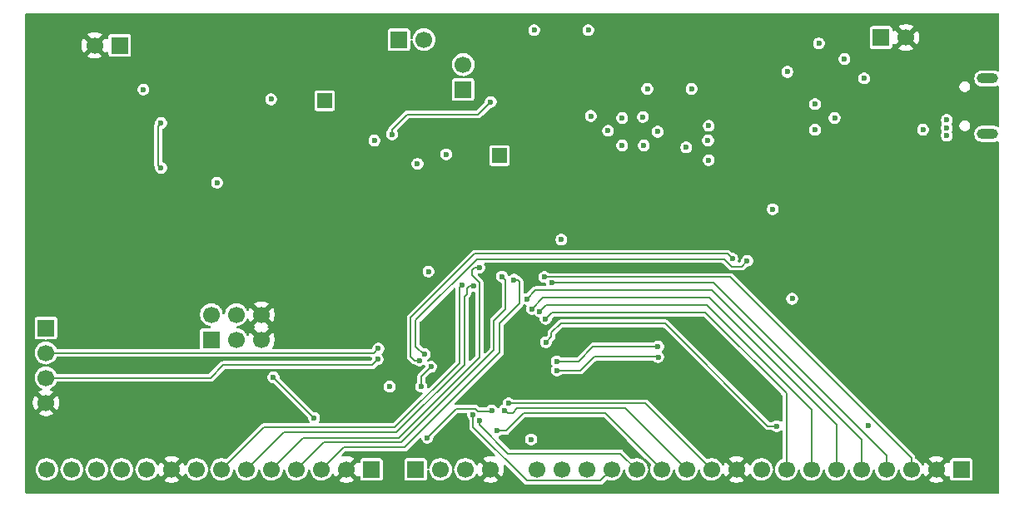
<source format=gbr>
%TF.GenerationSoftware,KiCad,Pcbnew,9.0.6*%
%TF.CreationDate,2025-12-08T21:22:16+01:00*%
%TF.ProjectId,AUPWSW,41555057-5357-42e6-9b69-6361645f7063,rev?*%
%TF.SameCoordinates,Original*%
%TF.FileFunction,Copper,L4,Bot*%
%TF.FilePolarity,Positive*%
%FSLAX46Y46*%
G04 Gerber Fmt 4.6, Leading zero omitted, Abs format (unit mm)*
G04 Created by KiCad (PCBNEW 9.0.6) date 2025-12-08 21:22:16*
%MOMM*%
%LPD*%
G01*
G04 APERTURE LIST*
%TA.AperFunction,ComponentPad*%
%ADD10R,1.700000X1.700000*%
%TD*%
%TA.AperFunction,ComponentPad*%
%ADD11C,1.700000*%
%TD*%
%TA.AperFunction,HeatsinkPad*%
%ADD12O,2.150000X1.050000*%
%TD*%
%TA.AperFunction,ComponentPad*%
%ADD13R,1.500000X1.500000*%
%TD*%
%TA.AperFunction,ViaPad*%
%ADD14C,0.600000*%
%TD*%
%TA.AperFunction,Conductor*%
%ADD15C,0.200000*%
%TD*%
G04 APERTURE END LIST*
D10*
%TO.P,J9,1,Pin_1*%
%TO.N,+3.3V*%
X102600000Y-82590000D03*
D11*
%TO.P,J9,2,Pin_2*%
%TO.N,UART_TX*%
X102600000Y-85130000D03*
%TO.P,J9,3,Pin_3*%
%TO.N,UART_RX*%
X102600000Y-87670000D03*
%TO.P,J9,4,Pin_4*%
%TO.N,GND*%
X102600000Y-90210000D03*
%TD*%
D12*
%TO.P,J7,6,Shield*%
%TO.N,Net-(J7-Shield)*%
X198375000Y-62825000D03*
X198375000Y-57175000D03*
%TD*%
D10*
%TO.P,J6,1,Pin_1*%
%TO.N,+3.3V*%
X140190000Y-97000000D03*
D11*
%TO.P,J6,2,Pin_2*%
%TO.N,SWDIO*%
X142730000Y-97000000D03*
%TO.P,J6,3,Pin_3*%
%TO.N,SWCLK*%
X145270000Y-97000000D03*
%TO.P,J6,4,Pin_4*%
%TO.N,GND*%
X147810000Y-97000000D03*
%TD*%
D13*
%TO.P,TP1,1,1*%
%TO.N,INadc*%
X148717000Y-65024000D03*
%TD*%
D10*
%TO.P,J3,1,Pin_1*%
%TO.N,VBUS*%
X187525000Y-53000000D03*
D11*
%TO.P,J3,2,Pin_2*%
%TO.N,GND*%
X190065000Y-53000000D03*
%TD*%
D13*
%TO.P,TP2,1,1*%
%TO.N,Vref*%
X130937000Y-59436000D03*
%TD*%
D10*
%TO.P,J8,1,Pin_1*%
%TO.N,+3.3VA*%
X110075000Y-53800000D03*
D11*
%TO.P,J8,2,Pin_2*%
%TO.N,GND*%
X107535000Y-53800000D03*
%TD*%
D10*
%TO.P,J1,1,Pin_1*%
%TO.N,IN+*%
X138500000Y-53212500D03*
D11*
%TO.P,J1,2,Pin_2*%
%TO.N,IN-*%
X141040000Y-53212500D03*
%TD*%
D10*
%TO.P,J10,1,Pin_1*%
%TO.N,+3.3V*%
X195680000Y-97000000D03*
D11*
%TO.P,J10,2,Pin_2*%
%TO.N,GND*%
X193140000Y-97000000D03*
%TO.P,J10,3,Pin_3*%
%TO.N,PA5*%
X190600000Y-97000000D03*
%TO.P,J10,4,Pin_4*%
%TO.N,PA4*%
X188060000Y-97000000D03*
%TO.P,J10,5,Pin_5*%
%TO.N,PA3*%
X185520000Y-97000000D03*
%TO.P,J10,6,Pin_6*%
%TO.N,PA2*%
X182980000Y-97000000D03*
%TO.P,J10,7,Pin_7*%
%TO.N,PA1*%
X180440000Y-97000000D03*
%TO.P,J10,8,Pin_8*%
%TO.N,PA0*%
X177900000Y-97000000D03*
%TO.P,J10,9,Pin_9*%
%TO.N,+3.3V*%
X175360000Y-97000000D03*
%TO.P,J10,10,Pin_10*%
%TO.N,GND*%
X172820000Y-97000000D03*
%TO.P,J10,11,Pin_11*%
%TO.N,PB9*%
X170280000Y-97000000D03*
%TO.P,J10,12,Pin_12*%
%TO.N,PB8*%
X167740000Y-97000000D03*
%TO.P,J10,13,Pin_13*%
%TO.N,PB7*%
X165200000Y-97000000D03*
%TO.P,J10,14,Pin_14*%
%TO.N,PB6*%
X162660000Y-97000000D03*
%TO.P,J10,15,Pin_15*%
%TO.N,PB5*%
X160120000Y-97000000D03*
%TO.P,J10,16,Pin_16*%
%TO.N,PB4*%
X157580000Y-97000000D03*
%TO.P,J10,17,Pin_17*%
%TO.N,PB3*%
X155040000Y-97000000D03*
%TO.P,J10,18,Pin_18*%
%TO.N,PA15*%
X152500000Y-97000000D03*
%TD*%
D10*
%TO.P,J4,1,Pin_1*%
%TO.N,+3.3V*%
X135700000Y-97000000D03*
D11*
%TO.P,J4,2,Pin_2*%
%TO.N,GND*%
X133160000Y-97000000D03*
%TO.P,J4,3,Pin_3*%
%TO.N,PA6*%
X130620000Y-97000000D03*
%TO.P,J4,4,Pin_4*%
%TO.N,PA7*%
X128080000Y-97000000D03*
%TO.P,J4,5,Pin_5*%
%TO.N,PB1*%
X125540000Y-97000000D03*
%TO.P,J4,6,Pin_6*%
%TO.N,PB10*%
X123000000Y-97000000D03*
%TO.P,J4,7,Pin_7*%
%TO.N,PB11*%
X120460000Y-97000000D03*
%TO.P,J4,8,Pin_8*%
%TO.N,+3.3V*%
X117920000Y-97000000D03*
%TO.P,J4,9,Pin_9*%
%TO.N,GND*%
X115380000Y-97000000D03*
%TO.P,J4,10,Pin_10*%
%TO.N,PA8*%
X112840000Y-97000000D03*
%TO.P,J4,11,Pin_11*%
%TO.N,PB15*%
X110300000Y-97000000D03*
%TO.P,J4,12,Pin_12*%
%TO.N,PB14*%
X107760000Y-97000000D03*
%TO.P,J4,13,Pin_13*%
%TO.N,PB13*%
X105220000Y-97000000D03*
%TO.P,J4,14,Pin_14*%
%TO.N,PB12*%
X102680000Y-97000000D03*
%TD*%
D10*
%TO.P,J5,1,Pin_1*%
%TO.N,+3.3V*%
X119420000Y-83770000D03*
D11*
%TO.P,J5,2,Pin_2*%
X119420000Y-81230000D03*
%TO.P,J5,3,Pin_3*%
%TO.N,Net-(J5-Pin_3)*%
X121960000Y-83770000D03*
%TO.P,J5,4,Pin_4*%
%TO.N,Net-(J5-Pin_4)*%
X121960000Y-81230000D03*
%TO.P,J5,5,Pin_5*%
%TO.N,GND*%
X124500000Y-83770000D03*
%TO.P,J5,6,Pin_6*%
X124500000Y-81230000D03*
%TD*%
D10*
%TO.P,J2,1,Pin_1*%
%TO.N,IN-*%
X145034000Y-58293000D03*
D11*
%TO.P,J2,2,Pin_2*%
%TO.N,Net-(J2-Pin_2)*%
X145034000Y-55753000D03*
%TD*%
D14*
%TO.N,GND*%
X187800000Y-69800000D03*
X148209000Y-86868000D03*
X153162000Y-89027000D03*
X151500000Y-69000000D03*
X133000000Y-78400000D03*
X164723000Y-83000000D03*
X151200000Y-62000000D03*
X132000000Y-74000000D03*
X114600000Y-52000000D03*
X198500000Y-52000000D03*
X115443000Y-86360000D03*
X149930800Y-93956000D03*
X192800000Y-74800000D03*
X102200000Y-72600000D03*
X194750000Y-66000000D03*
X192800000Y-84800000D03*
X193800000Y-52000000D03*
X137782250Y-90208050D03*
X151500000Y-71500000D03*
X176022000Y-94234000D03*
X168148000Y-81788000D03*
X164723000Y-86500000D03*
X142000000Y-74000000D03*
X156000000Y-70000000D03*
X138000000Y-78400000D03*
X136500000Y-66000000D03*
X102200000Y-57600000D03*
X107200000Y-77600000D03*
X168148000Y-88392000D03*
X172900000Y-68700000D03*
X102200000Y-77600000D03*
X187800000Y-74800000D03*
X112400000Y-82800000D03*
X171450000Y-91694000D03*
X185800000Y-66562500D03*
X194250000Y-59400000D03*
X143002000Y-80518000D03*
X197800000Y-74800000D03*
X150000000Y-52000000D03*
X132000000Y-61800000D03*
X133477000Y-90551000D03*
X168750000Y-52750000D03*
X144996500Y-75335000D03*
X147447000Y-82931000D03*
X184400000Y-52000000D03*
X197800000Y-84800000D03*
X156500000Y-64500000D03*
X144200000Y-52000000D03*
X192800000Y-89800000D03*
X147000000Y-66500000D03*
X106500000Y-72797500D03*
X197800000Y-79800000D03*
X137552250Y-86545050D03*
X107200000Y-82800000D03*
X194250000Y-58750000D03*
X134200000Y-52000000D03*
X189250000Y-84500000D03*
X167700000Y-73700000D03*
X156464000Y-92964000D03*
X194250000Y-58000000D03*
X177400000Y-71700000D03*
X197800000Y-69800000D03*
X136000000Y-58500000D03*
X102200000Y-62600000D03*
X163250000Y-52750000D03*
X132000000Y-69000000D03*
X192800000Y-69800000D03*
X173200000Y-52000000D03*
X102200000Y-52600000D03*
X197800000Y-89800000D03*
X156270000Y-88470000D03*
X112400000Y-77600000D03*
X161000000Y-70000000D03*
X147000000Y-62000000D03*
X149733000Y-85344000D03*
X183600000Y-69550000D03*
X192800000Y-79800000D03*
X156500000Y-83000000D03*
X145923000Y-84201000D03*
X173220000Y-55220000D03*
X149987000Y-82423000D03*
X155000000Y-66000000D03*
X132000000Y-56800000D03*
X107315000Y-86487000D03*
X191700000Y-58200000D03*
X128800000Y-52000000D03*
X111500000Y-72797500D03*
X102200000Y-67600000D03*
X175768000Y-89662000D03*
X118000000Y-67797500D03*
%TO.N,VBUS*%
X180800000Y-59800000D03*
X194200000Y-63000000D03*
X183800000Y-55200000D03*
X191800000Y-62400000D03*
X182800000Y-61200000D03*
X185800000Y-57162500D03*
X194200000Y-62200000D03*
X194200000Y-61400000D03*
X180800000Y-62400000D03*
X181200000Y-53600000D03*
%TO.N,+3.3V*%
X176500000Y-70500000D03*
X170000000Y-65500000D03*
X137552250Y-88545050D03*
X163300000Y-61100000D03*
X178482000Y-79614000D03*
X167700000Y-64200000D03*
X163400000Y-64000000D03*
X141496500Y-76835000D03*
X178000000Y-56500000D03*
X164800000Y-62600000D03*
X169926000Y-63500000D03*
X163750000Y-58250000D03*
X168250000Y-58250000D03*
X186250000Y-92500000D03*
X151930800Y-93956000D03*
X170000000Y-62000000D03*
%TO.N,RESET*%
X176911000Y-92583000D03*
X153447750Y-84042250D03*
%TO.N,+3.3VA*%
X143292500Y-64897000D03*
X125500000Y-59297500D03*
X140374000Y-65874000D03*
X120000000Y-67797500D03*
X158000000Y-61000000D03*
X157750000Y-52250000D03*
X159750000Y-62500000D03*
X152250000Y-52250000D03*
X155000000Y-73600000D03*
X112500000Y-58297500D03*
X136000000Y-63500000D03*
X161200000Y-61200000D03*
X161200000Y-64000000D03*
%TO.N,UART_TX*%
X136398000Y-84700000D03*
%TO.N,UART_RX*%
X136334500Y-85788500D03*
%TO.N,Vref*%
X137795000Y-62865000D03*
X147828000Y-59563000D03*
%TO.N,SWDIO*%
X140766800Y-88544400D03*
X141757400Y-86537800D03*
%TO.N,BOOT0*%
X129857500Y-91757500D03*
X125730000Y-87630000D03*
X147929600Y-90982800D03*
X141376400Y-93776800D03*
%TO.N,Net-(U3-PC14)*%
X164850000Y-85550000D03*
X154559000Y-86918800D03*
%TO.N,Net-(U3-PC15)*%
X164846000Y-84480400D03*
X154559000Y-85998661D03*
%TO.N,Net-(U3-PA11)*%
X141097000Y-85249000D03*
X173904300Y-75758700D03*
%TO.N,Net-(U3-PA12)*%
X172415200Y-75539600D03*
X140563600Y-85902800D03*
%TO.N,Net-(U4A--)*%
X114300000Y-61722000D03*
X114300000Y-66294000D03*
%TO.N,PA5*%
X153289000Y-77399000D03*
%TO.N,PA0*%
X153416000Y-81661000D03*
%TO.N,PA6*%
X150197735Y-77680735D03*
%TO.N,PA2*%
X152019000Y-80645000D03*
%TO.N,PB10*%
X146075000Y-78334000D03*
%TO.N,PB11*%
X144907000Y-78232000D03*
%TO.N,PA4*%
X154051000Y-78000000D03*
%TO.N,PB8*%
X149212234Y-90984993D03*
%TO.N,PB6*%
X146710400Y-92049600D03*
%TO.N,PB7*%
X148437600Y-93065600D03*
%TO.N,PA7*%
X148971000Y-77343000D03*
%TO.N,PB9*%
X149656800Y-90271600D03*
%TO.N,PA1*%
X152781000Y-80899000D03*
%TO.N,PB1*%
X146650000Y-76454000D03*
%TO.N,PA3*%
X151511000Y-79629000D03*
%TO.N,PB5*%
X146050000Y-91440000D03*
%TD*%
D15*
%TO.N,RESET*%
X165570500Y-82131500D02*
X154950366Y-82131500D01*
X154950366Y-82131500D02*
X154009790Y-83072076D01*
X176022000Y-92583000D02*
X165570500Y-82131500D01*
X176911000Y-92583000D02*
X176022000Y-92583000D01*
X154009790Y-83072076D02*
X154009790Y-83480210D01*
X154009790Y-83480210D02*
X153447750Y-84042250D01*
%TO.N,UART_TX*%
X135968000Y-85130000D02*
X102600000Y-85130000D01*
X136398000Y-84700000D02*
X135968000Y-85130000D01*
%TO.N,UART_RX*%
X120650000Y-86360000D02*
X119340000Y-87670000D01*
X136334500Y-85788500D02*
X135763000Y-86360000D01*
X135763000Y-86360000D02*
X120650000Y-86360000D01*
X119340000Y-87670000D02*
X102600000Y-87670000D01*
%TO.N,Vref*%
X137795000Y-62357000D02*
X137795000Y-62865000D01*
X147828000Y-59563000D02*
X146558000Y-60833000D01*
X146558000Y-60833000D02*
X139319000Y-60833000D01*
X139319000Y-60833000D02*
X137795000Y-62357000D01*
%TO.N,SWDIO*%
X141757400Y-86537800D02*
X140766800Y-87528400D01*
X140766800Y-87528400D02*
X140766800Y-88544400D01*
%TO.N,BOOT0*%
X146298943Y-90839000D02*
X144314200Y-90839000D01*
X144314200Y-90839000D02*
X141376400Y-93776800D01*
X147828000Y-91084400D02*
X146544343Y-91084400D01*
X129857500Y-91757500D02*
X125730000Y-87630000D01*
X146544343Y-91084400D02*
X146298943Y-90839000D01*
X147929600Y-90982800D02*
X147828000Y-91084400D01*
%TO.N,Net-(U3-PC14)*%
X154559000Y-86918800D02*
X156972000Y-86918800D01*
X164847200Y-85547200D02*
X164850000Y-85550000D01*
X156972000Y-86918800D02*
X158343600Y-85547200D01*
X158343600Y-85547200D02*
X164847200Y-85547200D01*
%TO.N,Net-(U3-PC15)*%
X154559000Y-85998661D02*
X156723739Y-85998661D01*
X158242000Y-84480400D02*
X164846000Y-84480400D01*
X156723739Y-85998661D02*
X158242000Y-84480400D01*
%TO.N,Net-(U3-PA11)*%
X141002000Y-85249000D02*
X141097000Y-85249000D01*
X173904300Y-75758700D02*
X173336000Y-76327000D01*
X140208000Y-81788000D02*
X140208000Y-84455000D01*
X173336000Y-76327000D02*
X172339000Y-76327000D01*
X171577000Y-75565000D02*
X146431000Y-75565000D01*
X146431000Y-75565000D02*
X140208000Y-81788000D01*
X172339000Y-76327000D02*
X171577000Y-75565000D01*
X140208000Y-84455000D02*
X141002000Y-85249000D01*
%TO.N,Net-(U3-PA12)*%
X172415200Y-75539600D02*
X171907200Y-75031600D01*
X139700000Y-85496400D02*
X140106400Y-85902800D01*
X146202400Y-75031600D02*
X139700000Y-81534000D01*
X140106400Y-85902800D02*
X140563600Y-85902800D01*
X139700000Y-81534000D02*
X139700000Y-85496400D01*
X171907200Y-75031600D02*
X146202400Y-75031600D01*
%TO.N,Net-(U4A--)*%
X114000000Y-65994000D02*
X114300000Y-66294000D01*
X114300000Y-61722000D02*
X114000000Y-62022000D01*
X114000000Y-62022000D02*
X114000000Y-65994000D01*
%TO.N,PA5*%
X172199000Y-77399000D02*
X190600000Y-95800000D01*
X153289000Y-77399000D02*
X172199000Y-77399000D01*
X190600000Y-95800000D02*
X190600000Y-97000000D01*
%TO.N,PA0*%
X177900000Y-89254000D02*
X177900000Y-97000000D01*
X154077000Y-81000000D02*
X169646000Y-81000000D01*
X169646000Y-81000000D02*
X177900000Y-89254000D01*
X153416000Y-81661000D02*
X154077000Y-81000000D01*
%TO.N,PA6*%
X148750000Y-82099943D02*
X148750000Y-85057000D01*
X150197735Y-77680735D02*
X150578735Y-77680735D01*
X150578735Y-77680735D02*
X150749000Y-77851000D01*
X148750000Y-85057000D02*
X139057000Y-94750000D01*
X150749000Y-77851000D02*
X150749000Y-80100943D01*
X150749000Y-80100943D02*
X148750000Y-82099943D01*
X139057000Y-94750000D02*
X132870000Y-94750000D01*
X132870000Y-94750000D02*
X130620000Y-97000000D01*
%TO.N,PA2*%
X153924000Y-79502000D02*
X153926000Y-79500000D01*
X170051000Y-79500000D02*
X182980000Y-92429000D01*
X153926000Y-79500000D02*
X170051000Y-79500000D01*
X182980000Y-92429000D02*
X182980000Y-97000000D01*
X152019000Y-80645000D02*
X153162000Y-79502000D01*
X153162000Y-79502000D02*
X153924000Y-79502000D01*
%TO.N,PB10*%
X145161000Y-86339000D02*
X138250000Y-93250000D01*
X146075000Y-78334000D02*
X145654943Y-78334000D01*
X145654943Y-78334000D02*
X145415000Y-78573943D01*
X145415000Y-79121000D02*
X145161000Y-79375000D01*
X126750000Y-93250000D02*
X123000000Y-97000000D01*
X145161000Y-79375000D02*
X145161000Y-86339000D01*
X145415000Y-78573943D02*
X145415000Y-79121000D01*
X138250000Y-93250000D02*
X126750000Y-93250000D01*
%TO.N,PB11*%
X138089943Y-92710000D02*
X124750000Y-92710000D01*
X144653000Y-86146943D02*
X138089943Y-92710000D01*
X144653000Y-78486000D02*
X144653000Y-86146943D01*
X144907000Y-78232000D02*
X144653000Y-78486000D01*
X124750000Y-92710000D02*
X120460000Y-97000000D01*
%TO.N,PA4*%
X154051000Y-78000000D02*
X170500000Y-78000000D01*
X188060000Y-95560000D02*
X188060000Y-97000000D01*
X170500000Y-78000000D02*
X188060000Y-95560000D01*
%TO.N,PB8*%
X149212234Y-90984993D02*
X149212234Y-90921770D01*
X150520400Y-90779600D02*
X161519600Y-90779600D01*
X161519600Y-90779600D02*
X167740000Y-97000000D01*
X149212234Y-90921770D02*
X149527264Y-91236800D01*
X150063200Y-91236800D02*
X150520400Y-90779600D01*
X149527264Y-91236800D02*
X150063200Y-91236800D01*
%TO.N,PB6*%
X146710400Y-92049600D02*
X146710400Y-92481400D01*
X161037000Y-95377000D02*
X162660000Y-97000000D01*
X149606000Y-95377000D02*
X161037000Y-95377000D01*
X146710400Y-92481400D02*
X149606000Y-95377000D01*
%TO.N,PB7*%
X151155400Y-91287600D02*
X159487600Y-91287600D01*
X149377400Y-93065600D02*
X151155400Y-91287600D01*
X148437600Y-93065600D02*
X148437600Y-93011000D01*
X148492200Y-93065600D02*
X149377400Y-93065600D01*
X159487600Y-91287600D02*
X165200000Y-97000000D01*
X148437600Y-93011000D02*
X148492200Y-93065600D01*
%TO.N,PA7*%
X148149000Y-81851000D02*
X148149000Y-84851000D01*
X148971000Y-77343000D02*
X149352000Y-77724000D01*
X148149000Y-84851000D02*
X138750000Y-94250000D01*
X149352000Y-80645000D02*
X148149000Y-81848000D01*
X138750000Y-94250000D02*
X130830000Y-94250000D01*
X148149000Y-81848000D02*
X148149000Y-81851000D01*
X130830000Y-94250000D02*
X128080000Y-97000000D01*
X149352000Y-77724000D02*
X149352000Y-80645000D01*
%TO.N,PB9*%
X149656800Y-90271600D02*
X163551600Y-90271600D01*
X163551600Y-90271600D02*
X170280000Y-97000000D01*
%TO.N,PA1*%
X180440000Y-90888998D02*
X180440000Y-97000000D01*
X153430000Y-80250000D02*
X169801002Y-80250000D01*
X152781000Y-80899000D02*
X153430000Y-80250000D01*
X169801002Y-80250000D02*
X180440000Y-90888998D01*
%TO.N,PB1*%
X146685000Y-85565000D02*
X138481931Y-93768069D01*
X146650000Y-76454000D02*
X146177000Y-76454000D01*
X145923000Y-76708000D02*
X145923000Y-77216000D01*
X128771931Y-93768069D02*
X125540000Y-97000000D01*
X145923000Y-77216000D02*
X146685000Y-77978000D01*
X146685000Y-77978000D02*
X146685000Y-85565000D01*
X146177000Y-76454000D02*
X145923000Y-76708000D01*
X138481931Y-93768069D02*
X128771931Y-93768069D01*
%TO.N,PA3*%
X151511000Y-79629000D02*
X152390000Y-78750000D01*
X170317000Y-78750000D02*
X185520000Y-93953000D01*
X185520000Y-93953000D02*
X185520000Y-97000000D01*
X152390000Y-78750000D02*
X170317000Y-78750000D01*
%TO.N,PB5*%
X151491000Y-98151000D02*
X158969000Y-98151000D01*
X146050000Y-92710000D02*
X151491000Y-98151000D01*
X146050000Y-91440000D02*
X146050000Y-92710000D01*
X158969000Y-98151000D02*
X160120000Y-97000000D01*
%TD*%
%TA.AperFunction,Conductor*%
%TO.N,GND*%
G36*
X159337384Y-91707785D02*
G01*
X159358026Y-91724419D01*
X161716180Y-94082573D01*
X163562708Y-95929100D01*
X164094325Y-96460717D01*
X164127810Y-96522040D01*
X164124575Y-96586715D01*
X164077829Y-96730587D01*
X164052473Y-96890678D01*
X164022544Y-96953813D01*
X163963232Y-96990744D01*
X163893369Y-96989746D01*
X163835137Y-96951136D01*
X163807527Y-96890678D01*
X163793740Y-96803639D01*
X163782171Y-96730591D01*
X163738530Y-96596275D01*
X163726212Y-96558363D01*
X163726211Y-96558360D01*
X163676459Y-96460718D01*
X163643996Y-96397006D01*
X163609637Y-96349714D01*
X163548635Y-96265751D01*
X163548631Y-96265747D01*
X163537553Y-96250499D01*
X163409501Y-96122447D01*
X163394252Y-96111368D01*
X163394248Y-96111364D01*
X163262997Y-96016006D01*
X163262996Y-96016005D01*
X163262994Y-96016004D01*
X163186906Y-95977235D01*
X163101639Y-95933788D01*
X163101636Y-95933787D01*
X162929410Y-95877829D01*
X162750551Y-95849500D01*
X162750546Y-95849500D01*
X162569454Y-95849500D01*
X162569449Y-95849500D01*
X162390587Y-95877829D01*
X162246715Y-95924575D01*
X162176874Y-95926570D01*
X162120717Y-95894325D01*
X161708407Y-95482015D01*
X161282913Y-95056520D01*
X161237250Y-95030156D01*
X161191589Y-95003793D01*
X161140657Y-94990146D01*
X161089727Y-94976500D01*
X161089726Y-94976500D01*
X149823254Y-94976500D01*
X149756215Y-94956815D01*
X149735573Y-94940181D01*
X148672335Y-93876943D01*
X151330300Y-93876943D01*
X151330300Y-94035057D01*
X151366075Y-94168569D01*
X151371223Y-94187783D01*
X151371226Y-94187790D01*
X151450275Y-94324709D01*
X151450279Y-94324714D01*
X151450280Y-94324716D01*
X151562084Y-94436520D01*
X151562086Y-94436521D01*
X151562090Y-94436524D01*
X151699009Y-94515573D01*
X151699016Y-94515577D01*
X151851743Y-94556500D01*
X151851745Y-94556500D01*
X152009855Y-94556500D01*
X152009857Y-94556500D01*
X152162584Y-94515577D01*
X152299516Y-94436520D01*
X152411320Y-94324716D01*
X152490377Y-94187784D01*
X152531300Y-94035057D01*
X152531300Y-93876943D01*
X152490377Y-93724216D01*
X152489669Y-93722989D01*
X152411324Y-93587290D01*
X152411318Y-93587282D01*
X152299517Y-93475481D01*
X152299509Y-93475475D01*
X152162590Y-93396426D01*
X152162586Y-93396424D01*
X152162584Y-93396423D01*
X152009857Y-93355500D01*
X151851743Y-93355500D01*
X151699016Y-93396423D01*
X151699009Y-93396426D01*
X151562090Y-93475475D01*
X151562082Y-93475481D01*
X151450281Y-93587282D01*
X151450275Y-93587290D01*
X151371226Y-93724209D01*
X151371223Y-93724216D01*
X151330300Y-93876943D01*
X148672335Y-93876943D01*
X148624669Y-93829277D01*
X148591184Y-93767954D01*
X148596168Y-93698262D01*
X148638040Y-93642329D01*
X148664901Y-93627033D01*
X148669372Y-93625180D01*
X148669384Y-93625177D01*
X148806316Y-93546120D01*
X148850017Y-93502419D01*
X148911340Y-93468934D01*
X148937698Y-93466100D01*
X149430125Y-93466100D01*
X149430127Y-93466100D01*
X149531988Y-93438807D01*
X149623313Y-93386080D01*
X151284973Y-91724418D01*
X151346296Y-91690934D01*
X151372654Y-91688100D01*
X159270345Y-91688100D01*
X159337384Y-91707785D01*
G37*
%TD.AperFunction*%
%TA.AperFunction,Conductor*%
G36*
X151237302Y-80181629D02*
G01*
X151268509Y-80185227D01*
X151277778Y-80187746D01*
X151279216Y-80188577D01*
X151391817Y-80218748D01*
X151391941Y-80218782D01*
X151421548Y-80236976D01*
X151451166Y-80255029D01*
X151451268Y-80255239D01*
X151451469Y-80255363D01*
X151466543Y-80286684D01*
X151481695Y-80317876D01*
X151481667Y-80318109D01*
X151481769Y-80318321D01*
X151477515Y-80352834D01*
X151473400Y-80387251D01*
X151473231Y-80387587D01*
X151473222Y-80387666D01*
X151473147Y-80387755D01*
X151466801Y-80400436D01*
X151459424Y-80413213D01*
X151459423Y-80413216D01*
X151418500Y-80565943D01*
X151418500Y-80724057D01*
X151459333Y-80876446D01*
X151459423Y-80876783D01*
X151459426Y-80876790D01*
X151538475Y-81013709D01*
X151538479Y-81013714D01*
X151538480Y-81013716D01*
X151650284Y-81125520D01*
X151650286Y-81125521D01*
X151650290Y-81125524D01*
X151787209Y-81204573D01*
X151787216Y-81204577D01*
X151939943Y-81245500D01*
X151939945Y-81245500D01*
X152098054Y-81245500D01*
X152098057Y-81245500D01*
X152171790Y-81225743D01*
X152241637Y-81227406D01*
X152293914Y-81262787D01*
X152294733Y-81261969D01*
X152298982Y-81266218D01*
X152299499Y-81266568D01*
X152300151Y-81267387D01*
X152300480Y-81267716D01*
X152412284Y-81379520D01*
X152412286Y-81379521D01*
X152412290Y-81379524D01*
X152516173Y-81439500D01*
X152549216Y-81458577D01*
X152701943Y-81499500D01*
X152701951Y-81499500D01*
X152707687Y-81500256D01*
X152771583Y-81528524D01*
X152810053Y-81586848D01*
X152815500Y-81623195D01*
X152815500Y-81740057D01*
X152840403Y-81832994D01*
X152856423Y-81892783D01*
X152856426Y-81892790D01*
X152935475Y-82029709D01*
X152935479Y-82029714D01*
X152935480Y-82029716D01*
X153047284Y-82141520D01*
X153047286Y-82141521D01*
X153047290Y-82141524D01*
X153172817Y-82213996D01*
X153184216Y-82220577D01*
X153336943Y-82261500D01*
X153336945Y-82261500D01*
X153495055Y-82261500D01*
X153495057Y-82261500D01*
X153647784Y-82220577D01*
X153784716Y-82141520D01*
X153896520Y-82029716D01*
X153975577Y-81892784D01*
X154016500Y-81740057D01*
X154016500Y-81678255D01*
X154036185Y-81611216D01*
X154052819Y-81590574D01*
X154206574Y-81436819D01*
X154267897Y-81403334D01*
X154294255Y-81400500D01*
X169428745Y-81400500D01*
X169495784Y-81420185D01*
X169516426Y-81436819D01*
X177463181Y-89383573D01*
X177496666Y-89444896D01*
X177499500Y-89471254D01*
X177499500Y-92022902D01*
X177479815Y-92089941D01*
X177427011Y-92135696D01*
X177357853Y-92145640D01*
X177294297Y-92116615D01*
X177287819Y-92110583D01*
X177279717Y-92102481D01*
X177279709Y-92102475D01*
X177142790Y-92023426D01*
X177142786Y-92023424D01*
X177142784Y-92023423D01*
X176990057Y-91982500D01*
X176831943Y-91982500D01*
X176679216Y-92023423D01*
X176679209Y-92023426D01*
X176542290Y-92102475D01*
X176542282Y-92102481D01*
X176498583Y-92146181D01*
X176471655Y-92160884D01*
X176445837Y-92177477D01*
X176439636Y-92178368D01*
X176437260Y-92179666D01*
X176410902Y-92182500D01*
X176239255Y-92182500D01*
X176172216Y-92162815D01*
X176151574Y-92146181D01*
X165816415Y-81811022D01*
X165816413Y-81811020D01*
X165770750Y-81784656D01*
X165725089Y-81758293D01*
X165657021Y-81740055D01*
X165623227Y-81731000D01*
X154897639Y-81731000D01*
X154795779Y-81758293D01*
X154795776Y-81758294D01*
X154704451Y-81811021D01*
X153689312Y-82826160D01*
X153689308Y-82826166D01*
X153636582Y-82917488D01*
X153636583Y-82917489D01*
X153609290Y-83019349D01*
X153609290Y-83262954D01*
X153600646Y-83292390D01*
X153594123Y-83322380D01*
X153590367Y-83327396D01*
X153589605Y-83329993D01*
X153572972Y-83350634D01*
X153518177Y-83405430D01*
X153456854Y-83438916D01*
X153430495Y-83441750D01*
X153368693Y-83441750D01*
X153215966Y-83482673D01*
X153215959Y-83482676D01*
X153079040Y-83561725D01*
X153079032Y-83561731D01*
X152967231Y-83673532D01*
X152967225Y-83673540D01*
X152888176Y-83810459D01*
X152888173Y-83810466D01*
X152847250Y-83963193D01*
X152847250Y-84121307D01*
X152882389Y-84252445D01*
X152888173Y-84274033D01*
X152888176Y-84274040D01*
X152967225Y-84410959D01*
X152967229Y-84410964D01*
X152967230Y-84410966D01*
X153079034Y-84522770D01*
X153079036Y-84522771D01*
X153079040Y-84522774D01*
X153142578Y-84559457D01*
X153215966Y-84601827D01*
X153368693Y-84642750D01*
X153368695Y-84642750D01*
X153526805Y-84642750D01*
X153526807Y-84642750D01*
X153679534Y-84601827D01*
X153816466Y-84522770D01*
X153928270Y-84410966D01*
X154007327Y-84274034D01*
X154048250Y-84121307D01*
X154048250Y-84059503D01*
X154056894Y-84030062D01*
X154063418Y-84000076D01*
X154067172Y-83995060D01*
X154067935Y-83992464D01*
X154084560Y-83971831D01*
X154245496Y-83810894D01*
X154245501Y-83810891D01*
X154255701Y-83800690D01*
X154255703Y-83800690D01*
X154330270Y-83726123D01*
X154382997Y-83634797D01*
X154386305Y-83622451D01*
X154410291Y-83532937D01*
X154410291Y-83427483D01*
X154410290Y-83427479D01*
X154410290Y-83289331D01*
X154429975Y-83222292D01*
X154446609Y-83201650D01*
X155079940Y-82568319D01*
X155141263Y-82534834D01*
X155167621Y-82532000D01*
X165353245Y-82532000D01*
X165420284Y-82551685D01*
X165440926Y-82568319D01*
X175776087Y-92903480D01*
X175867412Y-92956207D01*
X175969273Y-92983500D01*
X176410902Y-92983500D01*
X176477941Y-93003185D01*
X176498583Y-93019819D01*
X176542284Y-93063520D01*
X176542286Y-93063521D01*
X176542290Y-93063524D01*
X176679209Y-93142573D01*
X176679216Y-93142577D01*
X176831943Y-93183500D01*
X176831945Y-93183500D01*
X176990055Y-93183500D01*
X176990057Y-93183500D01*
X177142784Y-93142577D01*
X177279716Y-93063520D01*
X177287819Y-93055417D01*
X177349142Y-93021932D01*
X177418834Y-93026916D01*
X177474767Y-93068788D01*
X177499184Y-93134252D01*
X177499500Y-93143098D01*
X177499500Y-95836840D01*
X177479815Y-95903879D01*
X177431795Y-95947325D01*
X177297002Y-96016006D01*
X177150505Y-96122441D01*
X177150500Y-96122445D01*
X177022445Y-96250500D01*
X177022441Y-96250505D01*
X176916006Y-96397002D01*
X176833788Y-96558360D01*
X176833787Y-96558363D01*
X176777829Y-96730589D01*
X176752473Y-96890678D01*
X176722544Y-96953813D01*
X176663232Y-96990744D01*
X176593369Y-96989746D01*
X176535137Y-96951136D01*
X176507527Y-96890678D01*
X176493740Y-96803639D01*
X176482171Y-96730591D01*
X176438530Y-96596275D01*
X176426212Y-96558363D01*
X176426211Y-96558360D01*
X176376459Y-96460718D01*
X176343996Y-96397006D01*
X176309637Y-96349714D01*
X176237558Y-96250505D01*
X176237554Y-96250500D01*
X176109499Y-96122445D01*
X176109494Y-96122441D01*
X175962997Y-96016006D01*
X175962996Y-96016005D01*
X175962994Y-96016004D01*
X175886906Y-95977235D01*
X175801639Y-95933788D01*
X175801636Y-95933787D01*
X175629410Y-95877829D01*
X175450551Y-95849500D01*
X175450546Y-95849500D01*
X175269454Y-95849500D01*
X175269449Y-95849500D01*
X175090589Y-95877829D01*
X174918363Y-95933787D01*
X174918360Y-95933788D01*
X174757002Y-96016006D01*
X174610505Y-96122441D01*
X174610500Y-96122445D01*
X174482445Y-96250500D01*
X174482441Y-96250505D01*
X174376004Y-96397004D01*
X174308908Y-96528685D01*
X174260933Y-96579480D01*
X174193112Y-96596275D01*
X174126977Y-96573737D01*
X174083527Y-96519021D01*
X174080492Y-96510705D01*
X174071094Y-96481780D01*
X173974624Y-96292449D01*
X173935270Y-96238282D01*
X173935269Y-96238282D01*
X173302962Y-96870590D01*
X173285925Y-96807007D01*
X173220099Y-96692993D01*
X173127007Y-96599901D01*
X173012993Y-96534075D01*
X172949409Y-96517037D01*
X173581716Y-95884728D01*
X173527550Y-95845375D01*
X173338217Y-95748904D01*
X173136129Y-95683242D01*
X172926246Y-95650000D01*
X172713754Y-95650000D01*
X172503872Y-95683242D01*
X172503869Y-95683242D01*
X172301782Y-95748904D01*
X172112439Y-95845380D01*
X172058282Y-95884727D01*
X172058282Y-95884728D01*
X172690591Y-96517037D01*
X172627007Y-96534075D01*
X172512993Y-96599901D01*
X172419901Y-96692993D01*
X172354075Y-96807007D01*
X172337037Y-96870591D01*
X171704728Y-96238282D01*
X171704727Y-96238282D01*
X171665380Y-96292439D01*
X171568905Y-96481781D01*
X171559506Y-96510708D01*
X171520068Y-96568383D01*
X171455709Y-96595581D01*
X171386862Y-96583666D01*
X171335387Y-96536421D01*
X171331090Y-96528684D01*
X171296459Y-96460718D01*
X171263996Y-96397006D01*
X171229637Y-96349714D01*
X171157558Y-96250505D01*
X171157554Y-96250500D01*
X171029499Y-96122445D01*
X171029494Y-96122441D01*
X170905432Y-96032305D01*
X170882996Y-96016005D01*
X170721639Y-95933788D01*
X170721636Y-95933787D01*
X170549410Y-95877829D01*
X170370551Y-95849500D01*
X170370546Y-95849500D01*
X170189454Y-95849500D01*
X170189449Y-95849500D01*
X170010587Y-95877829D01*
X169866715Y-95924575D01*
X169796874Y-95926570D01*
X169740717Y-95894325D01*
X166798108Y-92951716D01*
X163797513Y-89951120D01*
X163751850Y-89924756D01*
X163706189Y-89898393D01*
X163655257Y-89884746D01*
X163604327Y-89871100D01*
X163604326Y-89871100D01*
X150156898Y-89871100D01*
X150089859Y-89851415D01*
X150069217Y-89834781D01*
X150025517Y-89791081D01*
X150025509Y-89791075D01*
X149888590Y-89712026D01*
X149888586Y-89712024D01*
X149888584Y-89712023D01*
X149735857Y-89671100D01*
X149577743Y-89671100D01*
X149425016Y-89712023D01*
X149425009Y-89712026D01*
X149288090Y-89791075D01*
X149288082Y-89791081D01*
X149176281Y-89902882D01*
X149176275Y-89902890D01*
X149097226Y-90039809D01*
X149097223Y-90039816D01*
X149056300Y-90192543D01*
X149056300Y-90311143D01*
X149036615Y-90378182D01*
X148987256Y-90420951D01*
X148987488Y-90421352D01*
X148985409Y-90422552D01*
X148983811Y-90423937D01*
X148980555Y-90425354D01*
X148843524Y-90504468D01*
X148843516Y-90504474D01*
X148731715Y-90616275D01*
X148731711Y-90616280D01*
X148678937Y-90707689D01*
X148628370Y-90755905D01*
X148559763Y-90769128D01*
X148494898Y-90743160D01*
X148464163Y-90707689D01*
X148410122Y-90614087D01*
X148410118Y-90614082D01*
X148298317Y-90502281D01*
X148298309Y-90502275D01*
X148161390Y-90423226D01*
X148161386Y-90423224D01*
X148161384Y-90423223D01*
X148008657Y-90382300D01*
X147850543Y-90382300D01*
X147697816Y-90423223D01*
X147697809Y-90423226D01*
X147560890Y-90502275D01*
X147560882Y-90502281D01*
X147449081Y-90614082D01*
X147449077Y-90614087D01*
X147444567Y-90621900D01*
X147394000Y-90670116D01*
X147337180Y-90683900D01*
X146761598Y-90683900D01*
X146694559Y-90664215D01*
X146673917Y-90647581D01*
X146544858Y-90518522D01*
X146544856Y-90518520D01*
X146499193Y-90492156D01*
X146453532Y-90465793D01*
X146402600Y-90452146D01*
X146351670Y-90438500D01*
X146351669Y-90438500D01*
X144376263Y-90438500D01*
X144366931Y-90438500D01*
X144366927Y-90438499D01*
X144261473Y-90438499D01*
X144248272Y-90442036D01*
X144233693Y-90442439D01*
X144213443Y-90437096D01*
X144192509Y-90436597D01*
X144180341Y-90428361D01*
X144166135Y-90424613D01*
X144151988Y-90409170D01*
X144134647Y-90397433D01*
X144128864Y-90383927D01*
X144118939Y-90373093D01*
X144115387Y-90352453D01*
X144107145Y-90333204D01*
X144109581Y-90318715D01*
X144107090Y-90304235D01*
X144115259Y-90284952D01*
X144118733Y-90264302D01*
X144131761Y-90246006D01*
X144134348Y-90239902D01*
X144137773Y-90237564D01*
X144142587Y-90230805D01*
X145156004Y-89217389D01*
X148453789Y-85919604D01*
X153958500Y-85919604D01*
X153958500Y-86077718D01*
X153990251Y-86196212D01*
X153999423Y-86230444D01*
X153999426Y-86230451D01*
X154078475Y-86367370D01*
X154078481Y-86367378D01*
X154082151Y-86371048D01*
X154115636Y-86432371D01*
X154110652Y-86502063D01*
X154082161Y-86546401D01*
X154078479Y-86550083D01*
X153999426Y-86687009D01*
X153999423Y-86687016D01*
X153958500Y-86839743D01*
X153958500Y-86997857D01*
X153999128Y-87149481D01*
X153999423Y-87150583D01*
X153999426Y-87150590D01*
X154078475Y-87287509D01*
X154078479Y-87287514D01*
X154078480Y-87287516D01*
X154190284Y-87399320D01*
X154190286Y-87399321D01*
X154190290Y-87399324D01*
X154192485Y-87400591D01*
X154327216Y-87478377D01*
X154479943Y-87519300D01*
X154479945Y-87519300D01*
X154638055Y-87519300D01*
X154638057Y-87519300D01*
X154790784Y-87478377D01*
X154927716Y-87399320D01*
X154971417Y-87355619D01*
X155032740Y-87322134D01*
X155059098Y-87319300D01*
X157024725Y-87319300D01*
X157024727Y-87319300D01*
X157126588Y-87292007D01*
X157217913Y-87239280D01*
X158473174Y-85984019D01*
X158534497Y-85950534D01*
X158560855Y-85947700D01*
X164347102Y-85947700D01*
X164414141Y-85967385D01*
X164434783Y-85984019D01*
X164481284Y-86030520D01*
X164481286Y-86030521D01*
X164481290Y-86030524D01*
X164563032Y-86077717D01*
X164618216Y-86109577D01*
X164770943Y-86150500D01*
X164770945Y-86150500D01*
X164929055Y-86150500D01*
X164929057Y-86150500D01*
X165081784Y-86109577D01*
X165218716Y-86030520D01*
X165330520Y-85918716D01*
X165409577Y-85781784D01*
X165450500Y-85629057D01*
X165450500Y-85470943D01*
X165409577Y-85318216D01*
X165400265Y-85302087D01*
X165330524Y-85181290D01*
X165330518Y-85181282D01*
X165250117Y-85100881D01*
X165216632Y-85039558D01*
X165221616Y-84969866D01*
X165250117Y-84925519D01*
X165275051Y-84900585D01*
X165326520Y-84849116D01*
X165405577Y-84712184D01*
X165446500Y-84559457D01*
X165446500Y-84401343D01*
X165405577Y-84248616D01*
X165405573Y-84248609D01*
X165326524Y-84111690D01*
X165326518Y-84111682D01*
X165214717Y-83999881D01*
X165214709Y-83999875D01*
X165077790Y-83920826D01*
X165077786Y-83920824D01*
X165077784Y-83920823D01*
X164925057Y-83879900D01*
X164766943Y-83879900D01*
X164614216Y-83920823D01*
X164614209Y-83920826D01*
X164477290Y-83999875D01*
X164477282Y-83999881D01*
X164433583Y-84043581D01*
X164372260Y-84077066D01*
X164345902Y-84079900D01*
X158189273Y-84079900D01*
X158087410Y-84107193D01*
X157996087Y-84159920D01*
X157996084Y-84159922D01*
X156594165Y-85561842D01*
X156532842Y-85595327D01*
X156506484Y-85598161D01*
X155059098Y-85598161D01*
X154992059Y-85578476D01*
X154971417Y-85561842D01*
X154927717Y-85518142D01*
X154927709Y-85518136D01*
X154790790Y-85439087D01*
X154790786Y-85439085D01*
X154790784Y-85439084D01*
X154638057Y-85398161D01*
X154479943Y-85398161D01*
X154327216Y-85439084D01*
X154327209Y-85439087D01*
X154190290Y-85518136D01*
X154190282Y-85518142D01*
X154078481Y-85629943D01*
X154078475Y-85629951D01*
X153999426Y-85766870D01*
X153999423Y-85766877D01*
X153958500Y-85919604D01*
X148453789Y-85919604D01*
X149070480Y-85302913D01*
X149123207Y-85211588D01*
X149150500Y-85109727D01*
X149150500Y-85004273D01*
X149150500Y-82317198D01*
X149170185Y-82250159D01*
X149186819Y-82229517D01*
X150120510Y-81295826D01*
X151069480Y-80346856D01*
X151122207Y-80255531D01*
X151122207Y-80255530D01*
X151126271Y-80248492D01*
X151127526Y-80249217D01*
X151143899Y-80229533D01*
X151165239Y-80203042D01*
X151166201Y-80202721D01*
X151166851Y-80201941D01*
X151199284Y-80191703D01*
X151231529Y-80180964D01*
X151232830Y-80181114D01*
X151233480Y-80180909D01*
X151237302Y-80181629D01*
G37*
%TD.AperFunction*%
%TA.AperFunction,Conductor*%
G36*
X144171834Y-78493073D02*
G01*
X144227767Y-78534945D01*
X144252184Y-78600409D01*
X144252500Y-78609255D01*
X144252500Y-85929688D01*
X144232815Y-85996727D01*
X144216181Y-86017369D01*
X141578981Y-88654569D01*
X141517658Y-88688054D01*
X141447966Y-88683070D01*
X141392033Y-88641198D01*
X141367616Y-88575734D01*
X141367300Y-88566888D01*
X141367300Y-88465345D01*
X141367300Y-88465343D01*
X141326377Y-88312616D01*
X141303503Y-88272997D01*
X141247324Y-88175690D01*
X141247318Y-88175682D01*
X141203619Y-88131983D01*
X141170134Y-88070660D01*
X141167300Y-88044302D01*
X141167300Y-87745655D01*
X141186985Y-87678616D01*
X141203619Y-87657974D01*
X141686974Y-87174619D01*
X141748297Y-87141134D01*
X141774655Y-87138300D01*
X141836455Y-87138300D01*
X141836457Y-87138300D01*
X141989184Y-87097377D01*
X142126116Y-87018320D01*
X142237920Y-86906516D01*
X142316977Y-86769584D01*
X142357900Y-86616857D01*
X142357900Y-86458743D01*
X142316977Y-86306016D01*
X142315408Y-86303299D01*
X142237924Y-86169090D01*
X142237918Y-86169082D01*
X142126117Y-86057281D01*
X142126109Y-86057275D01*
X141989190Y-85978226D01*
X141989186Y-85978224D01*
X141989184Y-85978223D01*
X141836457Y-85937300D01*
X141678343Y-85937300D01*
X141519798Y-85979782D01*
X141449948Y-85978119D01*
X141392086Y-85938956D01*
X141364582Y-85874728D01*
X141376169Y-85805826D01*
X141423167Y-85754126D01*
X141425670Y-85752639D01*
X141465716Y-85729520D01*
X141577520Y-85617716D01*
X141656577Y-85480784D01*
X141697500Y-85328057D01*
X141697500Y-85169943D01*
X141656577Y-85017216D01*
X141649555Y-85005053D01*
X141577524Y-84880290D01*
X141577518Y-84880282D01*
X141465717Y-84768481D01*
X141465709Y-84768475D01*
X141328790Y-84689426D01*
X141328786Y-84689424D01*
X141328784Y-84689423D01*
X141176057Y-84648500D01*
X141019255Y-84648500D01*
X140952216Y-84628815D01*
X140931574Y-84612181D01*
X140644819Y-84325426D01*
X140611334Y-84264103D01*
X140608500Y-84237745D01*
X140608500Y-82005255D01*
X140628185Y-81938216D01*
X140644819Y-81917574D01*
X144040819Y-78521574D01*
X144102142Y-78488089D01*
X144171834Y-78493073D01*
G37*
%TD.AperFunction*%
%TA.AperFunction,Conductor*%
G36*
X145958773Y-78924540D02*
G01*
X145995943Y-78934500D01*
X146154057Y-78934500D01*
X146155511Y-78934110D01*
X146166525Y-78934646D01*
X146196803Y-78945160D01*
X146227539Y-78954185D01*
X146229581Y-78956541D01*
X146232528Y-78957565D01*
X146252317Y-78982781D01*
X146273294Y-79006989D01*
X146273737Y-79010074D01*
X146275664Y-79012529D01*
X146284500Y-79058500D01*
X146284500Y-85347745D01*
X146264815Y-85414784D01*
X146248181Y-85435426D01*
X145773181Y-85910426D01*
X145711858Y-85943911D01*
X145642166Y-85938927D01*
X145586233Y-85897055D01*
X145561816Y-85831591D01*
X145561500Y-85822745D01*
X145561500Y-79592255D01*
X145581185Y-79525216D01*
X145597819Y-79504574D01*
X145735480Y-79366913D01*
X145788207Y-79275588D01*
X145815500Y-79173727D01*
X145815500Y-79068273D01*
X145815500Y-79047750D01*
X145818899Y-79036174D01*
X145817764Y-79024161D01*
X145828561Y-79003269D01*
X145835185Y-78980711D01*
X145844302Y-78972810D01*
X145849843Y-78962090D01*
X145870221Y-78950351D01*
X145887989Y-78934956D01*
X145899930Y-78933238D01*
X145910387Y-78927216D01*
X145945525Y-78923896D01*
X145958773Y-78924540D01*
G37*
%TD.AperFunction*%
%TA.AperFunction,Conductor*%
G36*
X135687387Y-85550185D02*
G01*
X135733142Y-85602989D01*
X135743086Y-85672147D01*
X135740123Y-85686593D01*
X135734000Y-85709443D01*
X135734000Y-85771245D01*
X135725355Y-85800685D01*
X135718832Y-85830672D01*
X135715077Y-85835687D01*
X135714315Y-85838284D01*
X135697681Y-85858926D01*
X135633426Y-85923181D01*
X135572103Y-85956666D01*
X135545745Y-85959500D01*
X120597273Y-85959500D01*
X120495412Y-85986793D01*
X120495409Y-85986794D01*
X120449750Y-86013155D01*
X120449750Y-86013156D01*
X120404087Y-86039520D01*
X120404084Y-86039522D01*
X119210426Y-87233181D01*
X119149103Y-87266666D01*
X119122745Y-87269500D01*
X103763160Y-87269500D01*
X103696121Y-87249815D01*
X103652675Y-87201795D01*
X103620322Y-87138300D01*
X103583996Y-87067006D01*
X103570396Y-87048287D01*
X103477558Y-86920505D01*
X103477554Y-86920500D01*
X103349499Y-86792445D01*
X103349494Y-86792441D01*
X103202997Y-86686006D01*
X103202996Y-86686005D01*
X103202994Y-86686004D01*
X103151300Y-86659664D01*
X103041639Y-86603788D01*
X103041636Y-86603787D01*
X102869410Y-86547829D01*
X102709321Y-86522473D01*
X102646186Y-86492544D01*
X102609255Y-86433232D01*
X102610253Y-86363370D01*
X102648863Y-86305137D01*
X102709321Y-86277527D01*
X102779425Y-86266422D01*
X102869409Y-86252171D01*
X103041639Y-86196211D01*
X103202994Y-86113996D01*
X103349501Y-86007553D01*
X103477553Y-85879501D01*
X103583996Y-85732994D01*
X103652675Y-85598205D01*
X103700650Y-85547409D01*
X103763160Y-85530500D01*
X135620348Y-85530500D01*
X135687387Y-85550185D01*
G37*
%TD.AperFunction*%
%TA.AperFunction,Conductor*%
G36*
X124034075Y-81422993D02*
G01*
X124099901Y-81537007D01*
X124192993Y-81630099D01*
X124307007Y-81695925D01*
X124370591Y-81712962D01*
X123769971Y-82313581D01*
X123848711Y-82430895D01*
X123849920Y-82434729D01*
X123852844Y-82437491D01*
X123860343Y-82467778D01*
X123869727Y-82497529D01*
X123868671Y-82501408D01*
X123869638Y-82505312D01*
X123859577Y-82534834D01*
X123851383Y-82564947D01*
X123848397Y-82567640D01*
X123847100Y-82571447D01*
X123802051Y-82610483D01*
X123792440Y-82615380D01*
X123738282Y-82654727D01*
X123738282Y-82654728D01*
X124370591Y-83287037D01*
X124307007Y-83304075D01*
X124192993Y-83369901D01*
X124099901Y-83462993D01*
X124034075Y-83577007D01*
X124017037Y-83640591D01*
X123384728Y-83008282D01*
X123384727Y-83008282D01*
X123345380Y-83062439D01*
X123248905Y-83251781D01*
X123239506Y-83280708D01*
X123200068Y-83338383D01*
X123135709Y-83365581D01*
X123066862Y-83353666D01*
X123015387Y-83306421D01*
X123011090Y-83298684D01*
X122987191Y-83251781D01*
X122943996Y-83167006D01*
X122930396Y-83148287D01*
X122837558Y-83020505D01*
X122837554Y-83020500D01*
X122709499Y-82892445D01*
X122709494Y-82892441D01*
X122562997Y-82786006D01*
X122562996Y-82786005D01*
X122562994Y-82786004D01*
X122486906Y-82747235D01*
X122401639Y-82703788D01*
X122401636Y-82703787D01*
X122229410Y-82647829D01*
X122069321Y-82622473D01*
X122006186Y-82592544D01*
X121969255Y-82533232D01*
X121970253Y-82463370D01*
X122008863Y-82405137D01*
X122069321Y-82377527D01*
X122139425Y-82366422D01*
X122229409Y-82352171D01*
X122401639Y-82296211D01*
X122562994Y-82213996D01*
X122662752Y-82141518D01*
X122709495Y-82107558D01*
X122709497Y-82107555D01*
X122709501Y-82107553D01*
X122837553Y-81979501D01*
X122943996Y-81832994D01*
X123011090Y-81701314D01*
X123059065Y-81650519D01*
X123126886Y-81633724D01*
X123193021Y-81656262D01*
X123236472Y-81710977D01*
X123239506Y-81719292D01*
X123248904Y-81748217D01*
X123345375Y-81937550D01*
X123384728Y-81991716D01*
X124017037Y-81359408D01*
X124034075Y-81422993D01*
G37*
%TD.AperFunction*%
%TA.AperFunction,Conductor*%
G36*
X199442539Y-50520185D02*
G01*
X199488294Y-50572989D01*
X199499500Y-50624500D01*
X199499500Y-56334641D01*
X199479815Y-56401680D01*
X199427011Y-56447435D01*
X199357853Y-56457379D01*
X199321749Y-56445543D01*
X199321650Y-56445783D01*
X199318497Y-56444477D01*
X199317057Y-56444005D01*
X199316021Y-56443451D01*
X199165793Y-56381225D01*
X199165783Y-56381222D01*
X199006307Y-56349500D01*
X199006305Y-56349500D01*
X197743695Y-56349500D01*
X197743693Y-56349500D01*
X197584216Y-56381222D01*
X197584206Y-56381225D01*
X197433980Y-56443450D01*
X197433976Y-56443452D01*
X197298779Y-56533788D01*
X197298771Y-56533794D01*
X197183794Y-56648771D01*
X197183788Y-56648779D01*
X197093452Y-56783976D01*
X197093450Y-56783980D01*
X197031225Y-56934206D01*
X197031222Y-56934216D01*
X196999500Y-57093692D01*
X196999500Y-57093695D01*
X196999500Y-57256305D01*
X196999500Y-57256307D01*
X196999499Y-57256307D01*
X197031222Y-57415783D01*
X197031225Y-57415793D01*
X197093450Y-57566019D01*
X197093452Y-57566023D01*
X197183788Y-57701220D01*
X197183794Y-57701228D01*
X197298771Y-57816205D01*
X197298779Y-57816211D01*
X197433976Y-57906547D01*
X197433980Y-57906549D01*
X197584206Y-57968774D01*
X197584211Y-57968776D01*
X197584215Y-57968776D01*
X197584216Y-57968777D01*
X197743692Y-58000500D01*
X197743695Y-58000500D01*
X199006307Y-58000500D01*
X199144252Y-57973060D01*
X199165789Y-57968776D01*
X199316021Y-57906548D01*
X199316026Y-57906544D01*
X199317044Y-57906001D01*
X199317645Y-57905875D01*
X199321650Y-57904217D01*
X199321964Y-57904976D01*
X199385447Y-57891758D01*
X199450691Y-57916756D01*
X199492063Y-57973060D01*
X199499500Y-58015358D01*
X199499500Y-61984641D01*
X199479815Y-62051680D01*
X199427011Y-62097435D01*
X199357853Y-62107379D01*
X199321749Y-62095543D01*
X199321650Y-62095783D01*
X199318497Y-62094477D01*
X199317057Y-62094005D01*
X199316021Y-62093451D01*
X199165793Y-62031225D01*
X199165783Y-62031222D01*
X199006307Y-61999500D01*
X199006305Y-61999500D01*
X197743695Y-61999500D01*
X197743693Y-61999500D01*
X197584216Y-62031222D01*
X197584206Y-62031225D01*
X197433980Y-62093450D01*
X197433976Y-62093452D01*
X197298779Y-62183788D01*
X197298771Y-62183794D01*
X197183794Y-62298771D01*
X197183788Y-62298779D01*
X197093452Y-62433976D01*
X197093450Y-62433980D01*
X197031225Y-62584206D01*
X197031222Y-62584216D01*
X196999500Y-62743692D01*
X196999500Y-62743695D01*
X196999500Y-62906305D01*
X196999500Y-62906307D01*
X196999499Y-62906307D01*
X197031222Y-63065783D01*
X197031225Y-63065793D01*
X197093450Y-63216019D01*
X197093452Y-63216023D01*
X197183788Y-63351220D01*
X197183794Y-63351228D01*
X197298771Y-63466205D01*
X197298779Y-63466211D01*
X197433976Y-63556547D01*
X197433980Y-63556549D01*
X197584206Y-63618774D01*
X197584211Y-63618776D01*
X197584215Y-63618776D01*
X197584216Y-63618777D01*
X197743692Y-63650500D01*
X197743695Y-63650500D01*
X199006307Y-63650500D01*
X199144252Y-63623060D01*
X199165789Y-63618776D01*
X199291377Y-63566756D01*
X199316014Y-63556551D01*
X199316014Y-63556550D01*
X199316021Y-63556548D01*
X199316026Y-63556544D01*
X199317044Y-63556001D01*
X199317645Y-63555875D01*
X199321650Y-63554217D01*
X199321964Y-63554976D01*
X199385447Y-63541758D01*
X199450691Y-63566756D01*
X199492063Y-63623060D01*
X199499500Y-63665358D01*
X199499500Y-99375500D01*
X199479815Y-99442539D01*
X199427011Y-99488294D01*
X199375500Y-99499500D01*
X100624500Y-99499500D01*
X100557461Y-99479815D01*
X100511706Y-99427011D01*
X100500500Y-99375500D01*
X100500500Y-96909448D01*
X101529500Y-96909448D01*
X101529500Y-97090551D01*
X101557829Y-97269410D01*
X101613787Y-97441636D01*
X101613788Y-97441639D01*
X101696006Y-97602997D01*
X101802441Y-97749494D01*
X101802445Y-97749499D01*
X101930500Y-97877554D01*
X101930505Y-97877558D01*
X102054565Y-97967692D01*
X102077006Y-97983996D01*
X102153094Y-98022765D01*
X102238360Y-98066211D01*
X102238363Y-98066212D01*
X102324476Y-98094191D01*
X102410591Y-98122171D01*
X102493429Y-98135291D01*
X102589449Y-98150500D01*
X102589454Y-98150500D01*
X102770551Y-98150500D01*
X102857259Y-98136765D01*
X102949409Y-98122171D01*
X103121639Y-98066211D01*
X103282994Y-97983996D01*
X103429501Y-97877553D01*
X103557553Y-97749501D01*
X103663996Y-97602994D01*
X103746211Y-97441639D01*
X103802171Y-97269409D01*
X103816422Y-97179425D01*
X103827527Y-97109321D01*
X103857456Y-97046186D01*
X103916768Y-97009255D01*
X103986630Y-97010253D01*
X104044863Y-97048863D01*
X104072473Y-97109321D01*
X104097829Y-97269410D01*
X104153787Y-97441636D01*
X104153788Y-97441639D01*
X104236006Y-97602997D01*
X104342441Y-97749494D01*
X104342445Y-97749499D01*
X104470500Y-97877554D01*
X104470505Y-97877558D01*
X104594565Y-97967692D01*
X104617006Y-97983996D01*
X104693094Y-98022765D01*
X104778360Y-98066211D01*
X104778363Y-98066212D01*
X104864476Y-98094191D01*
X104950591Y-98122171D01*
X105033429Y-98135291D01*
X105129449Y-98150500D01*
X105129454Y-98150500D01*
X105310551Y-98150500D01*
X105397259Y-98136765D01*
X105489409Y-98122171D01*
X105661639Y-98066211D01*
X105822994Y-97983996D01*
X105969501Y-97877553D01*
X106097553Y-97749501D01*
X106203996Y-97602994D01*
X106286211Y-97441639D01*
X106342171Y-97269409D01*
X106356422Y-97179425D01*
X106367527Y-97109321D01*
X106397456Y-97046186D01*
X106456768Y-97009255D01*
X106526630Y-97010253D01*
X106584863Y-97048863D01*
X106612473Y-97109321D01*
X106637829Y-97269410D01*
X106693787Y-97441636D01*
X106693788Y-97441639D01*
X106776006Y-97602997D01*
X106882441Y-97749494D01*
X106882445Y-97749499D01*
X107010500Y-97877554D01*
X107010505Y-97877558D01*
X107134565Y-97967692D01*
X107157006Y-97983996D01*
X107233094Y-98022765D01*
X107318360Y-98066211D01*
X107318363Y-98066212D01*
X107404476Y-98094191D01*
X107490591Y-98122171D01*
X107573429Y-98135291D01*
X107669449Y-98150500D01*
X107669454Y-98150500D01*
X107850551Y-98150500D01*
X107937259Y-98136765D01*
X108029409Y-98122171D01*
X108201639Y-98066211D01*
X108362994Y-97983996D01*
X108509501Y-97877553D01*
X108637553Y-97749501D01*
X108743996Y-97602994D01*
X108826211Y-97441639D01*
X108882171Y-97269409D01*
X108896422Y-97179425D01*
X108907527Y-97109321D01*
X108937456Y-97046186D01*
X108996768Y-97009255D01*
X109066630Y-97010253D01*
X109124863Y-97048863D01*
X109152473Y-97109321D01*
X109177829Y-97269410D01*
X109233787Y-97441636D01*
X109233788Y-97441639D01*
X109316006Y-97602997D01*
X109422441Y-97749494D01*
X109422445Y-97749499D01*
X109550500Y-97877554D01*
X109550505Y-97877558D01*
X109674565Y-97967692D01*
X109697006Y-97983996D01*
X109773094Y-98022765D01*
X109858360Y-98066211D01*
X109858363Y-98066212D01*
X109944476Y-98094191D01*
X110030591Y-98122171D01*
X110113429Y-98135291D01*
X110209449Y-98150500D01*
X110209454Y-98150500D01*
X110390551Y-98150500D01*
X110477259Y-98136765D01*
X110569409Y-98122171D01*
X110741639Y-98066211D01*
X110902994Y-97983996D01*
X111049501Y-97877553D01*
X111177553Y-97749501D01*
X111283996Y-97602994D01*
X111366211Y-97441639D01*
X111422171Y-97269409D01*
X111436422Y-97179425D01*
X111447527Y-97109321D01*
X111477456Y-97046186D01*
X111536768Y-97009255D01*
X111606630Y-97010253D01*
X111664863Y-97048863D01*
X111692473Y-97109321D01*
X111717829Y-97269410D01*
X111773787Y-97441636D01*
X111773788Y-97441639D01*
X111856006Y-97602997D01*
X111962441Y-97749494D01*
X111962445Y-97749499D01*
X112090500Y-97877554D01*
X112090505Y-97877558D01*
X112214565Y-97967692D01*
X112237006Y-97983996D01*
X112313094Y-98022765D01*
X112398360Y-98066211D01*
X112398363Y-98066212D01*
X112484476Y-98094191D01*
X112570591Y-98122171D01*
X112653429Y-98135291D01*
X112749449Y-98150500D01*
X112749454Y-98150500D01*
X112930551Y-98150500D01*
X113017259Y-98136765D01*
X113109409Y-98122171D01*
X113281639Y-98066211D01*
X113442994Y-97983996D01*
X113565669Y-97894868D01*
X113589495Y-97877558D01*
X113589497Y-97877555D01*
X113589501Y-97877553D01*
X113717553Y-97749501D01*
X113823996Y-97602994D01*
X113891090Y-97471314D01*
X113939065Y-97420519D01*
X114006886Y-97403724D01*
X114073021Y-97426262D01*
X114116472Y-97480977D01*
X114119506Y-97489292D01*
X114128904Y-97518217D01*
X114225375Y-97707550D01*
X114264728Y-97761716D01*
X114897037Y-97129408D01*
X114914075Y-97192993D01*
X114979901Y-97307007D01*
X115072993Y-97400099D01*
X115187007Y-97465925D01*
X115250590Y-97482962D01*
X114618282Y-98115269D01*
X114618282Y-98115270D01*
X114672449Y-98154624D01*
X114861782Y-98251095D01*
X115063870Y-98316757D01*
X115273754Y-98350000D01*
X115486246Y-98350000D01*
X115696127Y-98316757D01*
X115696130Y-98316757D01*
X115898217Y-98251095D01*
X116087554Y-98154622D01*
X116141716Y-98115270D01*
X116141717Y-98115270D01*
X115509408Y-97482962D01*
X115572993Y-97465925D01*
X115687007Y-97400099D01*
X115780099Y-97307007D01*
X115845925Y-97192993D01*
X115862962Y-97129409D01*
X116495270Y-97761717D01*
X116495270Y-97761716D01*
X116534622Y-97707554D01*
X116631095Y-97518217D01*
X116640492Y-97489295D01*
X116679928Y-97431618D01*
X116744286Y-97404419D01*
X116813133Y-97416331D01*
X116864610Y-97463574D01*
X116868908Y-97471314D01*
X116936004Y-97602995D01*
X117042441Y-97749494D01*
X117042445Y-97749499D01*
X117170500Y-97877554D01*
X117170505Y-97877558D01*
X117294565Y-97967692D01*
X117317006Y-97983996D01*
X117393094Y-98022765D01*
X117478360Y-98066211D01*
X117478363Y-98066212D01*
X117564476Y-98094191D01*
X117650591Y-98122171D01*
X117733429Y-98135291D01*
X117829449Y-98150500D01*
X117829454Y-98150500D01*
X118010551Y-98150500D01*
X118097259Y-98136765D01*
X118189409Y-98122171D01*
X118361639Y-98066211D01*
X118522994Y-97983996D01*
X118669501Y-97877553D01*
X118797553Y-97749501D01*
X118903996Y-97602994D01*
X118986211Y-97441639D01*
X119042171Y-97269409D01*
X119056422Y-97179425D01*
X119067527Y-97109321D01*
X119097456Y-97046186D01*
X119156768Y-97009255D01*
X119226630Y-97010253D01*
X119284863Y-97048863D01*
X119312473Y-97109321D01*
X119337829Y-97269410D01*
X119393787Y-97441636D01*
X119393788Y-97441639D01*
X119476006Y-97602997D01*
X119582441Y-97749494D01*
X119582445Y-97749499D01*
X119710500Y-97877554D01*
X119710505Y-97877558D01*
X119834565Y-97967692D01*
X119857006Y-97983996D01*
X119933094Y-98022765D01*
X120018360Y-98066211D01*
X120018363Y-98066212D01*
X120104476Y-98094191D01*
X120190591Y-98122171D01*
X120273429Y-98135291D01*
X120369449Y-98150500D01*
X120369454Y-98150500D01*
X120550551Y-98150500D01*
X120637259Y-98136765D01*
X120729409Y-98122171D01*
X120901639Y-98066211D01*
X121062994Y-97983996D01*
X121209501Y-97877553D01*
X121337553Y-97749501D01*
X121443996Y-97602994D01*
X121526211Y-97441639D01*
X121582171Y-97269409D01*
X121596422Y-97179425D01*
X121607527Y-97109321D01*
X121637456Y-97046186D01*
X121696768Y-97009255D01*
X121766630Y-97010253D01*
X121824863Y-97048863D01*
X121852473Y-97109321D01*
X121877829Y-97269410D01*
X121933787Y-97441636D01*
X121933788Y-97441639D01*
X122016006Y-97602997D01*
X122122441Y-97749494D01*
X122122445Y-97749499D01*
X122250500Y-97877554D01*
X122250505Y-97877558D01*
X122374565Y-97967692D01*
X122397006Y-97983996D01*
X122473094Y-98022765D01*
X122558360Y-98066211D01*
X122558363Y-98066212D01*
X122644476Y-98094191D01*
X122730591Y-98122171D01*
X122813429Y-98135291D01*
X122909449Y-98150500D01*
X122909454Y-98150500D01*
X123090551Y-98150500D01*
X123177259Y-98136765D01*
X123269409Y-98122171D01*
X123441639Y-98066211D01*
X123602994Y-97983996D01*
X123749501Y-97877553D01*
X123877553Y-97749501D01*
X123983996Y-97602994D01*
X124066211Y-97441639D01*
X124122171Y-97269409D01*
X124136422Y-97179425D01*
X124147527Y-97109321D01*
X124177456Y-97046186D01*
X124236768Y-97009255D01*
X124306630Y-97010253D01*
X124364863Y-97048863D01*
X124392473Y-97109321D01*
X124417829Y-97269410D01*
X124473787Y-97441636D01*
X124473788Y-97441639D01*
X124556006Y-97602997D01*
X124662441Y-97749494D01*
X124662445Y-97749499D01*
X124790500Y-97877554D01*
X124790505Y-97877558D01*
X124914565Y-97967692D01*
X124937006Y-97983996D01*
X125013094Y-98022765D01*
X125098360Y-98066211D01*
X125098363Y-98066212D01*
X125184476Y-98094191D01*
X125270591Y-98122171D01*
X125353429Y-98135291D01*
X125449449Y-98150500D01*
X125449454Y-98150500D01*
X125630551Y-98150500D01*
X125717259Y-98136765D01*
X125809409Y-98122171D01*
X125981639Y-98066211D01*
X126142994Y-97983996D01*
X126289501Y-97877553D01*
X126417553Y-97749501D01*
X126523996Y-97602994D01*
X126606211Y-97441639D01*
X126662171Y-97269409D01*
X126676422Y-97179425D01*
X126687527Y-97109321D01*
X126717456Y-97046186D01*
X126776768Y-97009255D01*
X126846630Y-97010253D01*
X126904863Y-97048863D01*
X126932473Y-97109321D01*
X126957829Y-97269410D01*
X127013787Y-97441636D01*
X127013788Y-97441639D01*
X127096006Y-97602997D01*
X127202441Y-97749494D01*
X127202445Y-97749499D01*
X127330500Y-97877554D01*
X127330505Y-97877558D01*
X127454565Y-97967692D01*
X127477006Y-97983996D01*
X127553094Y-98022765D01*
X127638360Y-98066211D01*
X127638363Y-98066212D01*
X127724476Y-98094191D01*
X127810591Y-98122171D01*
X127893429Y-98135291D01*
X127989449Y-98150500D01*
X127989454Y-98150500D01*
X128170551Y-98150500D01*
X128257259Y-98136765D01*
X128349409Y-98122171D01*
X128521639Y-98066211D01*
X128682994Y-97983996D01*
X128829501Y-97877553D01*
X128957553Y-97749501D01*
X129063996Y-97602994D01*
X129146211Y-97441639D01*
X129202171Y-97269409D01*
X129216422Y-97179425D01*
X129227527Y-97109321D01*
X129257456Y-97046186D01*
X129316768Y-97009255D01*
X129386630Y-97010253D01*
X129444863Y-97048863D01*
X129472473Y-97109321D01*
X129497829Y-97269410D01*
X129553787Y-97441636D01*
X129553788Y-97441639D01*
X129636006Y-97602997D01*
X129742441Y-97749494D01*
X129742445Y-97749499D01*
X129870500Y-97877554D01*
X129870505Y-97877558D01*
X129994565Y-97967692D01*
X130017006Y-97983996D01*
X130093094Y-98022765D01*
X130178360Y-98066211D01*
X130178363Y-98066212D01*
X130264476Y-98094191D01*
X130350591Y-98122171D01*
X130433429Y-98135291D01*
X130529449Y-98150500D01*
X130529454Y-98150500D01*
X130710551Y-98150500D01*
X130797259Y-98136765D01*
X130889409Y-98122171D01*
X131061639Y-98066211D01*
X131222994Y-97983996D01*
X131345669Y-97894868D01*
X131369495Y-97877558D01*
X131369497Y-97877555D01*
X131369501Y-97877553D01*
X131497553Y-97749501D01*
X131603996Y-97602994D01*
X131671090Y-97471314D01*
X131719065Y-97420519D01*
X131786886Y-97403724D01*
X131853021Y-97426262D01*
X131896472Y-97480977D01*
X131899506Y-97489292D01*
X131908904Y-97518217D01*
X132005375Y-97707550D01*
X132044728Y-97761716D01*
X132677037Y-97129408D01*
X132694075Y-97192993D01*
X132759901Y-97307007D01*
X132852993Y-97400099D01*
X132967007Y-97465925D01*
X133030590Y-97482962D01*
X132398282Y-98115269D01*
X132398282Y-98115270D01*
X132452449Y-98154624D01*
X132641782Y-98251095D01*
X132843870Y-98316757D01*
X133053754Y-98350000D01*
X133266246Y-98350000D01*
X133476127Y-98316757D01*
X133476130Y-98316757D01*
X133678217Y-98251095D01*
X133867554Y-98154622D01*
X133921716Y-98115270D01*
X133921717Y-98115270D01*
X133289408Y-97482962D01*
X133352993Y-97465925D01*
X133467007Y-97400099D01*
X133560099Y-97307007D01*
X133625925Y-97192993D01*
X133642962Y-97129408D01*
X134275270Y-97761717D01*
X134275270Y-97761716D01*
X134314621Y-97707555D01*
X134315005Y-97706803D01*
X134315229Y-97706564D01*
X134317168Y-97703402D01*
X134317831Y-97703808D01*
X134362970Y-97655998D01*
X134430787Y-97639190D01*
X134496927Y-97661715D01*
X134540388Y-97716422D01*
X134549500Y-97763076D01*
X134549500Y-97894855D01*
X134549502Y-97894882D01*
X134552413Y-97919987D01*
X134552415Y-97919991D01*
X134597793Y-98022764D01*
X134597794Y-98022765D01*
X134677235Y-98102206D01*
X134780009Y-98147585D01*
X134805135Y-98150500D01*
X136594864Y-98150499D01*
X136594879Y-98150497D01*
X136594882Y-98150497D01*
X136619987Y-98147586D01*
X136619988Y-98147585D01*
X136619991Y-98147585D01*
X136722765Y-98102206D01*
X136802206Y-98022765D01*
X136847585Y-97919991D01*
X136850500Y-97894865D01*
X136850499Y-96105136D01*
X136850499Y-96105135D01*
X136850499Y-96105130D01*
X136847586Y-96080012D01*
X136847585Y-96080010D01*
X136847585Y-96080009D01*
X136802206Y-95977235D01*
X136722765Y-95897794D01*
X136719130Y-95896189D01*
X136619992Y-95852415D01*
X136594865Y-95849500D01*
X134805143Y-95849500D01*
X134805117Y-95849502D01*
X134780012Y-95852413D01*
X134780008Y-95852415D01*
X134677235Y-95897793D01*
X134597794Y-95977234D01*
X134552415Y-96080006D01*
X134552415Y-96080008D01*
X134549500Y-96105131D01*
X134549500Y-96236920D01*
X134529815Y-96303959D01*
X134477011Y-96349714D01*
X134407853Y-96359658D01*
X134344297Y-96330633D01*
X134317505Y-96296398D01*
X134317171Y-96296604D01*
X134315382Y-96293685D01*
X134315018Y-96293220D01*
X134314627Y-96292454D01*
X134314626Y-96292452D01*
X134275270Y-96238282D01*
X134275269Y-96238282D01*
X133642962Y-96870590D01*
X133625925Y-96807007D01*
X133560099Y-96692993D01*
X133467007Y-96599901D01*
X133352993Y-96534075D01*
X133289408Y-96517037D01*
X133921716Y-95884728D01*
X133867550Y-95845375D01*
X133678217Y-95748904D01*
X133476129Y-95683242D01*
X133266246Y-95650000D01*
X133053754Y-95650000D01*
X132843872Y-95683242D01*
X132843868Y-95683243D01*
X132830372Y-95687628D01*
X132760531Y-95689622D01*
X132700699Y-95653540D01*
X132669873Y-95590838D01*
X132677839Y-95521424D01*
X132704373Y-95482018D01*
X132999573Y-95186819D01*
X133060896Y-95153334D01*
X133087254Y-95150500D01*
X139109725Y-95150500D01*
X139109727Y-95150500D01*
X139211588Y-95123207D01*
X139302913Y-95070480D01*
X140569433Y-93803958D01*
X140630756Y-93770474D01*
X140700448Y-93775458D01*
X140756381Y-93817330D01*
X140776887Y-93859543D01*
X140816823Y-94008584D01*
X140816824Y-94008585D01*
X140816826Y-94008590D01*
X140895875Y-94145509D01*
X140895879Y-94145514D01*
X140895880Y-94145516D01*
X141007684Y-94257320D01*
X141007686Y-94257321D01*
X141007690Y-94257324D01*
X141057801Y-94286255D01*
X141144616Y-94336377D01*
X141297343Y-94377300D01*
X141297345Y-94377300D01*
X141455455Y-94377300D01*
X141455457Y-94377300D01*
X141608184Y-94336377D01*
X141745116Y-94257320D01*
X141856920Y-94145516D01*
X141935977Y-94008584D01*
X141976900Y-93855857D01*
X141976900Y-93794054D01*
X141996585Y-93727015D01*
X142013219Y-93706373D01*
X144443773Y-91275819D01*
X144505096Y-91242334D01*
X144531454Y-91239500D01*
X145325500Y-91239500D01*
X145392539Y-91259185D01*
X145438294Y-91311989D01*
X145449500Y-91363500D01*
X145449500Y-91519057D01*
X145481184Y-91637301D01*
X145490423Y-91671783D01*
X145490426Y-91671790D01*
X145569475Y-91808709D01*
X145569481Y-91808717D01*
X145613181Y-91852417D01*
X145646666Y-91913740D01*
X145649500Y-91940098D01*
X145649500Y-92762726D01*
X145676793Y-92864589D01*
X145703156Y-92910250D01*
X145729520Y-92955913D01*
X145729522Y-92955915D01*
X148250808Y-95477201D01*
X148284293Y-95538524D01*
X148279309Y-95608216D01*
X148237437Y-95664149D01*
X148171973Y-95688566D01*
X148131065Y-95683579D01*
X148130873Y-95684381D01*
X148126127Y-95683242D01*
X147916246Y-95650000D01*
X147703754Y-95650000D01*
X147493872Y-95683242D01*
X147493869Y-95683242D01*
X147291782Y-95748904D01*
X147102439Y-95845380D01*
X147048282Y-95884727D01*
X147048282Y-95884728D01*
X147680591Y-96517037D01*
X147617007Y-96534075D01*
X147502993Y-96599901D01*
X147409901Y-96692993D01*
X147344075Y-96807007D01*
X147327037Y-96870590D01*
X146694728Y-96238282D01*
X146694727Y-96238282D01*
X146655380Y-96292439D01*
X146558905Y-96481781D01*
X146549506Y-96510708D01*
X146510068Y-96568383D01*
X146445709Y-96595581D01*
X146376862Y-96583666D01*
X146325387Y-96536421D01*
X146321090Y-96528684D01*
X146286459Y-96460718D01*
X146253996Y-96397006D01*
X146219637Y-96349714D01*
X146147558Y-96250505D01*
X146147554Y-96250500D01*
X146019499Y-96122445D01*
X146019494Y-96122441D01*
X145872997Y-96016006D01*
X145872996Y-96016005D01*
X145872994Y-96016004D01*
X145796906Y-95977235D01*
X145711639Y-95933788D01*
X145711636Y-95933787D01*
X145539410Y-95877829D01*
X145360551Y-95849500D01*
X145360546Y-95849500D01*
X145179454Y-95849500D01*
X145179449Y-95849500D01*
X145000589Y-95877829D01*
X144828363Y-95933787D01*
X144828360Y-95933788D01*
X144667002Y-96016006D01*
X144520505Y-96122441D01*
X144520500Y-96122445D01*
X144392445Y-96250500D01*
X144392441Y-96250505D01*
X144286006Y-96397002D01*
X144203788Y-96558360D01*
X144203787Y-96558363D01*
X144147829Y-96730589D01*
X144122473Y-96890678D01*
X144092544Y-96953813D01*
X144033232Y-96990744D01*
X143963369Y-96989746D01*
X143905137Y-96951136D01*
X143877527Y-96890678D01*
X143863740Y-96803639D01*
X143852171Y-96730591D01*
X143808530Y-96596275D01*
X143796212Y-96558363D01*
X143796211Y-96558360D01*
X143746459Y-96460718D01*
X143713996Y-96397006D01*
X143679637Y-96349714D01*
X143607558Y-96250505D01*
X143607554Y-96250500D01*
X143479499Y-96122445D01*
X143479494Y-96122441D01*
X143332997Y-96016006D01*
X143332996Y-96016005D01*
X143332994Y-96016004D01*
X143256906Y-95977235D01*
X143171639Y-95933788D01*
X143171636Y-95933787D01*
X142999410Y-95877829D01*
X142820551Y-95849500D01*
X142820546Y-95849500D01*
X142639454Y-95849500D01*
X142639449Y-95849500D01*
X142460589Y-95877829D01*
X142288363Y-95933787D01*
X142288360Y-95933788D01*
X142127002Y-96016006D01*
X141980505Y-96122441D01*
X141980500Y-96122445D01*
X141852445Y-96250500D01*
X141852441Y-96250505D01*
X141746006Y-96397002D01*
X141663788Y-96558360D01*
X141663787Y-96558363D01*
X141607829Y-96730589D01*
X141586972Y-96862271D01*
X141557042Y-96925405D01*
X141497731Y-96962336D01*
X141427868Y-96961338D01*
X141369636Y-96922728D01*
X141341522Y-96858764D01*
X141340499Y-96842872D01*
X141340499Y-96105143D01*
X141340499Y-96105136D01*
X141340497Y-96105117D01*
X141337586Y-96080012D01*
X141337585Y-96080010D01*
X141337585Y-96080009D01*
X141292206Y-95977235D01*
X141212765Y-95897794D01*
X141209130Y-95896189D01*
X141109992Y-95852415D01*
X141084865Y-95849500D01*
X139295143Y-95849500D01*
X139295117Y-95849502D01*
X139270012Y-95852413D01*
X139270008Y-95852415D01*
X139167235Y-95897793D01*
X139087794Y-95977234D01*
X139042415Y-96080006D01*
X139042415Y-96080008D01*
X139039500Y-96105131D01*
X139039500Y-97894856D01*
X139039502Y-97894882D01*
X139042413Y-97919987D01*
X139042415Y-97919991D01*
X139087793Y-98022764D01*
X139087794Y-98022765D01*
X139167235Y-98102206D01*
X139270009Y-98147585D01*
X139295135Y-98150500D01*
X141084864Y-98150499D01*
X141084879Y-98150497D01*
X141084882Y-98150497D01*
X141109987Y-98147586D01*
X141109988Y-98147585D01*
X141109991Y-98147585D01*
X141212765Y-98102206D01*
X141292206Y-98022765D01*
X141337585Y-97919991D01*
X141340500Y-97894865D01*
X141340499Y-97157125D01*
X141360183Y-97090089D01*
X141412987Y-97044334D01*
X141482146Y-97034390D01*
X141545702Y-97063415D01*
X141583476Y-97122193D01*
X141586972Y-97137729D01*
X141607829Y-97269410D01*
X141663787Y-97441636D01*
X141663788Y-97441639D01*
X141746006Y-97602997D01*
X141852441Y-97749494D01*
X141852445Y-97749499D01*
X141980500Y-97877554D01*
X141980505Y-97877558D01*
X142104565Y-97967692D01*
X142127006Y-97983996D01*
X142203094Y-98022765D01*
X142288360Y-98066211D01*
X142288363Y-98066212D01*
X142374476Y-98094191D01*
X142460591Y-98122171D01*
X142543429Y-98135291D01*
X142639449Y-98150500D01*
X142639454Y-98150500D01*
X142820551Y-98150500D01*
X142907259Y-98136765D01*
X142999409Y-98122171D01*
X143171639Y-98066211D01*
X143332994Y-97983996D01*
X143479501Y-97877553D01*
X143607553Y-97749501D01*
X143713996Y-97602994D01*
X143796211Y-97441639D01*
X143852171Y-97269409D01*
X143866422Y-97179425D01*
X143877527Y-97109321D01*
X143907456Y-97046186D01*
X143966768Y-97009255D01*
X144036630Y-97010253D01*
X144094863Y-97048863D01*
X144122473Y-97109321D01*
X144147829Y-97269410D01*
X144203787Y-97441636D01*
X144203788Y-97441639D01*
X144286006Y-97602997D01*
X144392441Y-97749494D01*
X144392445Y-97749499D01*
X144520500Y-97877554D01*
X144520505Y-97877558D01*
X144644565Y-97967692D01*
X144667006Y-97983996D01*
X144743094Y-98022765D01*
X144828360Y-98066211D01*
X144828363Y-98066212D01*
X144914476Y-98094191D01*
X145000591Y-98122171D01*
X145083429Y-98135291D01*
X145179449Y-98150500D01*
X145179454Y-98150500D01*
X145360551Y-98150500D01*
X145447259Y-98136765D01*
X145539409Y-98122171D01*
X145711639Y-98066211D01*
X145872994Y-97983996D01*
X145995669Y-97894868D01*
X146019495Y-97877558D01*
X146019497Y-97877555D01*
X146019501Y-97877553D01*
X146147553Y-97749501D01*
X146253996Y-97602994D01*
X146321090Y-97471314D01*
X146369065Y-97420519D01*
X146436886Y-97403724D01*
X146503021Y-97426262D01*
X146546472Y-97480977D01*
X146549506Y-97489292D01*
X146558904Y-97518217D01*
X146655375Y-97707550D01*
X146694728Y-97761716D01*
X147327037Y-97129408D01*
X147344075Y-97192993D01*
X147409901Y-97307007D01*
X147502993Y-97400099D01*
X147617007Y-97465925D01*
X147680590Y-97482962D01*
X147048282Y-98115269D01*
X147048282Y-98115270D01*
X147102449Y-98154624D01*
X147291782Y-98251095D01*
X147493870Y-98316757D01*
X147703754Y-98350000D01*
X147916246Y-98350000D01*
X148126127Y-98316757D01*
X148126130Y-98316757D01*
X148328217Y-98251095D01*
X148517554Y-98154622D01*
X148571716Y-98115270D01*
X148571717Y-98115270D01*
X147939408Y-97482962D01*
X148002993Y-97465925D01*
X148117007Y-97400099D01*
X148210099Y-97307007D01*
X148275925Y-97192993D01*
X148292962Y-97129408D01*
X148925270Y-97761717D01*
X148925270Y-97761716D01*
X148964622Y-97707554D01*
X149061095Y-97518217D01*
X149126757Y-97316130D01*
X149126757Y-97316127D01*
X149160000Y-97106246D01*
X149160000Y-96893753D01*
X149126757Y-96683872D01*
X149125619Y-96679127D01*
X149127005Y-96678794D01*
X149125189Y-96615357D01*
X149161265Y-96555522D01*
X149223964Y-96524690D01*
X149293379Y-96532649D01*
X149332798Y-96559191D01*
X151245087Y-98471480D01*
X151336412Y-98524207D01*
X151438273Y-98551500D01*
X151438275Y-98551500D01*
X159021725Y-98551500D01*
X159021727Y-98551500D01*
X159123588Y-98524207D01*
X159214913Y-98471480D01*
X159580719Y-98105672D01*
X159642040Y-98072189D01*
X159706716Y-98075424D01*
X159850591Y-98122171D01*
X159933429Y-98135291D01*
X160029449Y-98150500D01*
X160029454Y-98150500D01*
X160210551Y-98150500D01*
X160297259Y-98136765D01*
X160389409Y-98122171D01*
X160561639Y-98066211D01*
X160722994Y-97983996D01*
X160869501Y-97877553D01*
X160997553Y-97749501D01*
X161103996Y-97602994D01*
X161186211Y-97441639D01*
X161242171Y-97269409D01*
X161256422Y-97179425D01*
X161267527Y-97109321D01*
X161297456Y-97046186D01*
X161356768Y-97009255D01*
X161426630Y-97010253D01*
X161484863Y-97048863D01*
X161512473Y-97109321D01*
X161537829Y-97269410D01*
X161593787Y-97441636D01*
X161593788Y-97441639D01*
X161676006Y-97602997D01*
X161782441Y-97749494D01*
X161782445Y-97749499D01*
X161910500Y-97877554D01*
X161910505Y-97877558D01*
X162034565Y-97967692D01*
X162057006Y-97983996D01*
X162133094Y-98022765D01*
X162218360Y-98066211D01*
X162218363Y-98066212D01*
X162304476Y-98094191D01*
X162390591Y-98122171D01*
X162473429Y-98135291D01*
X162569449Y-98150500D01*
X162569454Y-98150500D01*
X162750551Y-98150500D01*
X162837259Y-98136765D01*
X162929409Y-98122171D01*
X163101639Y-98066211D01*
X163262994Y-97983996D01*
X163409501Y-97877553D01*
X163537553Y-97749501D01*
X163643996Y-97602994D01*
X163726211Y-97441639D01*
X163782171Y-97269409D01*
X163796422Y-97179425D01*
X163807527Y-97109321D01*
X163837456Y-97046186D01*
X163896768Y-97009255D01*
X163966630Y-97010253D01*
X164024863Y-97048863D01*
X164052473Y-97109321D01*
X164077829Y-97269410D01*
X164133787Y-97441636D01*
X164133788Y-97441639D01*
X164216006Y-97602997D01*
X164322441Y-97749494D01*
X164322445Y-97749499D01*
X164450500Y-97877554D01*
X164450505Y-97877558D01*
X164574565Y-97967692D01*
X164597006Y-97983996D01*
X164673094Y-98022765D01*
X164758360Y-98066211D01*
X164758363Y-98066212D01*
X164844476Y-98094191D01*
X164930591Y-98122171D01*
X165013429Y-98135291D01*
X165109449Y-98150500D01*
X165109454Y-98150500D01*
X165290551Y-98150500D01*
X165377259Y-98136765D01*
X165469409Y-98122171D01*
X165641639Y-98066211D01*
X165802994Y-97983996D01*
X165949501Y-97877553D01*
X166077553Y-97749501D01*
X166183996Y-97602994D01*
X166266211Y-97441639D01*
X166322171Y-97269409D01*
X166336422Y-97179425D01*
X166347527Y-97109321D01*
X166377456Y-97046186D01*
X166436768Y-97009255D01*
X166506630Y-97010253D01*
X166564863Y-97048863D01*
X166592473Y-97109321D01*
X166617829Y-97269410D01*
X166673787Y-97441636D01*
X166673788Y-97441639D01*
X166756006Y-97602997D01*
X166862441Y-97749494D01*
X166862445Y-97749499D01*
X166990500Y-97877554D01*
X166990505Y-97877558D01*
X167114565Y-97967692D01*
X167137006Y-97983996D01*
X167213094Y-98022765D01*
X167298360Y-98066211D01*
X167298363Y-98066212D01*
X167384476Y-98094191D01*
X167470591Y-98122171D01*
X167553429Y-98135291D01*
X167649449Y-98150500D01*
X167649454Y-98150500D01*
X167830551Y-98150500D01*
X167917259Y-98136765D01*
X168009409Y-98122171D01*
X168181639Y-98066211D01*
X168342994Y-97983996D01*
X168489501Y-97877553D01*
X168617553Y-97749501D01*
X168723996Y-97602994D01*
X168806211Y-97441639D01*
X168862171Y-97269409D01*
X168876422Y-97179425D01*
X168887527Y-97109321D01*
X168917456Y-97046186D01*
X168976768Y-97009255D01*
X169046630Y-97010253D01*
X169104863Y-97048863D01*
X169132473Y-97109321D01*
X169157829Y-97269410D01*
X169213787Y-97441636D01*
X169213788Y-97441639D01*
X169296006Y-97602997D01*
X169402441Y-97749494D01*
X169402445Y-97749499D01*
X169530500Y-97877554D01*
X169530505Y-97877558D01*
X169654565Y-97967692D01*
X169677006Y-97983996D01*
X169753094Y-98022765D01*
X169838360Y-98066211D01*
X169838363Y-98066212D01*
X169924476Y-98094191D01*
X170010591Y-98122171D01*
X170093429Y-98135291D01*
X170189449Y-98150500D01*
X170189454Y-98150500D01*
X170370551Y-98150500D01*
X170457259Y-98136765D01*
X170549409Y-98122171D01*
X170721639Y-98066211D01*
X170882994Y-97983996D01*
X171005669Y-97894868D01*
X171029495Y-97877558D01*
X171029497Y-97877555D01*
X171029501Y-97877553D01*
X171157553Y-97749501D01*
X171263996Y-97602994D01*
X171331090Y-97471314D01*
X171379065Y-97420519D01*
X171446886Y-97403724D01*
X171513021Y-97426262D01*
X171556472Y-97480977D01*
X171559506Y-97489292D01*
X171568904Y-97518217D01*
X171665375Y-97707550D01*
X171704728Y-97761716D01*
X172337037Y-97129408D01*
X172354075Y-97192993D01*
X172419901Y-97307007D01*
X172512993Y-97400099D01*
X172627007Y-97465925D01*
X172690590Y-97482962D01*
X172058282Y-98115269D01*
X172058282Y-98115270D01*
X172112449Y-98154624D01*
X172301782Y-98251095D01*
X172503870Y-98316757D01*
X172713754Y-98350000D01*
X172926246Y-98350000D01*
X173136127Y-98316757D01*
X173136130Y-98316757D01*
X173338217Y-98251095D01*
X173527554Y-98154622D01*
X173581716Y-98115270D01*
X173581717Y-98115270D01*
X172949408Y-97482962D01*
X173012993Y-97465925D01*
X173127007Y-97400099D01*
X173220099Y-97307007D01*
X173285925Y-97192993D01*
X173302962Y-97129409D01*
X173935270Y-97761717D01*
X173935270Y-97761716D01*
X173974622Y-97707554D01*
X174071095Y-97518217D01*
X174080492Y-97489295D01*
X174119928Y-97431618D01*
X174184286Y-97404419D01*
X174253133Y-97416331D01*
X174304610Y-97463574D01*
X174308908Y-97471314D01*
X174376004Y-97602995D01*
X174482441Y-97749494D01*
X174482445Y-97749499D01*
X174610500Y-97877554D01*
X174610505Y-97877558D01*
X174734565Y-97967692D01*
X174757006Y-97983996D01*
X174833094Y-98022765D01*
X174918360Y-98066211D01*
X174918363Y-98066212D01*
X175004476Y-98094191D01*
X175090591Y-98122171D01*
X175173429Y-98135291D01*
X175269449Y-98150500D01*
X175269454Y-98150500D01*
X175450551Y-98150500D01*
X175537259Y-98136765D01*
X175629409Y-98122171D01*
X175801639Y-98066211D01*
X175962994Y-97983996D01*
X176109501Y-97877553D01*
X176237553Y-97749501D01*
X176343996Y-97602994D01*
X176426211Y-97441639D01*
X176482171Y-97269409D01*
X176496422Y-97179425D01*
X176507527Y-97109321D01*
X176537456Y-97046186D01*
X176596768Y-97009255D01*
X176666630Y-97010253D01*
X176724863Y-97048863D01*
X176752473Y-97109321D01*
X176777829Y-97269410D01*
X176833787Y-97441636D01*
X176833788Y-97441639D01*
X176916006Y-97602997D01*
X177022441Y-97749494D01*
X177022445Y-97749499D01*
X177150500Y-97877554D01*
X177150505Y-97877558D01*
X177274565Y-97967692D01*
X177297006Y-97983996D01*
X177373094Y-98022765D01*
X177458360Y-98066211D01*
X177458363Y-98066212D01*
X177544476Y-98094191D01*
X177630591Y-98122171D01*
X177713429Y-98135291D01*
X177809449Y-98150500D01*
X177809454Y-98150500D01*
X177990551Y-98150500D01*
X178077259Y-98136765D01*
X178169409Y-98122171D01*
X178341639Y-98066211D01*
X178502994Y-97983996D01*
X178649501Y-97877553D01*
X178777553Y-97749501D01*
X178883996Y-97602994D01*
X178966211Y-97441639D01*
X179022171Y-97269409D01*
X179036422Y-97179425D01*
X179047527Y-97109321D01*
X179077456Y-97046186D01*
X179136768Y-97009255D01*
X179206630Y-97010253D01*
X179264863Y-97048863D01*
X179292473Y-97109321D01*
X179317829Y-97269410D01*
X179373787Y-97441636D01*
X179373788Y-97441639D01*
X179456006Y-97602997D01*
X179562441Y-97749494D01*
X179562445Y-97749499D01*
X179690500Y-97877554D01*
X179690505Y-97877558D01*
X179814565Y-97967692D01*
X179837006Y-97983996D01*
X179913094Y-98022765D01*
X179998360Y-98066211D01*
X179998363Y-98066212D01*
X180084476Y-98094191D01*
X180170591Y-98122171D01*
X180253429Y-98135291D01*
X180349449Y-98150500D01*
X180349454Y-98150500D01*
X180530551Y-98150500D01*
X180617259Y-98136765D01*
X180709409Y-98122171D01*
X180881639Y-98066211D01*
X181042994Y-97983996D01*
X181189501Y-97877553D01*
X181317553Y-97749501D01*
X181423996Y-97602994D01*
X181506211Y-97441639D01*
X181562171Y-97269409D01*
X181576422Y-97179425D01*
X181587527Y-97109321D01*
X181617456Y-97046186D01*
X181676768Y-97009255D01*
X181746630Y-97010253D01*
X181804863Y-97048863D01*
X181832473Y-97109321D01*
X181857829Y-97269410D01*
X181913787Y-97441636D01*
X181913788Y-97441639D01*
X181996006Y-97602997D01*
X182102441Y-97749494D01*
X182102445Y-97749499D01*
X182230500Y-97877554D01*
X182230505Y-97877558D01*
X182354565Y-97967692D01*
X182377006Y-97983996D01*
X182453094Y-98022765D01*
X182538360Y-98066211D01*
X182538363Y-98066212D01*
X182624476Y-98094191D01*
X182710591Y-98122171D01*
X182793429Y-98135291D01*
X182889449Y-98150500D01*
X182889454Y-98150500D01*
X183070551Y-98150500D01*
X183157259Y-98136765D01*
X183249409Y-98122171D01*
X183421639Y-98066211D01*
X183582994Y-97983996D01*
X183729501Y-97877553D01*
X183857553Y-97749501D01*
X183963996Y-97602994D01*
X184046211Y-97441639D01*
X184102171Y-97269409D01*
X184116422Y-97179425D01*
X184127527Y-97109321D01*
X184157456Y-97046186D01*
X184216768Y-97009255D01*
X184286630Y-97010253D01*
X184344863Y-97048863D01*
X184372473Y-97109321D01*
X184397829Y-97269410D01*
X184453787Y-97441636D01*
X184453788Y-97441639D01*
X184536006Y-97602997D01*
X184642441Y-97749494D01*
X184642445Y-97749499D01*
X184770500Y-97877554D01*
X184770505Y-97877558D01*
X184894565Y-97967692D01*
X184917006Y-97983996D01*
X184993094Y-98022765D01*
X185078360Y-98066211D01*
X185078363Y-98066212D01*
X185164476Y-98094191D01*
X185250591Y-98122171D01*
X185333429Y-98135291D01*
X185429449Y-98150500D01*
X185429454Y-98150500D01*
X185610551Y-98150500D01*
X185697259Y-98136765D01*
X185789409Y-98122171D01*
X185961639Y-98066211D01*
X186122994Y-97983996D01*
X186269501Y-97877553D01*
X186397553Y-97749501D01*
X186503996Y-97602994D01*
X186586211Y-97441639D01*
X186642171Y-97269409D01*
X186656422Y-97179425D01*
X186667527Y-97109321D01*
X186697456Y-97046186D01*
X186756768Y-97009255D01*
X186826630Y-97010253D01*
X186884863Y-97048863D01*
X186912473Y-97109321D01*
X186937829Y-97269410D01*
X186993787Y-97441636D01*
X186993788Y-97441639D01*
X187076006Y-97602997D01*
X187182441Y-97749494D01*
X187182445Y-97749499D01*
X187310500Y-97877554D01*
X187310505Y-97877558D01*
X187434565Y-97967692D01*
X187457006Y-97983996D01*
X187533094Y-98022765D01*
X187618360Y-98066211D01*
X187618363Y-98066212D01*
X187704476Y-98094191D01*
X187790591Y-98122171D01*
X187873429Y-98135291D01*
X187969449Y-98150500D01*
X187969454Y-98150500D01*
X188150551Y-98150500D01*
X188237259Y-98136765D01*
X188329409Y-98122171D01*
X188501639Y-98066211D01*
X188662994Y-97983996D01*
X188809501Y-97877553D01*
X188937553Y-97749501D01*
X189043996Y-97602994D01*
X189126211Y-97441639D01*
X189182171Y-97269409D01*
X189196422Y-97179425D01*
X189207527Y-97109321D01*
X189237456Y-97046186D01*
X189296768Y-97009255D01*
X189366630Y-97010253D01*
X189424863Y-97048863D01*
X189452473Y-97109321D01*
X189477829Y-97269410D01*
X189533787Y-97441636D01*
X189533788Y-97441639D01*
X189616006Y-97602997D01*
X189722441Y-97749494D01*
X189722445Y-97749499D01*
X189850500Y-97877554D01*
X189850505Y-97877558D01*
X189974565Y-97967692D01*
X189997006Y-97983996D01*
X190073094Y-98022765D01*
X190158360Y-98066211D01*
X190158363Y-98066212D01*
X190244476Y-98094191D01*
X190330591Y-98122171D01*
X190413429Y-98135291D01*
X190509449Y-98150500D01*
X190509454Y-98150500D01*
X190690551Y-98150500D01*
X190777259Y-98136765D01*
X190869409Y-98122171D01*
X191041639Y-98066211D01*
X191202994Y-97983996D01*
X191325669Y-97894868D01*
X191349495Y-97877558D01*
X191349497Y-97877555D01*
X191349501Y-97877553D01*
X191477553Y-97749501D01*
X191583996Y-97602994D01*
X191651090Y-97471314D01*
X191699065Y-97420519D01*
X191766886Y-97403724D01*
X191833021Y-97426262D01*
X191876472Y-97480977D01*
X191879506Y-97489292D01*
X191888904Y-97518217D01*
X191985375Y-97707550D01*
X192024728Y-97761716D01*
X192657037Y-97129408D01*
X192674075Y-97192993D01*
X192739901Y-97307007D01*
X192832993Y-97400099D01*
X192947007Y-97465925D01*
X193010590Y-97482962D01*
X192378282Y-98115269D01*
X192378282Y-98115270D01*
X192432449Y-98154624D01*
X192621782Y-98251095D01*
X192823870Y-98316757D01*
X193033754Y-98350000D01*
X193246246Y-98350000D01*
X193456127Y-98316757D01*
X193456130Y-98316757D01*
X193658217Y-98251095D01*
X193847554Y-98154622D01*
X193901716Y-98115270D01*
X193901717Y-98115270D01*
X193269408Y-97482962D01*
X193332993Y-97465925D01*
X193447007Y-97400099D01*
X193540099Y-97307007D01*
X193605925Y-97192993D01*
X193622962Y-97129409D01*
X194255270Y-97761717D01*
X194255270Y-97761716D01*
X194294621Y-97707555D01*
X194295005Y-97706803D01*
X194295229Y-97706564D01*
X194297168Y-97703402D01*
X194297831Y-97703808D01*
X194342970Y-97655998D01*
X194410787Y-97639190D01*
X194476927Y-97661715D01*
X194520388Y-97716422D01*
X194529500Y-97763076D01*
X194529500Y-97894855D01*
X194529502Y-97894882D01*
X194532413Y-97919987D01*
X194532415Y-97919991D01*
X194577793Y-98022764D01*
X194577794Y-98022765D01*
X194657235Y-98102206D01*
X194760009Y-98147585D01*
X194785135Y-98150500D01*
X196574864Y-98150499D01*
X196574879Y-98150497D01*
X196574882Y-98150497D01*
X196599987Y-98147586D01*
X196599988Y-98147585D01*
X196599991Y-98147585D01*
X196702765Y-98102206D01*
X196782206Y-98022765D01*
X196827585Y-97919991D01*
X196830500Y-97894865D01*
X196830499Y-96105136D01*
X196830497Y-96105117D01*
X196827586Y-96080012D01*
X196827585Y-96080010D01*
X196827585Y-96080009D01*
X196782206Y-95977235D01*
X196702765Y-95897794D01*
X196699130Y-95896189D01*
X196599992Y-95852415D01*
X196574865Y-95849500D01*
X194785143Y-95849500D01*
X194785117Y-95849502D01*
X194760012Y-95852413D01*
X194760008Y-95852415D01*
X194657235Y-95897793D01*
X194577794Y-95977234D01*
X194532415Y-96080006D01*
X194532415Y-96080008D01*
X194529500Y-96105131D01*
X194529500Y-96236920D01*
X194509815Y-96303959D01*
X194457011Y-96349714D01*
X194387853Y-96359658D01*
X194324297Y-96330633D01*
X194297505Y-96296398D01*
X194297171Y-96296604D01*
X194295382Y-96293685D01*
X194295018Y-96293220D01*
X194294627Y-96292454D01*
X194294626Y-96292452D01*
X194255270Y-96238282D01*
X194255269Y-96238282D01*
X193622962Y-96870590D01*
X193605925Y-96807007D01*
X193540099Y-96692993D01*
X193447007Y-96599901D01*
X193332993Y-96534075D01*
X193269409Y-96517037D01*
X193901716Y-95884728D01*
X193847550Y-95845375D01*
X193658217Y-95748904D01*
X193456129Y-95683242D01*
X193246246Y-95650000D01*
X193033754Y-95650000D01*
X192823872Y-95683242D01*
X192823869Y-95683242D01*
X192621782Y-95748904D01*
X192432439Y-95845380D01*
X192378282Y-95884727D01*
X192378282Y-95884728D01*
X193010591Y-96517037D01*
X192947007Y-96534075D01*
X192832993Y-96599901D01*
X192739901Y-96692993D01*
X192674075Y-96807007D01*
X192657037Y-96870591D01*
X192024728Y-96238282D01*
X192024727Y-96238282D01*
X191985380Y-96292439D01*
X191888905Y-96481781D01*
X191879506Y-96510708D01*
X191840068Y-96568383D01*
X191775709Y-96595581D01*
X191706862Y-96583666D01*
X191655387Y-96536421D01*
X191651090Y-96528684D01*
X191616459Y-96460718D01*
X191583996Y-96397006D01*
X191549637Y-96349714D01*
X191477558Y-96250505D01*
X191477554Y-96250500D01*
X191349499Y-96122445D01*
X191349494Y-96122441D01*
X191231834Y-96036956D01*
X191231826Y-96036951D01*
X191202994Y-96016004D01*
X191066589Y-95946502D01*
X191064960Y-95945610D01*
X191041535Y-95922136D01*
X191017409Y-95899350D01*
X191016893Y-95897442D01*
X191015606Y-95896153D01*
X191011848Y-95878794D01*
X191000500Y-95836840D01*
X191000500Y-95747275D01*
X191000500Y-95747273D01*
X190973207Y-95645413D01*
X190973207Y-95645412D01*
X190946843Y-95599750D01*
X190920480Y-95554087D01*
X190845913Y-95479520D01*
X190845910Y-95479518D01*
X182917335Y-87550943D01*
X174980890Y-79614497D01*
X174901336Y-79534943D01*
X177881500Y-79534943D01*
X177881500Y-79693057D01*
X177889170Y-79721680D01*
X177922423Y-79845783D01*
X177922426Y-79845790D01*
X178001475Y-79982709D01*
X178001479Y-79982714D01*
X178001480Y-79982716D01*
X178113284Y-80094520D01*
X178113286Y-80094521D01*
X178113290Y-80094524D01*
X178250209Y-80173573D01*
X178250216Y-80173577D01*
X178402943Y-80214500D01*
X178402945Y-80214500D01*
X178561055Y-80214500D01*
X178561057Y-80214500D01*
X178713784Y-80173577D01*
X178850716Y-80094520D01*
X178962520Y-79982716D01*
X179041577Y-79845784D01*
X179082500Y-79693057D01*
X179082500Y-79534943D01*
X179041577Y-79382216D01*
X178989576Y-79292147D01*
X178962524Y-79245290D01*
X178962518Y-79245282D01*
X178850717Y-79133481D01*
X178850709Y-79133475D01*
X178713790Y-79054426D01*
X178713786Y-79054424D01*
X178713784Y-79054423D01*
X178561057Y-79013500D01*
X178402943Y-79013500D01*
X178250216Y-79054423D01*
X178250209Y-79054426D01*
X178113290Y-79133475D01*
X178113282Y-79133481D01*
X178001481Y-79245282D01*
X178001475Y-79245290D01*
X177922426Y-79382209D01*
X177922423Y-79382216D01*
X177881500Y-79534943D01*
X174901336Y-79534943D01*
X172444915Y-77078522D01*
X172444914Y-77078521D01*
X172444913Y-77078520D01*
X172378010Y-77039893D01*
X172353589Y-77025793D01*
X172302657Y-77012146D01*
X172251727Y-76998500D01*
X172251726Y-76998500D01*
X153789098Y-76998500D01*
X153722059Y-76978815D01*
X153701417Y-76962181D01*
X153657717Y-76918481D01*
X153657709Y-76918475D01*
X153520790Y-76839426D01*
X153520786Y-76839424D01*
X153520784Y-76839423D01*
X153368057Y-76798500D01*
X153209943Y-76798500D01*
X153057216Y-76839423D01*
X153057209Y-76839426D01*
X152920290Y-76918475D01*
X152920282Y-76918481D01*
X152808481Y-77030282D01*
X152808475Y-77030290D01*
X152729426Y-77167209D01*
X152729423Y-77167216D01*
X152688500Y-77319943D01*
X152688500Y-77478057D01*
X152714420Y-77574790D01*
X152729423Y-77630783D01*
X152729426Y-77630790D01*
X152808475Y-77767709D01*
X152808479Y-77767714D01*
X152808480Y-77767716D01*
X152920284Y-77879520D01*
X152920286Y-77879521D01*
X152920290Y-77879524D01*
X153038243Y-77947623D01*
X153057216Y-77958577D01*
X153209943Y-77999500D01*
X153209945Y-77999500D01*
X153334035Y-77999500D01*
X153360754Y-78007345D01*
X153388217Y-78011964D01*
X153393815Y-78017053D01*
X153401074Y-78019185D01*
X153419307Y-78040227D01*
X153439917Y-78058963D01*
X153444191Y-78068945D01*
X153446829Y-78071989D01*
X153453806Y-78091397D01*
X153472525Y-78161255D01*
X153481140Y-78193407D01*
X153479477Y-78263257D01*
X153440314Y-78321119D01*
X153376085Y-78348623D01*
X153361365Y-78349500D01*
X152450339Y-78349500D01*
X152450323Y-78349499D01*
X152442727Y-78349499D01*
X152337273Y-78349499D01*
X152248796Y-78373207D01*
X152248795Y-78373206D01*
X152235414Y-78376792D01*
X152235410Y-78376794D01*
X152144085Y-78429521D01*
X151581426Y-78992181D01*
X151520103Y-79025666D01*
X151514871Y-79026687D01*
X151504385Y-79028500D01*
X151431943Y-79028500D01*
X151300169Y-79063808D01*
X151294626Y-79064767D01*
X151265278Y-79061395D01*
X151235743Y-79060692D01*
X151230955Y-79057451D01*
X151225213Y-79056792D01*
X151202346Y-79038088D01*
X151177881Y-79021529D01*
X151175605Y-79016214D01*
X151171131Y-79012555D01*
X151162005Y-78984456D01*
X151150377Y-78957300D01*
X151149745Y-78946704D01*
X151149550Y-78946102D01*
X151149680Y-78945606D01*
X151149500Y-78942580D01*
X151149500Y-77798276D01*
X151149500Y-77798273D01*
X151143727Y-77776727D01*
X151122207Y-77696412D01*
X151069480Y-77605087D01*
X150824648Y-77360255D01*
X150733323Y-77307528D01*
X150684054Y-77294326D01*
X150628469Y-77262233D01*
X150566452Y-77200216D01*
X150566444Y-77200210D01*
X150429525Y-77121161D01*
X150429521Y-77121159D01*
X150429519Y-77121158D01*
X150276792Y-77080235D01*
X150118678Y-77080235D01*
X149965951Y-77121158D01*
X149965944Y-77121161D01*
X149829025Y-77200210D01*
X149829021Y-77200213D01*
X149764320Y-77264914D01*
X149702996Y-77298398D01*
X149633305Y-77293413D01*
X149577371Y-77251542D01*
X149556866Y-77209330D01*
X149530577Y-77111216D01*
X149504928Y-77066790D01*
X149451524Y-76974290D01*
X149451518Y-76974282D01*
X149339717Y-76862481D01*
X149339709Y-76862475D01*
X149202790Y-76783426D01*
X149202786Y-76783424D01*
X149202784Y-76783423D01*
X149050057Y-76742500D01*
X148891943Y-76742500D01*
X148739216Y-76783423D01*
X148739209Y-76783426D01*
X148602290Y-76862475D01*
X148602282Y-76862481D01*
X148490481Y-76974282D01*
X148490475Y-76974290D01*
X148411426Y-77111209D01*
X148411423Y-77111216D01*
X148370500Y-77263943D01*
X148370500Y-77422057D01*
X148381180Y-77461913D01*
X148411423Y-77574783D01*
X148411426Y-77574790D01*
X148490475Y-77711709D01*
X148490479Y-77711714D01*
X148490480Y-77711716D01*
X148602284Y-77823520D01*
X148602286Y-77823521D01*
X148602290Y-77823524D01*
X148720047Y-77891510D01*
X148739216Y-77902577D01*
X148859595Y-77934832D01*
X148919254Y-77971196D01*
X148949783Y-78034043D01*
X148951500Y-78054606D01*
X148951500Y-80427745D01*
X148931815Y-80494784D01*
X148915181Y-80515426D01*
X147828522Y-81602084D01*
X147828520Y-81602087D01*
X147775793Y-81693411D01*
X147775791Y-81693416D01*
X147775331Y-81695133D01*
X147775331Y-81695136D01*
X147758409Y-81758293D01*
X147748500Y-81795273D01*
X147748500Y-84633745D01*
X147728815Y-84700784D01*
X147712181Y-84721426D01*
X147297181Y-85136426D01*
X147235858Y-85169911D01*
X147166166Y-85164927D01*
X147110233Y-85123055D01*
X147085816Y-85057591D01*
X147085500Y-85048745D01*
X147085500Y-78040729D01*
X147085501Y-78040716D01*
X147085501Y-77925274D01*
X147073241Y-77879520D01*
X147058207Y-77823413D01*
X147055478Y-77818686D01*
X147040937Y-77793499D01*
X147040937Y-77793500D01*
X147005480Y-77732087D01*
X146930913Y-77657520D01*
X146930912Y-77657519D01*
X146926582Y-77653189D01*
X146926571Y-77653179D01*
X146539574Y-77266181D01*
X146506089Y-77204858D01*
X146511073Y-77135166D01*
X146552945Y-77079233D01*
X146618409Y-77054816D01*
X146627255Y-77054500D01*
X146729055Y-77054500D01*
X146729057Y-77054500D01*
X146881784Y-77013577D01*
X147018716Y-76934520D01*
X147130520Y-76822716D01*
X147209577Y-76685784D01*
X147250500Y-76533057D01*
X147250500Y-76374943D01*
X147209577Y-76222216D01*
X147168749Y-76151499D01*
X147152277Y-76083599D01*
X147175130Y-76017572D01*
X147230052Y-75974382D01*
X147276137Y-75965500D01*
X171359745Y-75965500D01*
X171426784Y-75985185D01*
X171447426Y-76001819D01*
X171763881Y-76318273D01*
X172018518Y-76572910D01*
X172018520Y-76572913D01*
X172093087Y-76647480D01*
X172159432Y-76685784D01*
X172167594Y-76690496D01*
X172167596Y-76690498D01*
X172173376Y-76693835D01*
X172184413Y-76700207D01*
X172286273Y-76727501D01*
X172286275Y-76727501D01*
X172399323Y-76727501D01*
X172399339Y-76727500D01*
X173388725Y-76727500D01*
X173388727Y-76727500D01*
X173490588Y-76700207D01*
X173581913Y-76647480D01*
X173833874Y-76395519D01*
X173895197Y-76362034D01*
X173921555Y-76359200D01*
X173983355Y-76359200D01*
X173983357Y-76359200D01*
X174136084Y-76318277D01*
X174273016Y-76239220D01*
X174384820Y-76127416D01*
X174463877Y-75990484D01*
X174504800Y-75837757D01*
X174504800Y-75679643D01*
X174463877Y-75526916D01*
X174425557Y-75460543D01*
X174384824Y-75389990D01*
X174384818Y-75389982D01*
X174273017Y-75278181D01*
X174273009Y-75278175D01*
X174136090Y-75199126D01*
X174136086Y-75199124D01*
X174136084Y-75199123D01*
X173983357Y-75158200D01*
X173825243Y-75158200D01*
X173672516Y-75199123D01*
X173672509Y-75199126D01*
X173535590Y-75278175D01*
X173535582Y-75278181D01*
X173423781Y-75389982D01*
X173423775Y-75389990D01*
X173344726Y-75526909D01*
X173344723Y-75526916D01*
X173303800Y-75679643D01*
X173303800Y-75741445D01*
X173295155Y-75770885D01*
X173288632Y-75800872D01*
X173284877Y-75805887D01*
X173284115Y-75808484D01*
X173267481Y-75829126D01*
X173206426Y-75890181D01*
X173145103Y-75923666D01*
X173118745Y-75926500D01*
X173094813Y-75926500D01*
X173027774Y-75906815D01*
X172982019Y-75854011D01*
X172972075Y-75784853D01*
X172975034Y-75770422D01*
X173015700Y-75618657D01*
X173015700Y-75460543D01*
X172974777Y-75307816D01*
X172974773Y-75307809D01*
X172895724Y-75170890D01*
X172895718Y-75170882D01*
X172783917Y-75059081D01*
X172783909Y-75059075D01*
X172646990Y-74980026D01*
X172646986Y-74980024D01*
X172646984Y-74980023D01*
X172494257Y-74939100D01*
X172494256Y-74939100D01*
X172432455Y-74939100D01*
X172365416Y-74919415D01*
X172344774Y-74902781D01*
X172153115Y-74711122D01*
X172153113Y-74711120D01*
X172107450Y-74684756D01*
X172061789Y-74658393D01*
X172010857Y-74644746D01*
X171959927Y-74631100D01*
X146255127Y-74631100D01*
X146149673Y-74631100D01*
X146047810Y-74658393D01*
X145956487Y-74711120D01*
X145956484Y-74711122D01*
X139379522Y-81288084D01*
X139379520Y-81288087D01*
X139326793Y-81379411D01*
X139320383Y-81403334D01*
X139305581Y-81458577D01*
X139299500Y-81481273D01*
X139299500Y-85443673D01*
X139299500Y-85549127D01*
X139302907Y-85561842D01*
X139326793Y-85650989D01*
X139339009Y-85672147D01*
X139379520Y-85742313D01*
X139785919Y-86148712D01*
X139785920Y-86148713D01*
X139860487Y-86223280D01*
X139951813Y-86276007D01*
X140053673Y-86303300D01*
X140063502Y-86303300D01*
X140130541Y-86322985D01*
X140151183Y-86339619D01*
X140194884Y-86383320D01*
X140194886Y-86383321D01*
X140194890Y-86383324D01*
X140324404Y-86458098D01*
X140331816Y-86462377D01*
X140484543Y-86503300D01*
X140484545Y-86503300D01*
X140642655Y-86503300D01*
X140642657Y-86503300D01*
X140795384Y-86462377D01*
X140932316Y-86383320D01*
X140945219Y-86370417D01*
X140964655Y-86359804D01*
X140981389Y-86345304D01*
X140994720Y-86343387D01*
X141006542Y-86336932D01*
X141028628Y-86338511D01*
X141050547Y-86335360D01*
X141062798Y-86340955D01*
X141076234Y-86341916D01*
X141093960Y-86355186D01*
X141114103Y-86364385D01*
X141121385Y-86375716D01*
X141132167Y-86383788D01*
X141139904Y-86404533D01*
X141151877Y-86423163D01*
X141155028Y-86445081D01*
X141156584Y-86449252D01*
X141156900Y-86458098D01*
X141156900Y-86520545D01*
X141137215Y-86587584D01*
X141120581Y-86608226D01*
X140446322Y-87282484D01*
X140446318Y-87282490D01*
X140393592Y-87373812D01*
X140393593Y-87373813D01*
X140366300Y-87475673D01*
X140366300Y-88044302D01*
X140346615Y-88111341D01*
X140329981Y-88131983D01*
X140286281Y-88175682D01*
X140286275Y-88175690D01*
X140207226Y-88312609D01*
X140207223Y-88312616D01*
X140166300Y-88465343D01*
X140166300Y-88623457D01*
X140205316Y-88769065D01*
X140207223Y-88776183D01*
X140207226Y-88776190D01*
X140286275Y-88913109D01*
X140286279Y-88913114D01*
X140286280Y-88913116D01*
X140398084Y-89024920D01*
X140398086Y-89024921D01*
X140398090Y-89024924D01*
X140518994Y-89094727D01*
X140535016Y-89103977D01*
X140687743Y-89144900D01*
X140687745Y-89144900D01*
X140789288Y-89144900D01*
X140856327Y-89164585D01*
X140902082Y-89217389D01*
X140912026Y-89286547D01*
X140883001Y-89350103D01*
X140876969Y-89356581D01*
X137960369Y-92273181D01*
X137899046Y-92306666D01*
X137872688Y-92309500D01*
X130446975Y-92309500D01*
X130379936Y-92289815D01*
X130334181Y-92237011D01*
X130324237Y-92167853D01*
X130339588Y-92123500D01*
X130343563Y-92116615D01*
X130417077Y-91989284D01*
X130458000Y-91836557D01*
X130458000Y-91678443D01*
X130417077Y-91525716D01*
X130417073Y-91525709D01*
X130338024Y-91388790D01*
X130338018Y-91388782D01*
X130226217Y-91276981D01*
X130226209Y-91276975D01*
X130089290Y-91197926D01*
X130089286Y-91197924D01*
X130089284Y-91197923D01*
X129936557Y-91157000D01*
X129936556Y-91157000D01*
X129874755Y-91157000D01*
X129807716Y-91137315D01*
X129787074Y-91120681D01*
X127132386Y-88465993D01*
X136951750Y-88465993D01*
X136951750Y-88624107D01*
X136992501Y-88776190D01*
X136992673Y-88776833D01*
X136992676Y-88776840D01*
X137071725Y-88913759D01*
X137071729Y-88913764D01*
X137071730Y-88913766D01*
X137183534Y-89025570D01*
X137183536Y-89025571D01*
X137183540Y-89025574D01*
X137303320Y-89094728D01*
X137320466Y-89104627D01*
X137473193Y-89145550D01*
X137473195Y-89145550D01*
X137631305Y-89145550D01*
X137631307Y-89145550D01*
X137784034Y-89104627D01*
X137920966Y-89025570D01*
X138032770Y-88913766D01*
X138111827Y-88776834D01*
X138152750Y-88624107D01*
X138152750Y-88465993D01*
X138111827Y-88313266D01*
X138075408Y-88250185D01*
X138032774Y-88176340D01*
X138032768Y-88176332D01*
X137920967Y-88064531D01*
X137920959Y-88064525D01*
X137784040Y-87985476D01*
X137784036Y-87985474D01*
X137784034Y-87985473D01*
X137631307Y-87944550D01*
X137473193Y-87944550D01*
X137320466Y-87985473D01*
X137320459Y-87985476D01*
X137183540Y-88064525D01*
X137183532Y-88064531D01*
X137071731Y-88176332D01*
X137071725Y-88176340D01*
X136992676Y-88313259D01*
X136992673Y-88313266D01*
X136951750Y-88465993D01*
X127132386Y-88465993D01*
X126366819Y-87700426D01*
X126333334Y-87639103D01*
X126330500Y-87612745D01*
X126330500Y-87550945D01*
X126330500Y-87550943D01*
X126289577Y-87398216D01*
X126275488Y-87373813D01*
X126210524Y-87261290D01*
X126210518Y-87261282D01*
X126098717Y-87149481D01*
X126098709Y-87149475D01*
X125961790Y-87070426D01*
X125961786Y-87070424D01*
X125961784Y-87070423D01*
X125809057Y-87029500D01*
X125650943Y-87029500D01*
X125498216Y-87070423D01*
X125498209Y-87070426D01*
X125361290Y-87149475D01*
X125361282Y-87149481D01*
X125249481Y-87261282D01*
X125249475Y-87261290D01*
X125170426Y-87398209D01*
X125170423Y-87398216D01*
X125129500Y-87550943D01*
X125129500Y-87709057D01*
X125143297Y-87760546D01*
X125170423Y-87861783D01*
X125170426Y-87861790D01*
X125249475Y-87998709D01*
X125249479Y-87998714D01*
X125249480Y-87998716D01*
X125361284Y-88110520D01*
X125361286Y-88110521D01*
X125361290Y-88110524D01*
X125498209Y-88189573D01*
X125498216Y-88189577D01*
X125650943Y-88230500D01*
X125712745Y-88230500D01*
X125779784Y-88250185D01*
X125800426Y-88266819D01*
X129220681Y-91687074D01*
X129254166Y-91748397D01*
X129257000Y-91774755D01*
X129257000Y-91836557D01*
X129296106Y-91982500D01*
X129297923Y-91989283D01*
X129297924Y-91989286D01*
X129375412Y-92123500D01*
X129391885Y-92191401D01*
X129369032Y-92257427D01*
X129314111Y-92300618D01*
X129268025Y-92309500D01*
X124697273Y-92309500D01*
X124595410Y-92336793D01*
X124504087Y-92389520D01*
X124504084Y-92389522D01*
X120999280Y-95894325D01*
X120937957Y-95927810D01*
X120873281Y-95924575D01*
X120729410Y-95877829D01*
X120550551Y-95849500D01*
X120550546Y-95849500D01*
X120369454Y-95849500D01*
X120369449Y-95849500D01*
X120190589Y-95877829D01*
X120018363Y-95933787D01*
X120018360Y-95933788D01*
X119857002Y-96016006D01*
X119710505Y-96122441D01*
X119710500Y-96122445D01*
X119582445Y-96250500D01*
X119582441Y-96250505D01*
X119476006Y-96397002D01*
X119393788Y-96558360D01*
X119393787Y-96558363D01*
X119337829Y-96730589D01*
X119312473Y-96890678D01*
X119282544Y-96953813D01*
X119223232Y-96990744D01*
X119153369Y-96989746D01*
X119095137Y-96951136D01*
X119067527Y-96890678D01*
X119053740Y-96803639D01*
X119042171Y-96730591D01*
X118998530Y-96596275D01*
X118986212Y-96558363D01*
X118986211Y-96558360D01*
X118936459Y-96460718D01*
X118903996Y-96397006D01*
X118869637Y-96349714D01*
X118797558Y-96250505D01*
X118797554Y-96250500D01*
X118669499Y-96122445D01*
X118669494Y-96122441D01*
X118522997Y-96016006D01*
X118522996Y-96016005D01*
X118522994Y-96016004D01*
X118446906Y-95977235D01*
X118361639Y-95933788D01*
X118361636Y-95933787D01*
X118189410Y-95877829D01*
X118010551Y-95849500D01*
X118010546Y-95849500D01*
X117829454Y-95849500D01*
X117829449Y-95849500D01*
X117650589Y-95877829D01*
X117478363Y-95933787D01*
X117478360Y-95933788D01*
X117317002Y-96016006D01*
X117170505Y-96122441D01*
X117170500Y-96122445D01*
X117042445Y-96250500D01*
X117042441Y-96250505D01*
X116936004Y-96397004D01*
X116868908Y-96528685D01*
X116820933Y-96579480D01*
X116753112Y-96596275D01*
X116686977Y-96573737D01*
X116643527Y-96519021D01*
X116640492Y-96510705D01*
X116631094Y-96481780D01*
X116534624Y-96292449D01*
X116495270Y-96238282D01*
X116495269Y-96238282D01*
X115862962Y-96870590D01*
X115845925Y-96807007D01*
X115780099Y-96692993D01*
X115687007Y-96599901D01*
X115572993Y-96534075D01*
X115509409Y-96517037D01*
X116141716Y-95884728D01*
X116087550Y-95845375D01*
X115898217Y-95748904D01*
X115696129Y-95683242D01*
X115486246Y-95650000D01*
X115273754Y-95650000D01*
X115063872Y-95683242D01*
X115063869Y-95683242D01*
X114861782Y-95748904D01*
X114672439Y-95845380D01*
X114618282Y-95884727D01*
X114618282Y-95884728D01*
X115250591Y-96517037D01*
X115187007Y-96534075D01*
X115072993Y-96599901D01*
X114979901Y-96692993D01*
X114914075Y-96807007D01*
X114897037Y-96870591D01*
X114264728Y-96238282D01*
X114264727Y-96238282D01*
X114225380Y-96292439D01*
X114128905Y-96481781D01*
X114119506Y-96510708D01*
X114080068Y-96568383D01*
X114015709Y-96595581D01*
X113946862Y-96583666D01*
X113895387Y-96536421D01*
X113891090Y-96528684D01*
X113856459Y-96460718D01*
X113823996Y-96397006D01*
X113789637Y-96349714D01*
X113717558Y-96250505D01*
X113717554Y-96250500D01*
X113589499Y-96122445D01*
X113589494Y-96122441D01*
X113465432Y-96032305D01*
X113442996Y-96016005D01*
X113281639Y-95933788D01*
X113281636Y-95933787D01*
X113109410Y-95877829D01*
X112930551Y-95849500D01*
X112930546Y-95849500D01*
X112749454Y-95849500D01*
X112749449Y-95849500D01*
X112570589Y-95877829D01*
X112398363Y-95933787D01*
X112398360Y-95933788D01*
X112237002Y-96016006D01*
X112090505Y-96122441D01*
X112090500Y-96122445D01*
X111962445Y-96250500D01*
X111962441Y-96250505D01*
X111856006Y-96397002D01*
X111773788Y-96558360D01*
X111773787Y-96558363D01*
X111717829Y-96730589D01*
X111692473Y-96890678D01*
X111662544Y-96953813D01*
X111603232Y-96990744D01*
X111533369Y-96989746D01*
X111475137Y-96951136D01*
X111447527Y-96890678D01*
X111433740Y-96803639D01*
X111422171Y-96730591D01*
X111378530Y-96596275D01*
X111366212Y-96558363D01*
X111366211Y-96558360D01*
X111316459Y-96460718D01*
X111283996Y-96397006D01*
X111249637Y-96349714D01*
X111177558Y-96250505D01*
X111177554Y-96250500D01*
X111049499Y-96122445D01*
X111049494Y-96122441D01*
X110902997Y-96016006D01*
X110902996Y-96016005D01*
X110902994Y-96016004D01*
X110826906Y-95977235D01*
X110741639Y-95933788D01*
X110741636Y-95933787D01*
X110569410Y-95877829D01*
X110390551Y-95849500D01*
X110390546Y-95849500D01*
X110209454Y-95849500D01*
X110209449Y-95849500D01*
X110030589Y-95877829D01*
X109858363Y-95933787D01*
X109858360Y-95933788D01*
X109697002Y-96016006D01*
X109550505Y-96122441D01*
X109550500Y-96122445D01*
X109422445Y-96250500D01*
X109422441Y-96250505D01*
X109316006Y-96397002D01*
X109233788Y-96558360D01*
X109233787Y-96558363D01*
X109177829Y-96730589D01*
X109152473Y-96890678D01*
X109122544Y-96953813D01*
X109063232Y-96990744D01*
X108993369Y-96989746D01*
X108935137Y-96951136D01*
X108907527Y-96890678D01*
X108893740Y-96803639D01*
X108882171Y-96730591D01*
X108838530Y-96596275D01*
X108826212Y-96558363D01*
X108826211Y-96558360D01*
X108776459Y-96460718D01*
X108743996Y-96397006D01*
X108709637Y-96349714D01*
X108637558Y-96250505D01*
X108637554Y-96250500D01*
X108509499Y-96122445D01*
X108509494Y-96122441D01*
X108362997Y-96016006D01*
X108362996Y-96016005D01*
X108362994Y-96016004D01*
X108286906Y-95977235D01*
X108201639Y-95933788D01*
X108201636Y-95933787D01*
X108029410Y-95877829D01*
X107850551Y-95849500D01*
X107850546Y-95849500D01*
X107669454Y-95849500D01*
X107669449Y-95849500D01*
X107490589Y-95877829D01*
X107318363Y-95933787D01*
X107318360Y-95933788D01*
X107157002Y-96016006D01*
X107010505Y-96122441D01*
X107010500Y-96122445D01*
X106882445Y-96250500D01*
X106882441Y-96250505D01*
X106776006Y-96397002D01*
X106693788Y-96558360D01*
X106693787Y-96558363D01*
X106637829Y-96730589D01*
X106612473Y-96890678D01*
X106582544Y-96953813D01*
X106523232Y-96990744D01*
X106453369Y-96989746D01*
X106395137Y-96951136D01*
X106367527Y-96890678D01*
X106353740Y-96803639D01*
X106342171Y-96730591D01*
X106298530Y-96596275D01*
X106286212Y-96558363D01*
X106286211Y-96558360D01*
X106236459Y-96460718D01*
X106203996Y-96397006D01*
X106169637Y-96349714D01*
X106097558Y-96250505D01*
X106097554Y-96250500D01*
X105969499Y-96122445D01*
X105969494Y-96122441D01*
X105822997Y-96016006D01*
X105822996Y-96016005D01*
X105822994Y-96016004D01*
X105746906Y-95977235D01*
X105661639Y-95933788D01*
X105661636Y-95933787D01*
X105489410Y-95877829D01*
X105310551Y-95849500D01*
X105310546Y-95849500D01*
X105129454Y-95849500D01*
X105129449Y-95849500D01*
X104950589Y-95877829D01*
X104778363Y-95933787D01*
X104778360Y-95933788D01*
X104617002Y-96016006D01*
X104470505Y-96122441D01*
X104470500Y-96122445D01*
X104342445Y-96250500D01*
X104342441Y-96250505D01*
X104236006Y-96397002D01*
X104153788Y-96558360D01*
X104153787Y-96558363D01*
X104097829Y-96730589D01*
X104072473Y-96890678D01*
X104042544Y-96953813D01*
X103983232Y-96990744D01*
X103913369Y-96989746D01*
X103855137Y-96951136D01*
X103827527Y-96890678D01*
X103813740Y-96803639D01*
X103802171Y-96730591D01*
X103758530Y-96596275D01*
X103746212Y-96558363D01*
X103746211Y-96558360D01*
X103696459Y-96460718D01*
X103663996Y-96397006D01*
X103629637Y-96349714D01*
X103557558Y-96250505D01*
X103557554Y-96250500D01*
X103429499Y-96122445D01*
X103429494Y-96122441D01*
X103282997Y-96016006D01*
X103282996Y-96016005D01*
X103282994Y-96016004D01*
X103206906Y-95977235D01*
X103121639Y-95933788D01*
X103121636Y-95933787D01*
X102949410Y-95877829D01*
X102770551Y-95849500D01*
X102770546Y-95849500D01*
X102589454Y-95849500D01*
X102589449Y-95849500D01*
X102410589Y-95877829D01*
X102238363Y-95933787D01*
X102238360Y-95933788D01*
X102077002Y-96016006D01*
X101930505Y-96122441D01*
X101930500Y-96122445D01*
X101802445Y-96250500D01*
X101802441Y-96250505D01*
X101696006Y-96397002D01*
X101613788Y-96558360D01*
X101613787Y-96558363D01*
X101557829Y-96730589D01*
X101529500Y-96909448D01*
X100500500Y-96909448D01*
X100500500Y-90103753D01*
X101250000Y-90103753D01*
X101250000Y-90316246D01*
X101283242Y-90526127D01*
X101283242Y-90526130D01*
X101348904Y-90728217D01*
X101445375Y-90917550D01*
X101484728Y-90971716D01*
X102117037Y-90339408D01*
X102134075Y-90402993D01*
X102199901Y-90517007D01*
X102292993Y-90610099D01*
X102407007Y-90675925D01*
X102470590Y-90692962D01*
X101838282Y-91325269D01*
X101838282Y-91325270D01*
X101892449Y-91364624D01*
X102081782Y-91461095D01*
X102283870Y-91526757D01*
X102493754Y-91560000D01*
X102706246Y-91560000D01*
X102916127Y-91526757D01*
X102916130Y-91526757D01*
X103118217Y-91461095D01*
X103307554Y-91364622D01*
X103361716Y-91325270D01*
X103361717Y-91325270D01*
X102729408Y-90692962D01*
X102792993Y-90675925D01*
X102907007Y-90610099D01*
X103000099Y-90517007D01*
X103065925Y-90402993D01*
X103082962Y-90339408D01*
X103715270Y-90971717D01*
X103715270Y-90971716D01*
X103754622Y-90917554D01*
X103851095Y-90728217D01*
X103916757Y-90526130D01*
X103916757Y-90526127D01*
X103950000Y-90316246D01*
X103950000Y-90103753D01*
X103916757Y-89893872D01*
X103916757Y-89893869D01*
X103851095Y-89691782D01*
X103754624Y-89502449D01*
X103715270Y-89448282D01*
X103715269Y-89448282D01*
X103082962Y-90080590D01*
X103065925Y-90017007D01*
X103000099Y-89902993D01*
X102907007Y-89809901D01*
X102792993Y-89744075D01*
X102729409Y-89727037D01*
X103361716Y-89094728D01*
X103307550Y-89055375D01*
X103118217Y-88958904D01*
X103089292Y-88949506D01*
X103031616Y-88910068D01*
X103004418Y-88845710D01*
X103016333Y-88776863D01*
X103063577Y-88725388D01*
X103071315Y-88721090D01*
X103202994Y-88653996D01*
X103349501Y-88547553D01*
X103477553Y-88419501D01*
X103583996Y-88272994D01*
X103652675Y-88138205D01*
X103700650Y-88087409D01*
X103763160Y-88070500D01*
X119392725Y-88070500D01*
X119392727Y-88070500D01*
X119494588Y-88043207D01*
X119585913Y-87990480D01*
X120779573Y-86796818D01*
X120840896Y-86763334D01*
X120867254Y-86760500D01*
X135815725Y-86760500D01*
X135815727Y-86760500D01*
X135917588Y-86733207D01*
X136008913Y-86680480D01*
X136264074Y-86425319D01*
X136325397Y-86391834D01*
X136351755Y-86389000D01*
X136413555Y-86389000D01*
X136413557Y-86389000D01*
X136566284Y-86348077D01*
X136703216Y-86269020D01*
X136815020Y-86157216D01*
X136894077Y-86020284D01*
X136935000Y-85867557D01*
X136935000Y-85709443D01*
X136894077Y-85556716D01*
X136878941Y-85530500D01*
X136815024Y-85419790D01*
X136815018Y-85419782D01*
X136758646Y-85363410D01*
X136725161Y-85302087D01*
X136730145Y-85232395D01*
X136762863Y-85188161D01*
X136760969Y-85186267D01*
X136810810Y-85136426D01*
X136878520Y-85068716D01*
X136957577Y-84931784D01*
X136998500Y-84779057D01*
X136998500Y-84620943D01*
X136957577Y-84468216D01*
X136924520Y-84410959D01*
X136878524Y-84331290D01*
X136878518Y-84331282D01*
X136766717Y-84219481D01*
X136766709Y-84219475D01*
X136629790Y-84140426D01*
X136629786Y-84140424D01*
X136629784Y-84140423D01*
X136477057Y-84099500D01*
X136318943Y-84099500D01*
X136166216Y-84140423D01*
X136166209Y-84140426D01*
X136029290Y-84219475D01*
X136029282Y-84219481D01*
X135917481Y-84331282D01*
X135917475Y-84331290D01*
X135838426Y-84468209D01*
X135838423Y-84468216D01*
X135797498Y-84620948D01*
X135797401Y-84621692D01*
X135797144Y-84622272D01*
X135795397Y-84628793D01*
X135794379Y-84628520D01*
X135769132Y-84685587D01*
X135710805Y-84724055D01*
X135674463Y-84729500D01*
X125714938Y-84729500D01*
X125647899Y-84709815D01*
X125602144Y-84657011D01*
X125592200Y-84587853D01*
X125614620Y-84532615D01*
X125654620Y-84477557D01*
X125751095Y-84288217D01*
X125816757Y-84086130D01*
X125816757Y-84086127D01*
X125850000Y-83876246D01*
X125850000Y-83663753D01*
X125816757Y-83453872D01*
X125816757Y-83453869D01*
X125751095Y-83251782D01*
X125654624Y-83062449D01*
X125615270Y-83008282D01*
X125615269Y-83008282D01*
X124982962Y-83640589D01*
X124965925Y-83577007D01*
X124900099Y-83462993D01*
X124807007Y-83369901D01*
X124692993Y-83304075D01*
X124629409Y-83287037D01*
X125261716Y-82654728D01*
X125207550Y-82615375D01*
X125197954Y-82610486D01*
X125147157Y-82562512D01*
X125130361Y-82494692D01*
X125152897Y-82428556D01*
X125197954Y-82389514D01*
X125207554Y-82384622D01*
X125261716Y-82345270D01*
X125261717Y-82345270D01*
X124629408Y-81712962D01*
X124692993Y-81695925D01*
X124807007Y-81630099D01*
X124900099Y-81537007D01*
X124965925Y-81422993D01*
X124982962Y-81359408D01*
X125615270Y-81991717D01*
X125615270Y-81991716D01*
X125654622Y-81937554D01*
X125751095Y-81748217D01*
X125816757Y-81546130D01*
X125816757Y-81546127D01*
X125850000Y-81336246D01*
X125850000Y-81123753D01*
X125816757Y-80913872D01*
X125816757Y-80913869D01*
X125751095Y-80711782D01*
X125654624Y-80522449D01*
X125615270Y-80468282D01*
X125615269Y-80468282D01*
X124982962Y-81100590D01*
X124965925Y-81037007D01*
X124900099Y-80922993D01*
X124807007Y-80829901D01*
X124692993Y-80764075D01*
X124629409Y-80747037D01*
X125261716Y-80114728D01*
X125207550Y-80075375D01*
X125018217Y-79978904D01*
X124816129Y-79913242D01*
X124606246Y-79880000D01*
X124393754Y-79880000D01*
X124183872Y-79913242D01*
X124183869Y-79913242D01*
X123981782Y-79978904D01*
X123792439Y-80075380D01*
X123738282Y-80114727D01*
X123738282Y-80114728D01*
X124370591Y-80747037D01*
X124307007Y-80764075D01*
X124192993Y-80829901D01*
X124099901Y-80922993D01*
X124034075Y-81037007D01*
X124017037Y-81100591D01*
X123384728Y-80468282D01*
X123384727Y-80468282D01*
X123345380Y-80522439D01*
X123248905Y-80711781D01*
X123239506Y-80740708D01*
X123200068Y-80798383D01*
X123135709Y-80825581D01*
X123066862Y-80813666D01*
X123015387Y-80766421D01*
X123011090Y-80758684D01*
X122970753Y-80679520D01*
X122943996Y-80627006D01*
X122930396Y-80608287D01*
X122837558Y-80480505D01*
X122837554Y-80480500D01*
X122709499Y-80352445D01*
X122709494Y-80352441D01*
X122585432Y-80262305D01*
X122562996Y-80246005D01*
X122401639Y-80163788D01*
X122401636Y-80163787D01*
X122229410Y-80107829D01*
X122050551Y-80079500D01*
X122050546Y-80079500D01*
X121869454Y-80079500D01*
X121869449Y-80079500D01*
X121690589Y-80107829D01*
X121518363Y-80163787D01*
X121518360Y-80163788D01*
X121357002Y-80246006D01*
X121210505Y-80352441D01*
X121210500Y-80352445D01*
X121082445Y-80480500D01*
X121082441Y-80480505D01*
X120976006Y-80627002D01*
X120893788Y-80788360D01*
X120893787Y-80788363D01*
X120837829Y-80960589D01*
X120812473Y-81120678D01*
X120782544Y-81183813D01*
X120723232Y-81220744D01*
X120653369Y-81219746D01*
X120595137Y-81181136D01*
X120567527Y-81120678D01*
X120544937Y-80978057D01*
X120542171Y-80960591D01*
X120499708Y-80829901D01*
X120486212Y-80788363D01*
X120486211Y-80788360D01*
X120430753Y-80679520D01*
X120403996Y-80627006D01*
X120390396Y-80608287D01*
X120297558Y-80480505D01*
X120297554Y-80480500D01*
X120169499Y-80352445D01*
X120169494Y-80352441D01*
X120022997Y-80246006D01*
X120022996Y-80246005D01*
X120022994Y-80246004D01*
X119961164Y-80214500D01*
X119861639Y-80163788D01*
X119861636Y-80163787D01*
X119689410Y-80107829D01*
X119510551Y-80079500D01*
X119510546Y-80079500D01*
X119329454Y-80079500D01*
X119329449Y-80079500D01*
X119150589Y-80107829D01*
X118978363Y-80163787D01*
X118978360Y-80163788D01*
X118817002Y-80246006D01*
X118670505Y-80352441D01*
X118670500Y-80352445D01*
X118542445Y-80480500D01*
X118542441Y-80480505D01*
X118436006Y-80627002D01*
X118353788Y-80788360D01*
X118353787Y-80788363D01*
X118297829Y-80960589D01*
X118269500Y-81139448D01*
X118269500Y-81320551D01*
X118297829Y-81499410D01*
X118353787Y-81671636D01*
X118353788Y-81671639D01*
X118436006Y-81832997D01*
X118542441Y-81979494D01*
X118542445Y-81979499D01*
X118670500Y-82107554D01*
X118670505Y-82107558D01*
X118717256Y-82141524D01*
X118817006Y-82213996D01*
X118910237Y-82261500D01*
X118978360Y-82296211D01*
X118978363Y-82296212D01*
X119031821Y-82313581D01*
X119150591Y-82352171D01*
X119254716Y-82368662D01*
X119282270Y-82373027D01*
X119345405Y-82402956D01*
X119382336Y-82462268D01*
X119381338Y-82532130D01*
X119342728Y-82590363D01*
X119278765Y-82618477D01*
X119262872Y-82619500D01*
X118525143Y-82619500D01*
X118525117Y-82619502D01*
X118500012Y-82622413D01*
X118500008Y-82622415D01*
X118397235Y-82667793D01*
X118317794Y-82747234D01*
X118272415Y-82850006D01*
X118272415Y-82850008D01*
X118272415Y-82850009D01*
X118269500Y-82875135D01*
X118269500Y-83769636D01*
X118269501Y-84605500D01*
X118249816Y-84672539D01*
X118197013Y-84718294D01*
X118145501Y-84729500D01*
X103763160Y-84729500D01*
X103696121Y-84709815D01*
X103652675Y-84661795D01*
X103642970Y-84642749D01*
X103583996Y-84527006D01*
X103570396Y-84508287D01*
X103477558Y-84380505D01*
X103477554Y-84380500D01*
X103349499Y-84252445D01*
X103349494Y-84252441D01*
X103202997Y-84146006D01*
X103202996Y-84146005D01*
X103202994Y-84146004D01*
X103151300Y-84119664D01*
X103041639Y-84063788D01*
X103041636Y-84063787D01*
X102869410Y-84007829D01*
X102737728Y-83986972D01*
X102674594Y-83957042D01*
X102637663Y-83897731D01*
X102638661Y-83827868D01*
X102677271Y-83769636D01*
X102741235Y-83741522D01*
X102757120Y-83740499D01*
X103494864Y-83740499D01*
X103494879Y-83740497D01*
X103494882Y-83740497D01*
X103519987Y-83737586D01*
X103519988Y-83737585D01*
X103519991Y-83737585D01*
X103622765Y-83692206D01*
X103702206Y-83612765D01*
X103747585Y-83509991D01*
X103750500Y-83484865D01*
X103750499Y-81695136D01*
X103750299Y-81693411D01*
X103747586Y-81670012D01*
X103747585Y-81670010D01*
X103747585Y-81670009D01*
X103702206Y-81567235D01*
X103622765Y-81487794D01*
X103607994Y-81481272D01*
X103519992Y-81442415D01*
X103494865Y-81439500D01*
X101705143Y-81439500D01*
X101705117Y-81439502D01*
X101680012Y-81442413D01*
X101680008Y-81442415D01*
X101577235Y-81487793D01*
X101497794Y-81567234D01*
X101452415Y-81670006D01*
X101452415Y-81670008D01*
X101449500Y-81695131D01*
X101449500Y-83484856D01*
X101449502Y-83484882D01*
X101452413Y-83509987D01*
X101452415Y-83509991D01*
X101497793Y-83612764D01*
X101497794Y-83612765D01*
X101577235Y-83692206D01*
X101680009Y-83737585D01*
X101705135Y-83740500D01*
X102442873Y-83740499D01*
X102509910Y-83760183D01*
X102555665Y-83812987D01*
X102565609Y-83882146D01*
X102536584Y-83945702D01*
X102477806Y-83983476D01*
X102462270Y-83986972D01*
X102330589Y-84007829D01*
X102158363Y-84063787D01*
X102158360Y-84063788D01*
X101997002Y-84146006D01*
X101850505Y-84252441D01*
X101850500Y-84252445D01*
X101722445Y-84380500D01*
X101722441Y-84380505D01*
X101616006Y-84527002D01*
X101533788Y-84688360D01*
X101533787Y-84688363D01*
X101477829Y-84860589D01*
X101449500Y-85039448D01*
X101449500Y-85220551D01*
X101477829Y-85399410D01*
X101533787Y-85571636D01*
X101533788Y-85571639D01*
X101616006Y-85732997D01*
X101722441Y-85879494D01*
X101722445Y-85879499D01*
X101850500Y-86007554D01*
X101850505Y-86007558D01*
X101918944Y-86057281D01*
X101997006Y-86113996D01*
X102102484Y-86167740D01*
X102158360Y-86196211D01*
X102158363Y-86196212D01*
X102241666Y-86223278D01*
X102330591Y-86252171D01*
X102403639Y-86263740D01*
X102490678Y-86277527D01*
X102553813Y-86307456D01*
X102590744Y-86366768D01*
X102589746Y-86436631D01*
X102551136Y-86494863D01*
X102490678Y-86522473D01*
X102330589Y-86547829D01*
X102158363Y-86603787D01*
X102158360Y-86603788D01*
X101997002Y-86686006D01*
X101850505Y-86792441D01*
X101850500Y-86792445D01*
X101722445Y-86920500D01*
X101722441Y-86920505D01*
X101616006Y-87067002D01*
X101533788Y-87228360D01*
X101533787Y-87228363D01*
X101477829Y-87400589D01*
X101449500Y-87579448D01*
X101449500Y-87760551D01*
X101477829Y-87939410D01*
X101533787Y-88111636D01*
X101533788Y-88111639D01*
X101616006Y-88272997D01*
X101722441Y-88419494D01*
X101722445Y-88419499D01*
X101850500Y-88547554D01*
X101850505Y-88547558D01*
X101954971Y-88623456D01*
X101997006Y-88653996D01*
X102098780Y-88705853D01*
X102128684Y-88721090D01*
X102179480Y-88769065D01*
X102196275Y-88836886D01*
X102173737Y-88903021D01*
X102119022Y-88946472D01*
X102110708Y-88949506D01*
X102081781Y-88958905D01*
X101892439Y-89055380D01*
X101838282Y-89094727D01*
X101838282Y-89094728D01*
X102470591Y-89727037D01*
X102407007Y-89744075D01*
X102292993Y-89809901D01*
X102199901Y-89902993D01*
X102134075Y-90017007D01*
X102117037Y-90080591D01*
X101484728Y-89448282D01*
X101484727Y-89448282D01*
X101445380Y-89502439D01*
X101348904Y-89691782D01*
X101283242Y-89893869D01*
X101283242Y-89893872D01*
X101250000Y-90103753D01*
X100500500Y-90103753D01*
X100500500Y-76755943D01*
X140896000Y-76755943D01*
X140896000Y-76914057D01*
X140933632Y-77054499D01*
X140936923Y-77066783D01*
X140936926Y-77066790D01*
X141015975Y-77203709D01*
X141015979Y-77203714D01*
X141015980Y-77203716D01*
X141127784Y-77315520D01*
X141127786Y-77315521D01*
X141127790Y-77315524D01*
X141205268Y-77360255D01*
X141264716Y-77394577D01*
X141417443Y-77435500D01*
X141417445Y-77435500D01*
X141575555Y-77435500D01*
X141575557Y-77435500D01*
X141728284Y-77394577D01*
X141865216Y-77315520D01*
X141977020Y-77203716D01*
X142056077Y-77066784D01*
X142097000Y-76914057D01*
X142097000Y-76755943D01*
X142056077Y-76603216D01*
X142015571Y-76533057D01*
X141977024Y-76466290D01*
X141977018Y-76466282D01*
X141865217Y-76354481D01*
X141865209Y-76354475D01*
X141728290Y-76275426D01*
X141728286Y-76275424D01*
X141728284Y-76275423D01*
X141575557Y-76234500D01*
X141417443Y-76234500D01*
X141264716Y-76275423D01*
X141264709Y-76275426D01*
X141127790Y-76354475D01*
X141127782Y-76354481D01*
X141015981Y-76466282D01*
X141015975Y-76466290D01*
X140936926Y-76603209D01*
X140936923Y-76603216D01*
X140896000Y-76755943D01*
X100500500Y-76755943D01*
X100500500Y-73520943D01*
X154399500Y-73520943D01*
X154399500Y-73679056D01*
X154440423Y-73831783D01*
X154440426Y-73831790D01*
X154519475Y-73968709D01*
X154519479Y-73968714D01*
X154519480Y-73968716D01*
X154631284Y-74080520D01*
X154631286Y-74080521D01*
X154631290Y-74080524D01*
X154768209Y-74159573D01*
X154768216Y-74159577D01*
X154920943Y-74200500D01*
X154920945Y-74200500D01*
X155079055Y-74200500D01*
X155079057Y-74200500D01*
X155231784Y-74159577D01*
X155368716Y-74080520D01*
X155480520Y-73968716D01*
X155559577Y-73831784D01*
X155600500Y-73679057D01*
X155600500Y-73520943D01*
X155559577Y-73368216D01*
X155559573Y-73368209D01*
X155480524Y-73231290D01*
X155480518Y-73231282D01*
X155368717Y-73119481D01*
X155368709Y-73119475D01*
X155231790Y-73040426D01*
X155231786Y-73040424D01*
X155231784Y-73040423D01*
X155079057Y-72999500D01*
X154920943Y-72999500D01*
X154768216Y-73040423D01*
X154768209Y-73040426D01*
X154631290Y-73119475D01*
X154631282Y-73119481D01*
X154519481Y-73231282D01*
X154519475Y-73231290D01*
X154440426Y-73368209D01*
X154440423Y-73368216D01*
X154399500Y-73520943D01*
X100500500Y-73520943D01*
X100500500Y-70420943D01*
X175899500Y-70420943D01*
X175899500Y-70579056D01*
X175940423Y-70731783D01*
X175940426Y-70731790D01*
X176019475Y-70868709D01*
X176019479Y-70868714D01*
X176019480Y-70868716D01*
X176131284Y-70980520D01*
X176131286Y-70980521D01*
X176131290Y-70980524D01*
X176268209Y-71059573D01*
X176268216Y-71059577D01*
X176420943Y-71100500D01*
X176420945Y-71100500D01*
X176579055Y-71100500D01*
X176579057Y-71100500D01*
X176731784Y-71059577D01*
X176868716Y-70980520D01*
X176980520Y-70868716D01*
X177059577Y-70731784D01*
X177100500Y-70579057D01*
X177100500Y-70420943D01*
X177059577Y-70268216D01*
X177059573Y-70268209D01*
X176980524Y-70131290D01*
X176980518Y-70131282D01*
X176868717Y-70019481D01*
X176868709Y-70019475D01*
X176731790Y-69940426D01*
X176731786Y-69940424D01*
X176731784Y-69940423D01*
X176579057Y-69899500D01*
X176420943Y-69899500D01*
X176268216Y-69940423D01*
X176268209Y-69940426D01*
X176131290Y-70019475D01*
X176131282Y-70019481D01*
X176019481Y-70131282D01*
X176019475Y-70131290D01*
X175940426Y-70268209D01*
X175940423Y-70268216D01*
X175899500Y-70420943D01*
X100500500Y-70420943D01*
X100500500Y-67718443D01*
X119399500Y-67718443D01*
X119399500Y-67876556D01*
X119440423Y-68029283D01*
X119440426Y-68029290D01*
X119519475Y-68166209D01*
X119519479Y-68166214D01*
X119519480Y-68166216D01*
X119631284Y-68278020D01*
X119631286Y-68278021D01*
X119631290Y-68278024D01*
X119768209Y-68357073D01*
X119768216Y-68357077D01*
X119920943Y-68398000D01*
X119920945Y-68398000D01*
X120079055Y-68398000D01*
X120079057Y-68398000D01*
X120231784Y-68357077D01*
X120368716Y-68278020D01*
X120480520Y-68166216D01*
X120559577Y-68029284D01*
X120600500Y-67876557D01*
X120600500Y-67718443D01*
X120559577Y-67565716D01*
X120559573Y-67565709D01*
X120480524Y-67428790D01*
X120480518Y-67428782D01*
X120368717Y-67316981D01*
X120368709Y-67316975D01*
X120231790Y-67237926D01*
X120231786Y-67237924D01*
X120231784Y-67237923D01*
X120079057Y-67197000D01*
X119920943Y-67197000D01*
X119768216Y-67237923D01*
X119768209Y-67237926D01*
X119631290Y-67316975D01*
X119631282Y-67316981D01*
X119519481Y-67428782D01*
X119519475Y-67428790D01*
X119440426Y-67565709D01*
X119440423Y-67565716D01*
X119399500Y-67718443D01*
X100500500Y-67718443D01*
X100500500Y-61969273D01*
X113599500Y-61969273D01*
X113599500Y-65941273D01*
X113599500Y-66046727D01*
X113606942Y-66074500D01*
X113626794Y-66148591D01*
X113626795Y-66148593D01*
X113682886Y-66245743D01*
X113699500Y-66307744D01*
X113699500Y-66373057D01*
X113726682Y-66474499D01*
X113740423Y-66525783D01*
X113740426Y-66525790D01*
X113819475Y-66662709D01*
X113819479Y-66662714D01*
X113819480Y-66662716D01*
X113931284Y-66774520D01*
X113931286Y-66774521D01*
X113931290Y-66774524D01*
X114068209Y-66853573D01*
X114068216Y-66853577D01*
X114220943Y-66894500D01*
X114220945Y-66894500D01*
X114379055Y-66894500D01*
X114379057Y-66894500D01*
X114531784Y-66853577D01*
X114668716Y-66774520D01*
X114780520Y-66662716D01*
X114859577Y-66525784D01*
X114900500Y-66373057D01*
X114900500Y-66214943D01*
X114859577Y-66062216D01*
X114812413Y-65980524D01*
X114780524Y-65925290D01*
X114780518Y-65925282D01*
X114668717Y-65813481D01*
X114668709Y-65813475D01*
X114636610Y-65794943D01*
X139773500Y-65794943D01*
X139773500Y-65953057D01*
X139806041Y-66074500D01*
X139814423Y-66105783D01*
X139814426Y-66105790D01*
X139893475Y-66242709D01*
X139893479Y-66242714D01*
X139893480Y-66242716D01*
X140005284Y-66354520D01*
X140005286Y-66354521D01*
X140005290Y-66354524D01*
X140037391Y-66373057D01*
X140142216Y-66433577D01*
X140294943Y-66474500D01*
X140294945Y-66474500D01*
X140453055Y-66474500D01*
X140453057Y-66474500D01*
X140605784Y-66433577D01*
X140742716Y-66354520D01*
X140854520Y-66242716D01*
X140933577Y-66105784D01*
X140974500Y-65953057D01*
X140974500Y-65794943D01*
X140933577Y-65642216D01*
X140911569Y-65604096D01*
X140854524Y-65505290D01*
X140854518Y-65505282D01*
X140742717Y-65393481D01*
X140742709Y-65393475D01*
X140605790Y-65314426D01*
X140605786Y-65314424D01*
X140605784Y-65314423D01*
X140453057Y-65273500D01*
X140294943Y-65273500D01*
X140142216Y-65314423D01*
X140142209Y-65314426D01*
X140005290Y-65393475D01*
X140005282Y-65393481D01*
X139893481Y-65505282D01*
X139893475Y-65505290D01*
X139814426Y-65642209D01*
X139814423Y-65642216D01*
X139773500Y-65794943D01*
X114636610Y-65794943D01*
X114531790Y-65734426D01*
X114531782Y-65734422D01*
X114492403Y-65723870D01*
X114432744Y-65687504D01*
X114402216Y-65624656D01*
X114400500Y-65604096D01*
X114400500Y-64817943D01*
X142692000Y-64817943D01*
X142692000Y-64976057D01*
X142703636Y-65019481D01*
X142732923Y-65128783D01*
X142732926Y-65128790D01*
X142811975Y-65265709D01*
X142811979Y-65265714D01*
X142811980Y-65265716D01*
X142923784Y-65377520D01*
X142923786Y-65377521D01*
X142923790Y-65377524D01*
X142998999Y-65420945D01*
X143060716Y-65456577D01*
X143213443Y-65497500D01*
X143213445Y-65497500D01*
X143371555Y-65497500D01*
X143371557Y-65497500D01*
X143524284Y-65456577D01*
X143661216Y-65377520D01*
X143773020Y-65265716D01*
X143852077Y-65128784D01*
X143893000Y-64976057D01*
X143893000Y-64817943D01*
X143852077Y-64665216D01*
X143796364Y-64568717D01*
X143773024Y-64528290D01*
X143773018Y-64528282D01*
X143661217Y-64416481D01*
X143661209Y-64416475D01*
X143524290Y-64337425D01*
X143524284Y-64337423D01*
X143371557Y-64296500D01*
X143213443Y-64296500D01*
X143060716Y-64337423D01*
X143060709Y-64337426D01*
X142923790Y-64416475D01*
X142923782Y-64416481D01*
X142811981Y-64528282D01*
X142811975Y-64528290D01*
X142732926Y-64665209D01*
X142732923Y-64665216D01*
X142692000Y-64817943D01*
X114400500Y-64817943D01*
X114400500Y-64229131D01*
X147666500Y-64229131D01*
X147666500Y-65818856D01*
X147666502Y-65818882D01*
X147669413Y-65843987D01*
X147669415Y-65843991D01*
X147714793Y-65946764D01*
X147714794Y-65946765D01*
X147794235Y-66026206D01*
X147897009Y-66071585D01*
X147922135Y-66074500D01*
X149511864Y-66074499D01*
X149511879Y-66074497D01*
X149511882Y-66074497D01*
X149536987Y-66071586D01*
X149536988Y-66071585D01*
X149536991Y-66071585D01*
X149639765Y-66026206D01*
X149719206Y-65946765D01*
X149764585Y-65843991D01*
X149767500Y-65818865D01*
X149767500Y-65420943D01*
X169399500Y-65420943D01*
X169399500Y-65579057D01*
X169438303Y-65723870D01*
X169440423Y-65731783D01*
X169440426Y-65731790D01*
X169519475Y-65868709D01*
X169519479Y-65868714D01*
X169519480Y-65868716D01*
X169631284Y-65980520D01*
X169631286Y-65980521D01*
X169631290Y-65980524D01*
X169710413Y-66026205D01*
X169768216Y-66059577D01*
X169920943Y-66100500D01*
X169920945Y-66100500D01*
X170079055Y-66100500D01*
X170079057Y-66100500D01*
X170231784Y-66059577D01*
X170368716Y-65980520D01*
X170480520Y-65868716D01*
X170559577Y-65731784D01*
X170600500Y-65579057D01*
X170600500Y-65420943D01*
X170559577Y-65268216D01*
X170558130Y-65265709D01*
X170480524Y-65131290D01*
X170480518Y-65131282D01*
X170368717Y-65019481D01*
X170368709Y-65019475D01*
X170231790Y-64940426D01*
X170231786Y-64940424D01*
X170231784Y-64940423D01*
X170079057Y-64899500D01*
X169920943Y-64899500D01*
X169768216Y-64940423D01*
X169768209Y-64940426D01*
X169631290Y-65019475D01*
X169631282Y-65019481D01*
X169519481Y-65131282D01*
X169519475Y-65131290D01*
X169440426Y-65268209D01*
X169440423Y-65268216D01*
X169399500Y-65420943D01*
X149767500Y-65420943D01*
X149767499Y-65019481D01*
X149767499Y-64229143D01*
X149767499Y-64229136D01*
X149767497Y-64229117D01*
X149764586Y-64204012D01*
X149764585Y-64204010D01*
X149764585Y-64204009D01*
X149719206Y-64101235D01*
X149639765Y-64021794D01*
X149639763Y-64021793D01*
X149536992Y-63976415D01*
X149511865Y-63973500D01*
X147922143Y-63973500D01*
X147922117Y-63973502D01*
X147897012Y-63976413D01*
X147897008Y-63976415D01*
X147794235Y-64021793D01*
X147714794Y-64101234D01*
X147669415Y-64204006D01*
X147669415Y-64204008D01*
X147666500Y-64229131D01*
X114400500Y-64229131D01*
X114400500Y-63420943D01*
X135399500Y-63420943D01*
X135399500Y-63579057D01*
X135437127Y-63719481D01*
X135440423Y-63731783D01*
X135440426Y-63731790D01*
X135519475Y-63868709D01*
X135519479Y-63868714D01*
X135519480Y-63868716D01*
X135631284Y-63980520D01*
X135631286Y-63980521D01*
X135631290Y-63980524D01*
X135702773Y-64021794D01*
X135768216Y-64059577D01*
X135920943Y-64100500D01*
X135920945Y-64100500D01*
X136079055Y-64100500D01*
X136079057Y-64100500D01*
X136231784Y-64059577D01*
X136368716Y-63980520D01*
X136428293Y-63920943D01*
X160599500Y-63920943D01*
X160599500Y-64079057D01*
X160639716Y-64229143D01*
X160640423Y-64231783D01*
X160640426Y-64231790D01*
X160719475Y-64368709D01*
X160719479Y-64368714D01*
X160719480Y-64368716D01*
X160831284Y-64480520D01*
X160831286Y-64480521D01*
X160831290Y-64480524D01*
X160968209Y-64559573D01*
X160968216Y-64559577D01*
X161120943Y-64600500D01*
X161120945Y-64600500D01*
X161279055Y-64600500D01*
X161279057Y-64600500D01*
X161431784Y-64559577D01*
X161568716Y-64480520D01*
X161680520Y-64368716D01*
X161759577Y-64231784D01*
X161800500Y-64079057D01*
X161800500Y-63920943D01*
X162799500Y-63920943D01*
X162799500Y-64079057D01*
X162839716Y-64229143D01*
X162840423Y-64231783D01*
X162840426Y-64231790D01*
X162919475Y-64368709D01*
X162919479Y-64368714D01*
X162919480Y-64368716D01*
X163031284Y-64480520D01*
X163031286Y-64480521D01*
X163031290Y-64480524D01*
X163168209Y-64559573D01*
X163168216Y-64559577D01*
X163320943Y-64600500D01*
X163320945Y-64600500D01*
X163479055Y-64600500D01*
X163479057Y-64600500D01*
X163631784Y-64559577D01*
X163768716Y-64480520D01*
X163880520Y-64368716D01*
X163959577Y-64231784D01*
X163989277Y-64120943D01*
X167099500Y-64120943D01*
X167099500Y-64279057D01*
X167136323Y-64416480D01*
X167140423Y-64431783D01*
X167140426Y-64431790D01*
X167219475Y-64568709D01*
X167219479Y-64568714D01*
X167219480Y-64568716D01*
X167331284Y-64680520D01*
X167331286Y-64680521D01*
X167331290Y-64680524D01*
X167468209Y-64759573D01*
X167468216Y-64759577D01*
X167620943Y-64800500D01*
X167620945Y-64800500D01*
X167779055Y-64800500D01*
X167779057Y-64800500D01*
X167931784Y-64759577D01*
X168068716Y-64680520D01*
X168180520Y-64568716D01*
X168259577Y-64431784D01*
X168300500Y-64279057D01*
X168300500Y-64120943D01*
X168259577Y-63968216D01*
X168259573Y-63968209D01*
X168180524Y-63831290D01*
X168180518Y-63831282D01*
X168068717Y-63719481D01*
X168068709Y-63719475D01*
X167931790Y-63640426D01*
X167931786Y-63640424D01*
X167931784Y-63640423D01*
X167779057Y-63599500D01*
X167620943Y-63599500D01*
X167468216Y-63640423D01*
X167468209Y-63640426D01*
X167331290Y-63719475D01*
X167331282Y-63719481D01*
X167219481Y-63831282D01*
X167219475Y-63831290D01*
X167140426Y-63968209D01*
X167140423Y-63968216D01*
X167099500Y-64120943D01*
X163989277Y-64120943D01*
X164000500Y-64079057D01*
X164000500Y-63920943D01*
X163959577Y-63768216D01*
X163931437Y-63719475D01*
X163880524Y-63631290D01*
X163880518Y-63631282D01*
X163768717Y-63519481D01*
X163768716Y-63519480D01*
X163631784Y-63440423D01*
X163559084Y-63420943D01*
X169325500Y-63420943D01*
X169325500Y-63579057D01*
X169363127Y-63719481D01*
X169366423Y-63731783D01*
X169366426Y-63731790D01*
X169445475Y-63868709D01*
X169445479Y-63868714D01*
X169445480Y-63868716D01*
X169557284Y-63980520D01*
X169557286Y-63980521D01*
X169557290Y-63980524D01*
X169628773Y-64021794D01*
X169694216Y-64059577D01*
X169846943Y-64100500D01*
X169846945Y-64100500D01*
X170005055Y-64100500D01*
X170005057Y-64100500D01*
X170157784Y-64059577D01*
X170294716Y-63980520D01*
X170406520Y-63868716D01*
X170485577Y-63731784D01*
X170526500Y-63579057D01*
X170526500Y-63420943D01*
X170485577Y-63268216D01*
X170455444Y-63216023D01*
X170406524Y-63131290D01*
X170406518Y-63131282D01*
X170294717Y-63019481D01*
X170294709Y-63019475D01*
X170157790Y-62940426D01*
X170157786Y-62940424D01*
X170157784Y-62940423D01*
X170005057Y-62899500D01*
X169846943Y-62899500D01*
X169694216Y-62940423D01*
X169694209Y-62940426D01*
X169557290Y-63019475D01*
X169557282Y-63019481D01*
X169445481Y-63131282D01*
X169445475Y-63131290D01*
X169366426Y-63268209D01*
X169366423Y-63268216D01*
X169325500Y-63420943D01*
X163559084Y-63420943D01*
X163479057Y-63399500D01*
X163320943Y-63399500D01*
X163168216Y-63440423D01*
X163168209Y-63440426D01*
X163031290Y-63519475D01*
X163031282Y-63519481D01*
X162919481Y-63631282D01*
X162919475Y-63631290D01*
X162840426Y-63768209D01*
X162840423Y-63768216D01*
X162799500Y-63920943D01*
X161800500Y-63920943D01*
X161759577Y-63768216D01*
X161731437Y-63719475D01*
X161680524Y-63631290D01*
X161680518Y-63631282D01*
X161568717Y-63519481D01*
X161568709Y-63519475D01*
X161431790Y-63440426D01*
X161431786Y-63440424D01*
X161431784Y-63440423D01*
X161279057Y-63399500D01*
X161120943Y-63399500D01*
X160968216Y-63440423D01*
X160968209Y-63440426D01*
X160831290Y-63519475D01*
X160831282Y-63519481D01*
X160719481Y-63631282D01*
X160719475Y-63631290D01*
X160640426Y-63768209D01*
X160640423Y-63768216D01*
X160599500Y-63920943D01*
X136428293Y-63920943D01*
X136480520Y-63868716D01*
X136559577Y-63731784D01*
X136600500Y-63579057D01*
X136600500Y-63420943D01*
X136559577Y-63268216D01*
X136529444Y-63216023D01*
X136480524Y-63131290D01*
X136480518Y-63131282D01*
X136368717Y-63019481D01*
X136368709Y-63019475D01*
X136231790Y-62940426D01*
X136231786Y-62940424D01*
X136231784Y-62940423D01*
X136079057Y-62899500D01*
X135920943Y-62899500D01*
X135768216Y-62940423D01*
X135768209Y-62940426D01*
X135631290Y-63019475D01*
X135631282Y-63019481D01*
X135519481Y-63131282D01*
X135519475Y-63131290D01*
X135440426Y-63268209D01*
X135440423Y-63268216D01*
X135399500Y-63420943D01*
X114400500Y-63420943D01*
X114400500Y-62785943D01*
X137194500Y-62785943D01*
X137194500Y-62944057D01*
X137227117Y-63065783D01*
X137235423Y-63096783D01*
X137235426Y-63096790D01*
X137314475Y-63233709D01*
X137314479Y-63233714D01*
X137314480Y-63233716D01*
X137426284Y-63345520D01*
X137426286Y-63345521D01*
X137426290Y-63345524D01*
X137519781Y-63399500D01*
X137563216Y-63424577D01*
X137715943Y-63465500D01*
X137715945Y-63465500D01*
X137874055Y-63465500D01*
X137874057Y-63465500D01*
X138026784Y-63424577D01*
X138163716Y-63345520D01*
X138275520Y-63233716D01*
X138354577Y-63096784D01*
X138395500Y-62944057D01*
X138395500Y-62785943D01*
X138354577Y-62633216D01*
X138353462Y-62631284D01*
X138303544Y-62544822D01*
X138296978Y-62517760D01*
X138287247Y-62491669D01*
X138288855Y-62484276D01*
X138287071Y-62476922D01*
X138296180Y-62450602D01*
X138302099Y-62423396D01*
X138303935Y-62420943D01*
X159149500Y-62420943D01*
X159149500Y-62579057D01*
X159176295Y-62679055D01*
X159190423Y-62731783D01*
X159190426Y-62731790D01*
X159269475Y-62868709D01*
X159269479Y-62868714D01*
X159269480Y-62868716D01*
X159381284Y-62980520D01*
X159381286Y-62980521D01*
X159381290Y-62980524D01*
X159448765Y-63019480D01*
X159518216Y-63059577D01*
X159670943Y-63100500D01*
X159670945Y-63100500D01*
X159829055Y-63100500D01*
X159829057Y-63100500D01*
X159981784Y-63059577D01*
X160118716Y-62980520D01*
X160230520Y-62868716D01*
X160309577Y-62731784D01*
X160350500Y-62579057D01*
X160350500Y-62520943D01*
X164199500Y-62520943D01*
X164199500Y-62679057D01*
X164228141Y-62785945D01*
X164240423Y-62831783D01*
X164240426Y-62831790D01*
X164319475Y-62968709D01*
X164319479Y-62968714D01*
X164319480Y-62968716D01*
X164431284Y-63080520D01*
X164431286Y-63080521D01*
X164431290Y-63080524D01*
X164519221Y-63131290D01*
X164568216Y-63159577D01*
X164720943Y-63200500D01*
X164720945Y-63200500D01*
X164879055Y-63200500D01*
X164879057Y-63200500D01*
X165031784Y-63159577D01*
X165168716Y-63080520D01*
X165280520Y-62968716D01*
X165359577Y-62831784D01*
X165400500Y-62679057D01*
X165400500Y-62520943D01*
X165359577Y-62368216D01*
X165342138Y-62338011D01*
X165280524Y-62231290D01*
X165280518Y-62231282D01*
X165168717Y-62119481D01*
X165168709Y-62119475D01*
X165031790Y-62040426D01*
X165031786Y-62040424D01*
X165031784Y-62040423D01*
X164879057Y-61999500D01*
X164720943Y-61999500D01*
X164568216Y-62040423D01*
X164568209Y-62040426D01*
X164431290Y-62119475D01*
X164431282Y-62119481D01*
X164319481Y-62231282D01*
X164319475Y-62231290D01*
X164240426Y-62368209D01*
X164240423Y-62368216D01*
X164199500Y-62520943D01*
X160350500Y-62520943D01*
X160350500Y-62420943D01*
X160309577Y-62268216D01*
X160288258Y-62231290D01*
X160230524Y-62131290D01*
X160230518Y-62131282D01*
X160118717Y-62019481D01*
X160118709Y-62019475D01*
X159981790Y-61940426D01*
X159981786Y-61940424D01*
X159981784Y-61940423D01*
X159909084Y-61920943D01*
X169399500Y-61920943D01*
X169399500Y-62079057D01*
X169440289Y-62231282D01*
X169440423Y-62231783D01*
X169440426Y-62231790D01*
X169519475Y-62368709D01*
X169519479Y-62368714D01*
X169519480Y-62368716D01*
X169631284Y-62480520D01*
X169631286Y-62480521D01*
X169631290Y-62480524D01*
X169730845Y-62538001D01*
X169768216Y-62559577D01*
X169920943Y-62600500D01*
X169920945Y-62600500D01*
X170079055Y-62600500D01*
X170079057Y-62600500D01*
X170231784Y-62559577D01*
X170368716Y-62480520D01*
X170480520Y-62368716D01*
X170508102Y-62320943D01*
X180199500Y-62320943D01*
X180199500Y-62479057D01*
X180232041Y-62600500D01*
X180240423Y-62631783D01*
X180240426Y-62631790D01*
X180319475Y-62768709D01*
X180319479Y-62768714D01*
X180319480Y-62768716D01*
X180431284Y-62880520D01*
X180431286Y-62880521D01*
X180431290Y-62880524D01*
X180541334Y-62944057D01*
X180568216Y-62959577D01*
X180720943Y-63000500D01*
X180720945Y-63000500D01*
X180879055Y-63000500D01*
X180879057Y-63000500D01*
X181031784Y-62959577D01*
X181168716Y-62880520D01*
X181280520Y-62768716D01*
X181359577Y-62631784D01*
X181400500Y-62479057D01*
X181400500Y-62320943D01*
X191199500Y-62320943D01*
X191199500Y-62479057D01*
X191232041Y-62600500D01*
X191240423Y-62631783D01*
X191240426Y-62631790D01*
X191319475Y-62768709D01*
X191319479Y-62768714D01*
X191319480Y-62768716D01*
X191431284Y-62880520D01*
X191431286Y-62880521D01*
X191431290Y-62880524D01*
X191541334Y-62944057D01*
X191568216Y-62959577D01*
X191720943Y-63000500D01*
X191720945Y-63000500D01*
X191879055Y-63000500D01*
X191879057Y-63000500D01*
X192031784Y-62959577D01*
X192168716Y-62880520D01*
X192280520Y-62768716D01*
X192359577Y-62631784D01*
X192400500Y-62479057D01*
X192400500Y-62320943D01*
X192359577Y-62168216D01*
X192338258Y-62131290D01*
X192280524Y-62031290D01*
X192280518Y-62031282D01*
X192168717Y-61919481D01*
X192168709Y-61919475D01*
X192031790Y-61840426D01*
X192031786Y-61840424D01*
X192031784Y-61840423D01*
X191879057Y-61799500D01*
X191720943Y-61799500D01*
X191568216Y-61840423D01*
X191568209Y-61840426D01*
X191431290Y-61919475D01*
X191431282Y-61919481D01*
X191319481Y-62031282D01*
X191319475Y-62031290D01*
X191240426Y-62168209D01*
X191240423Y-62168216D01*
X191199500Y-62320943D01*
X181400500Y-62320943D01*
X181359577Y-62168216D01*
X181338258Y-62131290D01*
X181280524Y-62031290D01*
X181280518Y-62031282D01*
X181168717Y-61919481D01*
X181168709Y-61919475D01*
X181031790Y-61840426D01*
X181031786Y-61840424D01*
X181031784Y-61840423D01*
X180879057Y-61799500D01*
X180720943Y-61799500D01*
X180568216Y-61840423D01*
X180568209Y-61840426D01*
X180431290Y-61919475D01*
X180431282Y-61919481D01*
X180319481Y-62031282D01*
X180319475Y-62031290D01*
X180240426Y-62168209D01*
X180240423Y-62168216D01*
X180199500Y-62320943D01*
X170508102Y-62320943D01*
X170559577Y-62231784D01*
X170600500Y-62079057D01*
X170600500Y-61920943D01*
X170559577Y-61768216D01*
X170520481Y-61700499D01*
X170480524Y-61631290D01*
X170480518Y-61631282D01*
X170368717Y-61519481D01*
X170368709Y-61519475D01*
X170231790Y-61440426D01*
X170231786Y-61440424D01*
X170231784Y-61440423D01*
X170079057Y-61399500D01*
X169920943Y-61399500D01*
X169768216Y-61440423D01*
X169768209Y-61440426D01*
X169631290Y-61519475D01*
X169631282Y-61519481D01*
X169519481Y-61631282D01*
X169519475Y-61631290D01*
X169440426Y-61768209D01*
X169440423Y-61768216D01*
X169399500Y-61920943D01*
X159909084Y-61920943D01*
X159829057Y-61899500D01*
X159670943Y-61899500D01*
X159518216Y-61940423D01*
X159518209Y-61940426D01*
X159381290Y-62019475D01*
X159381282Y-62019481D01*
X159269481Y-62131282D01*
X159269475Y-62131290D01*
X159190426Y-62268209D01*
X159190423Y-62268216D01*
X159149500Y-62420943D01*
X138303935Y-62420943D01*
X138308605Y-62414704D01*
X138309924Y-62410895D01*
X138323250Y-62395142D01*
X138393257Y-62325135D01*
X138877967Y-61840426D01*
X139448574Y-61269819D01*
X139509897Y-61236334D01*
X139536255Y-61233500D01*
X146610725Y-61233500D01*
X146610727Y-61233500D01*
X146712588Y-61206207D01*
X146803913Y-61153480D01*
X147036450Y-60920943D01*
X157399500Y-60920943D01*
X157399500Y-61079057D01*
X157433570Y-61206206D01*
X157440423Y-61231783D01*
X157440426Y-61231790D01*
X157519475Y-61368709D01*
X157519479Y-61368714D01*
X157519480Y-61368716D01*
X157631284Y-61480520D01*
X157631286Y-61480521D01*
X157631290Y-61480524D01*
X157768209Y-61559573D01*
X157768216Y-61559577D01*
X157920943Y-61600500D01*
X157920945Y-61600500D01*
X158079055Y-61600500D01*
X158079057Y-61600500D01*
X158231784Y-61559577D01*
X158368716Y-61480520D01*
X158480520Y-61368716D01*
X158559577Y-61231784D01*
X158589277Y-61120943D01*
X160599500Y-61120943D01*
X160599500Y-61279057D01*
X160623525Y-61368717D01*
X160640423Y-61431783D01*
X160640426Y-61431790D01*
X160719475Y-61568709D01*
X160719479Y-61568714D01*
X160719480Y-61568716D01*
X160831284Y-61680520D01*
X160831286Y-61680521D01*
X160831290Y-61680524D01*
X160930845Y-61738001D01*
X160968216Y-61759577D01*
X161120943Y-61800500D01*
X161120945Y-61800500D01*
X161279055Y-61800500D01*
X161279057Y-61800500D01*
X161431784Y-61759577D01*
X161568716Y-61680520D01*
X161680520Y-61568716D01*
X161759577Y-61431784D01*
X161800500Y-61279057D01*
X161800500Y-61120943D01*
X161773705Y-61020943D01*
X162699500Y-61020943D01*
X162699500Y-61179057D01*
X162726742Y-61280723D01*
X162740423Y-61331783D01*
X162740426Y-61331790D01*
X162819475Y-61468709D01*
X162819479Y-61468714D01*
X162819480Y-61468716D01*
X162931284Y-61580520D01*
X162931286Y-61580521D01*
X162931290Y-61580524D01*
X163020087Y-61631790D01*
X163068216Y-61659577D01*
X163220943Y-61700500D01*
X163220945Y-61700500D01*
X163379055Y-61700500D01*
X163379057Y-61700500D01*
X163531784Y-61659577D01*
X163668716Y-61580520D01*
X163780520Y-61468716D01*
X163859577Y-61331784D01*
X163900500Y-61179057D01*
X163900500Y-61120943D01*
X182199500Y-61120943D01*
X182199500Y-61279057D01*
X182223525Y-61368717D01*
X182240423Y-61431783D01*
X182240426Y-61431790D01*
X182319475Y-61568709D01*
X182319479Y-61568714D01*
X182319480Y-61568716D01*
X182431284Y-61680520D01*
X182431286Y-61680521D01*
X182431290Y-61680524D01*
X182530845Y-61738001D01*
X182568216Y-61759577D01*
X182720943Y-61800500D01*
X182720945Y-61800500D01*
X182879055Y-61800500D01*
X182879057Y-61800500D01*
X183031784Y-61759577D01*
X183168716Y-61680520D01*
X183280520Y-61568716D01*
X183359577Y-61431784D01*
X183389277Y-61320943D01*
X193599500Y-61320943D01*
X193599500Y-61479057D01*
X193640289Y-61631282D01*
X193640423Y-61631783D01*
X193640423Y-61631784D01*
X193701746Y-61738001D01*
X193718217Y-61805902D01*
X193701746Y-61861999D01*
X193640423Y-61968215D01*
X193640423Y-61968216D01*
X193599500Y-62120943D01*
X193599500Y-62279057D01*
X193638176Y-62423396D01*
X193640423Y-62431783D01*
X193640423Y-62431784D01*
X193701746Y-62538001D01*
X193718217Y-62605902D01*
X193701746Y-62661999D01*
X193640423Y-62768215D01*
X193640423Y-62768216D01*
X193599500Y-62920943D01*
X193599500Y-63079057D01*
X193636200Y-63216021D01*
X193640423Y-63231783D01*
X193640426Y-63231790D01*
X193719475Y-63368709D01*
X193719479Y-63368714D01*
X193719480Y-63368716D01*
X193831284Y-63480520D01*
X193831286Y-63480521D01*
X193831290Y-63480524D01*
X193962971Y-63556549D01*
X193968216Y-63559577D01*
X194120943Y-63600500D01*
X194120945Y-63600500D01*
X194279055Y-63600500D01*
X194279057Y-63600500D01*
X194431784Y-63559577D01*
X194568716Y-63480520D01*
X194680520Y-63368716D01*
X194759577Y-63231784D01*
X194800500Y-63079057D01*
X194800500Y-62920943D01*
X194759577Y-62768216D01*
X194708102Y-62679057D01*
X194698254Y-62661999D01*
X194681781Y-62594099D01*
X194698254Y-62538001D01*
X194747569Y-62452583D01*
X194759577Y-62431784D01*
X194800500Y-62279057D01*
X194800500Y-62120943D01*
X194759577Y-61968216D01*
X194736084Y-61927525D01*
X195474500Y-61927525D01*
X195474500Y-62072475D01*
X195509346Y-62202520D01*
X195512017Y-62212488D01*
X195584488Y-62338011D01*
X195584490Y-62338013D01*
X195584491Y-62338015D01*
X195686985Y-62440509D01*
X195686986Y-62440510D01*
X195686988Y-62440511D01*
X195812511Y-62512982D01*
X195812512Y-62512982D01*
X195812515Y-62512984D01*
X195952525Y-62550500D01*
X195952528Y-62550500D01*
X196097472Y-62550500D01*
X196097475Y-62550500D01*
X196237485Y-62512984D01*
X196363015Y-62440509D01*
X196465509Y-62338015D01*
X196537984Y-62212485D01*
X196575500Y-62072475D01*
X196575500Y-61927525D01*
X196537984Y-61787515D01*
X196527130Y-61768716D01*
X196465511Y-61661988D01*
X196465506Y-61661982D01*
X196363017Y-61559493D01*
X196363011Y-61559488D01*
X196237488Y-61487017D01*
X196237489Y-61487017D01*
X196207774Y-61479055D01*
X196097475Y-61449500D01*
X195952525Y-61449500D01*
X195842226Y-61479055D01*
X195812511Y-61487017D01*
X195686988Y-61559488D01*
X195686982Y-61559493D01*
X195584493Y-61661982D01*
X195584488Y-61661988D01*
X195512017Y-61787511D01*
X195512016Y-61787515D01*
X195474500Y-61927525D01*
X194736084Y-61927525D01*
X194698097Y-61861728D01*
X194697864Y-61861319D01*
X194689929Y-61827686D01*
X194681781Y-61794099D01*
X194681905Y-61793674D01*
X194681821Y-61793316D01*
X194682947Y-61790127D01*
X194698254Y-61738001D01*
X194742139Y-61661988D01*
X194759577Y-61631784D01*
X194800500Y-61479057D01*
X194800500Y-61320943D01*
X194759577Y-61168216D01*
X194756234Y-61162426D01*
X194680524Y-61031290D01*
X194680518Y-61031282D01*
X194568717Y-60919481D01*
X194568709Y-60919475D01*
X194431790Y-60840426D01*
X194431786Y-60840424D01*
X194431784Y-60840423D01*
X194279057Y-60799500D01*
X194120943Y-60799500D01*
X193968216Y-60840423D01*
X193968209Y-60840426D01*
X193831290Y-60919475D01*
X193831282Y-60919481D01*
X193719481Y-61031282D01*
X193719475Y-61031290D01*
X193640426Y-61168209D01*
X193640423Y-61168216D01*
X193599500Y-61320943D01*
X183389277Y-61320943D01*
X183400500Y-61279057D01*
X183400500Y-61120943D01*
X183359577Y-60968216D01*
X183359573Y-60968209D01*
X183280524Y-60831290D01*
X183280518Y-60831282D01*
X183168717Y-60719481D01*
X183168709Y-60719475D01*
X183031790Y-60640426D01*
X183031786Y-60640424D01*
X183031784Y-60640423D01*
X182879057Y-60599500D01*
X182720943Y-60599500D01*
X182568216Y-60640423D01*
X182568209Y-60640426D01*
X182431290Y-60719475D01*
X182431282Y-60719481D01*
X182319481Y-60831282D01*
X182319475Y-60831290D01*
X182240426Y-60968209D01*
X182240423Y-60968216D01*
X182199500Y-61120943D01*
X163900500Y-61120943D01*
X163900500Y-61020943D01*
X163859577Y-60868216D01*
X163838258Y-60831290D01*
X163780524Y-60731290D01*
X163780518Y-60731282D01*
X163668717Y-60619481D01*
X163668709Y-60619475D01*
X163531790Y-60540426D01*
X163531786Y-60540424D01*
X163531784Y-60540423D01*
X163379057Y-60499500D01*
X163220943Y-60499500D01*
X163068216Y-60540423D01*
X163068209Y-60540426D01*
X162931290Y-60619475D01*
X162931282Y-60619481D01*
X162819481Y-60731282D01*
X162819475Y-60731290D01*
X162740426Y-60868209D01*
X162740423Y-60868216D01*
X162699500Y-61020943D01*
X161773705Y-61020943D01*
X161759577Y-60968216D01*
X161759573Y-60968209D01*
X161680524Y-60831290D01*
X161680518Y-60831282D01*
X161568717Y-60719481D01*
X161568709Y-60719475D01*
X161431790Y-60640426D01*
X161431786Y-60640424D01*
X161431784Y-60640423D01*
X161279057Y-60599500D01*
X161120943Y-60599500D01*
X160968216Y-60640423D01*
X160968209Y-60640426D01*
X160831290Y-60719475D01*
X160831282Y-60719481D01*
X160719481Y-60831282D01*
X160719475Y-60831290D01*
X160640426Y-60968209D01*
X160640423Y-60968216D01*
X160599500Y-61120943D01*
X158589277Y-61120943D01*
X158600500Y-61079057D01*
X158600500Y-60920943D01*
X158559577Y-60768216D01*
X158538258Y-60731290D01*
X158480524Y-60631290D01*
X158480518Y-60631282D01*
X158368717Y-60519481D01*
X158368709Y-60519475D01*
X158231790Y-60440426D01*
X158231786Y-60440424D01*
X158231784Y-60440423D01*
X158079057Y-60399500D01*
X157920943Y-60399500D01*
X157768216Y-60440423D01*
X157768209Y-60440426D01*
X157631290Y-60519475D01*
X157631282Y-60519481D01*
X157519481Y-60631282D01*
X157519475Y-60631290D01*
X157440426Y-60768209D01*
X157440423Y-60768216D01*
X157399500Y-60920943D01*
X147036450Y-60920943D01*
X147757574Y-60199819D01*
X147818897Y-60166334D01*
X147845255Y-60163500D01*
X147907055Y-60163500D01*
X147907057Y-60163500D01*
X148059784Y-60122577D01*
X148196716Y-60043520D01*
X148308520Y-59931716D01*
X148387577Y-59794784D01*
X148407363Y-59720943D01*
X180199500Y-59720943D01*
X180199500Y-59879057D01*
X180204576Y-59897999D01*
X180240423Y-60031783D01*
X180240426Y-60031790D01*
X180319475Y-60168709D01*
X180319479Y-60168714D01*
X180319480Y-60168716D01*
X180431284Y-60280520D01*
X180431286Y-60280521D01*
X180431290Y-60280524D01*
X180568209Y-60359573D01*
X180568216Y-60359577D01*
X180720943Y-60400500D01*
X180720945Y-60400500D01*
X180879055Y-60400500D01*
X180879057Y-60400500D01*
X181031784Y-60359577D01*
X181168716Y-60280520D01*
X181280520Y-60168716D01*
X181359577Y-60031784D01*
X181400500Y-59879057D01*
X181400500Y-59720943D01*
X181359577Y-59568216D01*
X181359573Y-59568209D01*
X181280524Y-59431290D01*
X181280518Y-59431282D01*
X181168717Y-59319481D01*
X181168709Y-59319475D01*
X181031790Y-59240426D01*
X181031786Y-59240424D01*
X181031784Y-59240423D01*
X180879057Y-59199500D01*
X180720943Y-59199500D01*
X180568216Y-59240423D01*
X180568209Y-59240426D01*
X180431290Y-59319475D01*
X180431282Y-59319481D01*
X180319481Y-59431282D01*
X180319475Y-59431290D01*
X180240426Y-59568209D01*
X180240423Y-59568216D01*
X180199500Y-59720943D01*
X148407363Y-59720943D01*
X148428500Y-59642057D01*
X148428500Y-59483943D01*
X148387577Y-59331216D01*
X148380798Y-59319475D01*
X148308524Y-59194290D01*
X148308518Y-59194282D01*
X148196717Y-59082481D01*
X148196709Y-59082475D01*
X148059790Y-59003426D01*
X148059786Y-59003424D01*
X148059784Y-59003423D01*
X147907057Y-58962500D01*
X147748943Y-58962500D01*
X147596216Y-59003423D01*
X147596209Y-59003426D01*
X147459290Y-59082475D01*
X147459282Y-59082481D01*
X147347481Y-59194282D01*
X147347475Y-59194290D01*
X147268426Y-59331209D01*
X147268423Y-59331216D01*
X147227500Y-59483943D01*
X147227500Y-59545745D01*
X147207815Y-59612784D01*
X147191181Y-59633426D01*
X146428426Y-60396181D01*
X146367103Y-60429666D01*
X146340745Y-60432500D01*
X139266273Y-60432500D01*
X139164413Y-60459793D01*
X139164410Y-60459794D01*
X139073085Y-60512521D01*
X137474522Y-62111084D01*
X137474520Y-62111087D01*
X137421793Y-62202411D01*
X137421764Y-62202520D01*
X137400581Y-62281577D01*
X137394500Y-62304273D01*
X137394500Y-62370432D01*
X137394009Y-62375931D01*
X137383161Y-62403517D01*
X137374815Y-62431941D01*
X137369286Y-62438801D01*
X137368440Y-62440954D01*
X137366319Y-62442483D01*
X137358181Y-62452583D01*
X137314481Y-62496282D01*
X137314475Y-62496290D01*
X137235426Y-62633209D01*
X137235423Y-62633216D01*
X137194500Y-62785943D01*
X114400500Y-62785943D01*
X114400500Y-62411902D01*
X114420185Y-62344863D01*
X114472989Y-62299108D01*
X114492401Y-62292129D01*
X114531784Y-62281577D01*
X114668716Y-62202520D01*
X114780520Y-62090716D01*
X114859577Y-61953784D01*
X114900500Y-61801057D01*
X114900500Y-61642943D01*
X114859577Y-61490216D01*
X114857730Y-61487017D01*
X114780524Y-61353290D01*
X114780518Y-61353282D01*
X114668717Y-61241481D01*
X114668709Y-61241475D01*
X114531790Y-61162426D01*
X114531786Y-61162424D01*
X114531784Y-61162423D01*
X114379057Y-61121500D01*
X114220943Y-61121500D01*
X114068216Y-61162423D01*
X114068209Y-61162426D01*
X113931290Y-61241475D01*
X113931282Y-61241481D01*
X113819481Y-61353282D01*
X113819475Y-61353290D01*
X113740426Y-61490209D01*
X113740423Y-61490216D01*
X113699500Y-61642943D01*
X113699500Y-61708255D01*
X113682887Y-61770255D01*
X113626792Y-61867413D01*
X113623578Y-61879407D01*
X113623562Y-61879468D01*
X113623281Y-61880520D01*
X113599500Y-61969273D01*
X100500500Y-61969273D01*
X100500500Y-59218443D01*
X124899500Y-59218443D01*
X124899500Y-59376557D01*
X124928275Y-59483945D01*
X124940423Y-59529283D01*
X124940426Y-59529290D01*
X125019475Y-59666209D01*
X125019479Y-59666214D01*
X125019480Y-59666216D01*
X125131284Y-59778020D01*
X125131286Y-59778021D01*
X125131290Y-59778024D01*
X125268209Y-59857073D01*
X125268216Y-59857077D01*
X125420943Y-59898000D01*
X125420945Y-59898000D01*
X125579055Y-59898000D01*
X125579057Y-59898000D01*
X125731784Y-59857077D01*
X125868716Y-59778020D01*
X125980520Y-59666216D01*
X126059577Y-59529284D01*
X126100500Y-59376557D01*
X126100500Y-59218443D01*
X126059577Y-59065716D01*
X126023614Y-59003426D01*
X125980524Y-58928790D01*
X125980518Y-58928782D01*
X125868717Y-58816981D01*
X125868709Y-58816975D01*
X125743944Y-58744942D01*
X125743941Y-58744942D01*
X125731784Y-58737923D01*
X125579057Y-58697000D01*
X125420943Y-58697000D01*
X125268216Y-58737923D01*
X125268209Y-58737926D01*
X125131290Y-58816975D01*
X125131282Y-58816981D01*
X125019481Y-58928782D01*
X125019475Y-58928790D01*
X124940426Y-59065709D01*
X124940423Y-59065716D01*
X124899500Y-59218443D01*
X100500500Y-59218443D01*
X100500500Y-58218443D01*
X111899500Y-58218443D01*
X111899500Y-58376557D01*
X111936123Y-58513234D01*
X111940423Y-58529283D01*
X111940426Y-58529290D01*
X112019475Y-58666209D01*
X112019479Y-58666214D01*
X112019480Y-58666216D01*
X112131284Y-58778020D01*
X112131286Y-58778021D01*
X112131290Y-58778024D01*
X112198765Y-58816980D01*
X112268216Y-58857077D01*
X112420943Y-58898000D01*
X112420945Y-58898000D01*
X112579055Y-58898000D01*
X112579057Y-58898000D01*
X112731784Y-58857077D01*
X112868716Y-58778020D01*
X112980520Y-58666216D01*
X112995003Y-58641131D01*
X129886500Y-58641131D01*
X129886500Y-60230856D01*
X129886502Y-60230882D01*
X129889413Y-60255987D01*
X129889415Y-60255991D01*
X129934793Y-60358764D01*
X129934794Y-60358765D01*
X130014235Y-60438206D01*
X130117009Y-60483585D01*
X130142135Y-60486500D01*
X131731864Y-60486499D01*
X131731879Y-60486497D01*
X131731882Y-60486497D01*
X131756987Y-60483586D01*
X131756988Y-60483585D01*
X131756991Y-60483585D01*
X131859765Y-60438206D01*
X131939206Y-60358765D01*
X131984585Y-60255991D01*
X131987500Y-60230865D01*
X131987499Y-58641136D01*
X131987497Y-58641117D01*
X131984586Y-58616012D01*
X131984585Y-58616010D01*
X131984585Y-58616009D01*
X131939206Y-58513235D01*
X131859765Y-58433794D01*
X131859763Y-58433793D01*
X131756992Y-58388415D01*
X131731865Y-58385500D01*
X130142143Y-58385500D01*
X130142117Y-58385502D01*
X130117012Y-58388413D01*
X130117008Y-58388415D01*
X130014235Y-58433793D01*
X129934794Y-58513234D01*
X129889415Y-58616006D01*
X129889415Y-58616008D01*
X129886500Y-58641131D01*
X112995003Y-58641131D01*
X113059577Y-58529284D01*
X113100500Y-58376557D01*
X113100500Y-58218443D01*
X113059577Y-58065716D01*
X113032153Y-58018216D01*
X112980524Y-57928790D01*
X112980518Y-57928782D01*
X112868717Y-57816981D01*
X112868709Y-57816975D01*
X112731790Y-57737926D01*
X112731786Y-57737924D01*
X112731784Y-57737923D01*
X112579057Y-57697000D01*
X112420943Y-57697000D01*
X112268216Y-57737923D01*
X112268209Y-57737926D01*
X112131290Y-57816975D01*
X112131282Y-57816981D01*
X112019481Y-57928782D01*
X112019475Y-57928790D01*
X111940426Y-58065709D01*
X111940423Y-58065716D01*
X111899500Y-58218443D01*
X100500500Y-58218443D01*
X100500500Y-55662448D01*
X143883500Y-55662448D01*
X143883500Y-55843551D01*
X143911829Y-56022410D01*
X143967787Y-56194636D01*
X143967788Y-56194639D01*
X144023664Y-56304300D01*
X144046695Y-56349500D01*
X144050006Y-56355997D01*
X144156441Y-56502494D01*
X144156445Y-56502499D01*
X144284500Y-56630554D01*
X144284505Y-56630558D01*
X144355284Y-56681981D01*
X144431006Y-56736996D01*
X144523209Y-56783976D01*
X144592360Y-56819211D01*
X144592363Y-56819212D01*
X144678476Y-56847191D01*
X144764591Y-56875171D01*
X144868716Y-56891662D01*
X144896270Y-56896027D01*
X144959405Y-56925956D01*
X144996336Y-56985268D01*
X144995338Y-57055130D01*
X144956728Y-57113363D01*
X144892765Y-57141477D01*
X144876872Y-57142500D01*
X144139143Y-57142500D01*
X144139117Y-57142502D01*
X144114012Y-57145413D01*
X144114008Y-57145415D01*
X144011235Y-57190793D01*
X143931794Y-57270234D01*
X143886415Y-57373006D01*
X143886415Y-57373008D01*
X143883500Y-57398131D01*
X143883500Y-59187856D01*
X143883502Y-59187882D01*
X143886413Y-59212987D01*
X143886415Y-59212991D01*
X143931793Y-59315764D01*
X143931794Y-59315765D01*
X144011235Y-59395206D01*
X144114009Y-59440585D01*
X144139135Y-59443500D01*
X145928864Y-59443499D01*
X145928879Y-59443497D01*
X145928882Y-59443497D01*
X145953987Y-59440586D01*
X145953988Y-59440585D01*
X145953991Y-59440585D01*
X146056765Y-59395206D01*
X146136206Y-59315765D01*
X146181585Y-59212991D01*
X146184500Y-59187865D01*
X146184499Y-58170943D01*
X163149500Y-58170943D01*
X163149500Y-58329057D01*
X163179364Y-58440509D01*
X163190423Y-58481783D01*
X163190426Y-58481790D01*
X163269475Y-58618709D01*
X163269479Y-58618714D01*
X163269480Y-58618716D01*
X163381284Y-58730520D01*
X163381286Y-58730521D01*
X163381290Y-58730524D01*
X163463557Y-58778020D01*
X163518216Y-58809577D01*
X163670943Y-58850500D01*
X163670945Y-58850500D01*
X163829055Y-58850500D01*
X163829057Y-58850500D01*
X163981784Y-58809577D01*
X164118716Y-58730520D01*
X164230520Y-58618716D01*
X164309577Y-58481784D01*
X164350500Y-58329057D01*
X164350500Y-58170943D01*
X167649500Y-58170943D01*
X167649500Y-58329057D01*
X167679364Y-58440509D01*
X167690423Y-58481783D01*
X167690426Y-58481790D01*
X167769475Y-58618709D01*
X167769479Y-58618714D01*
X167769480Y-58618716D01*
X167881284Y-58730520D01*
X167881286Y-58730521D01*
X167881290Y-58730524D01*
X167963557Y-58778020D01*
X168018216Y-58809577D01*
X168170943Y-58850500D01*
X168170945Y-58850500D01*
X168329055Y-58850500D01*
X168329057Y-58850500D01*
X168481784Y-58809577D01*
X168618716Y-58730520D01*
X168730520Y-58618716D01*
X168809577Y-58481784D01*
X168850500Y-58329057D01*
X168850500Y-58170943D01*
X168809577Y-58018216D01*
X168757217Y-57927525D01*
X195474500Y-57927525D01*
X195474500Y-58072475D01*
X195512016Y-58212485D01*
X195512017Y-58212488D01*
X195584488Y-58338011D01*
X195584490Y-58338013D01*
X195584491Y-58338015D01*
X195686985Y-58440509D01*
X195686986Y-58440510D01*
X195686988Y-58440511D01*
X195812511Y-58512982D01*
X195812512Y-58512982D01*
X195812515Y-58512984D01*
X195952525Y-58550500D01*
X195952528Y-58550500D01*
X196097472Y-58550500D01*
X196097475Y-58550500D01*
X196237485Y-58512984D01*
X196363015Y-58440509D01*
X196465509Y-58338015D01*
X196537984Y-58212485D01*
X196575500Y-58072475D01*
X196575500Y-57927525D01*
X196537984Y-57787515D01*
X196527571Y-57769480D01*
X196465511Y-57661988D01*
X196465506Y-57661982D01*
X196363017Y-57559493D01*
X196363011Y-57559488D01*
X196237488Y-57487017D01*
X196237489Y-57487017D01*
X196226006Y-57483940D01*
X196097475Y-57449500D01*
X195952525Y-57449500D01*
X195823993Y-57483940D01*
X195812511Y-57487017D01*
X195686988Y-57559488D01*
X195686982Y-57559493D01*
X195584493Y-57661982D01*
X195584488Y-57661988D01*
X195512017Y-57787511D01*
X195512016Y-57787515D01*
X195474500Y-57927525D01*
X168757217Y-57927525D01*
X168730520Y-57881284D01*
X168618716Y-57769480D01*
X168618714Y-57769479D01*
X168618709Y-57769475D01*
X168481790Y-57690426D01*
X168481786Y-57690424D01*
X168481784Y-57690423D01*
X168329057Y-57649500D01*
X168170943Y-57649500D01*
X168018216Y-57690423D01*
X168018209Y-57690426D01*
X167881290Y-57769475D01*
X167881282Y-57769481D01*
X167769481Y-57881282D01*
X167769475Y-57881290D01*
X167690426Y-58018209D01*
X167690423Y-58018216D01*
X167649500Y-58170943D01*
X164350500Y-58170943D01*
X164309577Y-58018216D01*
X164288320Y-57981397D01*
X164230524Y-57881290D01*
X164230518Y-57881282D01*
X164118717Y-57769481D01*
X164118709Y-57769475D01*
X163981790Y-57690426D01*
X163981786Y-57690424D01*
X163981784Y-57690423D01*
X163829057Y-57649500D01*
X163670943Y-57649500D01*
X163518216Y-57690423D01*
X163518209Y-57690426D01*
X163381290Y-57769475D01*
X163381282Y-57769481D01*
X163269481Y-57881282D01*
X163269475Y-57881290D01*
X163190426Y-58018209D01*
X163190423Y-58018216D01*
X163149500Y-58170943D01*
X146184499Y-58170943D01*
X146184499Y-57398136D01*
X146184053Y-57394290D01*
X146181586Y-57373012D01*
X146181585Y-57373010D01*
X146181585Y-57373009D01*
X146136206Y-57270235D01*
X146056765Y-57190794D01*
X146056763Y-57190793D01*
X145953992Y-57145415D01*
X145928868Y-57142500D01*
X145191128Y-57142500D01*
X145124089Y-57122815D01*
X145078334Y-57070011D01*
X145068390Y-57000853D01*
X145097415Y-56937297D01*
X145156193Y-56899523D01*
X145171730Y-56896027D01*
X145195014Y-56892338D01*
X145303409Y-56875171D01*
X145475639Y-56819211D01*
X145636994Y-56736996D01*
X145783501Y-56630553D01*
X145911553Y-56502501D01*
X145970808Y-56420943D01*
X177399500Y-56420943D01*
X177399500Y-56579057D01*
X177427079Y-56681981D01*
X177440423Y-56731783D01*
X177440426Y-56731790D01*
X177519475Y-56868709D01*
X177519479Y-56868714D01*
X177519480Y-56868716D01*
X177631284Y-56980520D01*
X177631286Y-56980521D01*
X177631290Y-56980524D01*
X177760513Y-57055130D01*
X177768216Y-57059577D01*
X177920943Y-57100500D01*
X177920945Y-57100500D01*
X178079055Y-57100500D01*
X178079057Y-57100500D01*
X178142715Y-57083443D01*
X185199500Y-57083443D01*
X185199500Y-57241557D01*
X185234723Y-57373009D01*
X185240423Y-57394283D01*
X185240426Y-57394290D01*
X185319475Y-57531209D01*
X185319479Y-57531214D01*
X185319480Y-57531216D01*
X185431284Y-57643020D01*
X185431286Y-57643021D01*
X185431290Y-57643024D01*
X185513389Y-57690423D01*
X185568216Y-57722077D01*
X185720943Y-57763000D01*
X185720945Y-57763000D01*
X185879055Y-57763000D01*
X185879057Y-57763000D01*
X186031784Y-57722077D01*
X186168716Y-57643020D01*
X186280520Y-57531216D01*
X186359577Y-57394284D01*
X186400500Y-57241557D01*
X186400500Y-57083443D01*
X186359577Y-56930716D01*
X186341568Y-56899523D01*
X186280524Y-56793790D01*
X186280518Y-56793782D01*
X186168717Y-56681981D01*
X186168709Y-56681975D01*
X186031790Y-56602926D01*
X186031786Y-56602924D01*
X186031784Y-56602923D01*
X185879057Y-56562000D01*
X185720943Y-56562000D01*
X185568216Y-56602923D01*
X185568209Y-56602926D01*
X185431290Y-56681975D01*
X185431282Y-56681981D01*
X185319481Y-56793782D01*
X185319475Y-56793790D01*
X185240426Y-56930709D01*
X185240423Y-56930716D01*
X185199500Y-57083443D01*
X178142715Y-57083443D01*
X178231784Y-57059577D01*
X178333498Y-57000853D01*
X178368710Y-56980524D01*
X178368712Y-56980522D01*
X178368716Y-56980520D01*
X178480520Y-56868716D01*
X178559577Y-56731784D01*
X178600500Y-56579057D01*
X178600500Y-56420943D01*
X178559577Y-56268216D01*
X178559573Y-56268209D01*
X178480524Y-56131290D01*
X178480518Y-56131282D01*
X178368717Y-56019481D01*
X178368709Y-56019475D01*
X178231790Y-55940426D01*
X178231786Y-55940424D01*
X178231784Y-55940423D01*
X178079057Y-55899500D01*
X177920943Y-55899500D01*
X177768216Y-55940423D01*
X177768209Y-55940426D01*
X177631290Y-56019475D01*
X177631282Y-56019481D01*
X177519481Y-56131282D01*
X177519475Y-56131290D01*
X177440426Y-56268209D01*
X177440423Y-56268216D01*
X177399500Y-56420943D01*
X145970808Y-56420943D01*
X146017996Y-56355994D01*
X146100211Y-56194639D01*
X146156171Y-56022409D01*
X146175638Y-55899500D01*
X146184500Y-55843551D01*
X146184500Y-55662448D01*
X146168019Y-55558397D01*
X146156171Y-55483591D01*
X146100211Y-55311361D01*
X146100209Y-55311355D01*
X146027731Y-55169112D01*
X146027730Y-55169110D01*
X146017995Y-55150004D01*
X145996881Y-55120943D01*
X183199500Y-55120943D01*
X183199500Y-55279057D01*
X183208157Y-55311363D01*
X183240423Y-55431783D01*
X183240426Y-55431790D01*
X183319475Y-55568709D01*
X183319479Y-55568714D01*
X183319480Y-55568716D01*
X183431284Y-55680520D01*
X183431286Y-55680521D01*
X183431290Y-55680524D01*
X183568209Y-55759573D01*
X183568216Y-55759577D01*
X183720943Y-55800500D01*
X183720945Y-55800500D01*
X183879055Y-55800500D01*
X183879057Y-55800500D01*
X184031784Y-55759577D01*
X184168716Y-55680520D01*
X184280520Y-55568716D01*
X184359577Y-55431784D01*
X184400500Y-55279057D01*
X184400500Y-55120943D01*
X184359577Y-54968216D01*
X184329009Y-54915270D01*
X184280524Y-54831290D01*
X184280518Y-54831282D01*
X184168717Y-54719481D01*
X184168709Y-54719475D01*
X184031790Y-54640426D01*
X184031786Y-54640424D01*
X184031784Y-54640423D01*
X183879057Y-54599500D01*
X183720943Y-54599500D01*
X183568216Y-54640423D01*
X183568209Y-54640426D01*
X183431290Y-54719475D01*
X183431282Y-54719481D01*
X183319481Y-54831282D01*
X183319475Y-54831290D01*
X183240426Y-54968209D01*
X183240423Y-54968216D01*
X183199500Y-55120943D01*
X145996881Y-55120943D01*
X145911558Y-55003505D01*
X145911554Y-55003500D01*
X145783499Y-54875445D01*
X145783494Y-54875441D01*
X145636997Y-54769006D01*
X145636996Y-54769005D01*
X145636994Y-54769004D01*
X145585300Y-54742664D01*
X145475639Y-54686788D01*
X145475636Y-54686787D01*
X145303410Y-54630829D01*
X145124551Y-54602500D01*
X145124546Y-54602500D01*
X144943454Y-54602500D01*
X144943449Y-54602500D01*
X144764589Y-54630829D01*
X144592363Y-54686787D01*
X144592360Y-54686788D01*
X144431002Y-54769006D01*
X144284505Y-54875441D01*
X144284500Y-54875445D01*
X144156445Y-55003500D01*
X144156441Y-55003505D01*
X144050006Y-55150002D01*
X143967788Y-55311360D01*
X143967787Y-55311363D01*
X143911829Y-55483589D01*
X143883500Y-55662448D01*
X100500500Y-55662448D01*
X100500500Y-53693753D01*
X106185000Y-53693753D01*
X106185000Y-53906246D01*
X106218242Y-54116127D01*
X106218242Y-54116130D01*
X106283904Y-54318217D01*
X106380375Y-54507550D01*
X106419728Y-54561716D01*
X107052037Y-53929408D01*
X107069075Y-53992993D01*
X107134901Y-54107007D01*
X107227993Y-54200099D01*
X107342007Y-54265925D01*
X107405590Y-54282962D01*
X106773282Y-54915269D01*
X106773282Y-54915270D01*
X106827449Y-54954624D01*
X107016782Y-55051095D01*
X107218870Y-55116757D01*
X107428754Y-55150000D01*
X107641246Y-55150000D01*
X107851127Y-55116757D01*
X107851130Y-55116757D01*
X108053217Y-55051095D01*
X108242554Y-54954622D01*
X108296716Y-54915270D01*
X108296717Y-54915270D01*
X107664408Y-54282962D01*
X107727993Y-54265925D01*
X107842007Y-54200099D01*
X107935099Y-54107007D01*
X108000925Y-53992993D01*
X108017962Y-53929408D01*
X108650270Y-54561717D01*
X108650270Y-54561716D01*
X108689621Y-54507555D01*
X108690005Y-54506803D01*
X108690229Y-54506564D01*
X108692168Y-54503402D01*
X108692831Y-54503808D01*
X108737970Y-54455998D01*
X108805787Y-54439190D01*
X108871927Y-54461715D01*
X108915388Y-54516422D01*
X108924500Y-54563076D01*
X108924500Y-54694855D01*
X108924502Y-54694882D01*
X108927413Y-54719987D01*
X108927415Y-54719991D01*
X108972793Y-54822764D01*
X108972794Y-54822765D01*
X109052235Y-54902206D01*
X109155009Y-54947585D01*
X109180135Y-54950500D01*
X110969864Y-54950499D01*
X110969879Y-54950497D01*
X110969882Y-54950497D01*
X110994987Y-54947586D01*
X110994988Y-54947585D01*
X110994991Y-54947585D01*
X111097765Y-54902206D01*
X111177206Y-54822765D01*
X111222585Y-54719991D01*
X111225500Y-54694865D01*
X111225499Y-52905136D01*
X111224179Y-52893753D01*
X111222586Y-52880012D01*
X111222585Y-52880010D01*
X111222585Y-52880009D01*
X111177206Y-52777235D01*
X111097765Y-52697794D01*
X111086892Y-52692993D01*
X110994992Y-52652415D01*
X110969865Y-52649500D01*
X109180143Y-52649500D01*
X109180117Y-52649502D01*
X109155012Y-52652413D01*
X109155008Y-52652415D01*
X109052235Y-52697793D01*
X108972794Y-52777234D01*
X108927415Y-52880006D01*
X108927415Y-52880008D01*
X108924500Y-52905131D01*
X108924500Y-53036920D01*
X108904815Y-53103959D01*
X108852011Y-53149714D01*
X108782853Y-53159658D01*
X108719297Y-53130633D01*
X108692505Y-53096398D01*
X108692171Y-53096604D01*
X108690382Y-53093685D01*
X108690018Y-53093220D01*
X108689627Y-53092454D01*
X108689626Y-53092452D01*
X108650270Y-53038282D01*
X108650269Y-53038282D01*
X108017962Y-53670590D01*
X108000925Y-53607007D01*
X107935099Y-53492993D01*
X107842007Y-53399901D01*
X107727993Y-53334075D01*
X107664409Y-53317037D01*
X108296716Y-52684728D01*
X108242550Y-52645375D01*
X108053217Y-52548904D01*
X107851129Y-52483242D01*
X107641246Y-52450000D01*
X107428754Y-52450000D01*
X107218872Y-52483242D01*
X107218869Y-52483242D01*
X107016782Y-52548904D01*
X106827439Y-52645380D01*
X106773282Y-52684727D01*
X106773282Y-52684728D01*
X107405591Y-53317037D01*
X107342007Y-53334075D01*
X107227993Y-53399901D01*
X107134901Y-53492993D01*
X107069075Y-53607007D01*
X107052037Y-53670591D01*
X106419728Y-53038282D01*
X106419727Y-53038282D01*
X106380380Y-53092439D01*
X106283904Y-53281782D01*
X106218242Y-53483869D01*
X106218242Y-53483872D01*
X106185000Y-53693753D01*
X100500500Y-53693753D01*
X100500500Y-52317631D01*
X137349500Y-52317631D01*
X137349500Y-54107356D01*
X137349502Y-54107382D01*
X137352413Y-54132487D01*
X137352415Y-54132491D01*
X137397793Y-54235264D01*
X137397794Y-54235265D01*
X137477235Y-54314706D01*
X137580009Y-54360085D01*
X137605135Y-54363000D01*
X139394864Y-54362999D01*
X139394879Y-54362997D01*
X139394882Y-54362997D01*
X139419987Y-54360086D01*
X139419988Y-54360085D01*
X139419991Y-54360085D01*
X139522765Y-54314706D01*
X139602206Y-54235265D01*
X139647585Y-54132491D01*
X139650500Y-54107365D01*
X139650499Y-53369625D01*
X139670183Y-53302589D01*
X139722987Y-53256834D01*
X139792146Y-53246890D01*
X139855702Y-53275915D01*
X139893476Y-53334693D01*
X139896972Y-53350229D01*
X139917829Y-53481910D01*
X139973787Y-53654136D01*
X139973788Y-53654139D01*
X140001005Y-53707554D01*
X140048109Y-53800000D01*
X140056006Y-53815497D01*
X140162441Y-53961994D01*
X140162445Y-53961999D01*
X140290500Y-54090054D01*
X140290505Y-54090058D01*
X140386191Y-54159577D01*
X140437006Y-54196496D01*
X140513094Y-54235265D01*
X140598360Y-54278711D01*
X140598363Y-54278712D01*
X140663883Y-54300000D01*
X140770591Y-54334671D01*
X140853429Y-54347791D01*
X140949449Y-54363000D01*
X140949454Y-54363000D01*
X141130551Y-54363000D01*
X141217259Y-54349265D01*
X141309409Y-54334671D01*
X141481639Y-54278711D01*
X141642994Y-54196496D01*
X141789501Y-54090053D01*
X141917553Y-53962001D01*
X142023996Y-53815494D01*
X142106211Y-53654139D01*
X142149488Y-53520943D01*
X180599500Y-53520943D01*
X180599500Y-53679057D01*
X180631907Y-53799999D01*
X180640423Y-53831783D01*
X180640426Y-53831790D01*
X180719475Y-53968709D01*
X180719479Y-53968714D01*
X180719480Y-53968716D01*
X180831284Y-54080520D01*
X180831286Y-54080521D01*
X180831290Y-54080524D01*
X180959637Y-54154624D01*
X180968216Y-54159577D01*
X181120943Y-54200500D01*
X181120945Y-54200500D01*
X181279055Y-54200500D01*
X181279057Y-54200500D01*
X181431784Y-54159577D01*
X181568716Y-54080520D01*
X181680520Y-53968716D01*
X181759577Y-53831784D01*
X181800500Y-53679057D01*
X181800500Y-53520943D01*
X181759577Y-53368216D01*
X181739866Y-53334075D01*
X181680524Y-53231290D01*
X181680518Y-53231282D01*
X181568717Y-53119481D01*
X181568709Y-53119475D01*
X181431790Y-53040426D01*
X181431786Y-53040424D01*
X181431784Y-53040423D01*
X181279057Y-52999500D01*
X181120943Y-52999500D01*
X180968216Y-53040423D01*
X180968209Y-53040426D01*
X180831290Y-53119475D01*
X180831282Y-53119481D01*
X180719481Y-53231282D01*
X180719475Y-53231290D01*
X180640426Y-53368209D01*
X180640423Y-53368216D01*
X180599500Y-53520943D01*
X142149488Y-53520943D01*
X142162171Y-53481909D01*
X142176765Y-53389759D01*
X142190500Y-53303051D01*
X142190500Y-53121948D01*
X142171105Y-52999500D01*
X142162171Y-52943091D01*
X142132087Y-52850499D01*
X142106212Y-52770863D01*
X142106211Y-52770860D01*
X142066535Y-52692993D01*
X142023996Y-52609506D01*
X142010396Y-52590787D01*
X141917558Y-52463005D01*
X141917554Y-52463000D01*
X141789501Y-52334947D01*
X141765648Y-52317617D01*
X141690658Y-52263133D01*
X141690657Y-52263132D01*
X141642997Y-52228506D01*
X141642996Y-52228505D01*
X141642994Y-52228504D01*
X141566906Y-52189735D01*
X141530026Y-52170943D01*
X151649500Y-52170943D01*
X151649500Y-52329057D01*
X151690423Y-52481782D01*
X151690423Y-52481783D01*
X151690426Y-52481790D01*
X151769475Y-52618709D01*
X151769479Y-52618714D01*
X151769480Y-52618716D01*
X151881284Y-52730520D01*
X151881286Y-52730521D01*
X151881290Y-52730524D01*
X152018209Y-52809573D01*
X152018216Y-52809577D01*
X152170943Y-52850500D01*
X152170945Y-52850500D01*
X152329055Y-52850500D01*
X152329057Y-52850500D01*
X152481784Y-52809577D01*
X152618716Y-52730520D01*
X152730520Y-52618716D01*
X152809577Y-52481784D01*
X152850500Y-52329057D01*
X152850500Y-52170943D01*
X157149500Y-52170943D01*
X157149500Y-52329057D01*
X157190423Y-52481782D01*
X157190423Y-52481783D01*
X157190426Y-52481790D01*
X157269475Y-52618709D01*
X157269479Y-52618714D01*
X157269480Y-52618716D01*
X157381284Y-52730520D01*
X157381286Y-52730521D01*
X157381290Y-52730524D01*
X157518209Y-52809573D01*
X157518216Y-52809577D01*
X157670943Y-52850500D01*
X157670945Y-52850500D01*
X157829055Y-52850500D01*
X157829057Y-52850500D01*
X157981784Y-52809577D01*
X158118716Y-52730520D01*
X158230520Y-52618716D01*
X158309577Y-52481784D01*
X158350500Y-52329057D01*
X158350500Y-52170943D01*
X158332866Y-52105131D01*
X186374500Y-52105131D01*
X186374500Y-53894856D01*
X186374502Y-53894882D01*
X186377413Y-53919987D01*
X186377415Y-53919991D01*
X186422793Y-54022764D01*
X186422794Y-54022765D01*
X186502235Y-54102206D01*
X186605009Y-54147585D01*
X186630135Y-54150500D01*
X188419864Y-54150499D01*
X188419879Y-54150497D01*
X188419882Y-54150497D01*
X188444987Y-54147586D01*
X188444988Y-54147585D01*
X188444991Y-54147585D01*
X188547765Y-54102206D01*
X188627206Y-54022765D01*
X188672585Y-53919991D01*
X188675500Y-53894865D01*
X188675499Y-53763076D01*
X188695183Y-53696040D01*
X188747987Y-53650285D01*
X188817145Y-53640341D01*
X188880701Y-53669365D01*
X188907495Y-53703600D01*
X188907829Y-53703396D01*
X188909607Y-53706297D01*
X188909977Y-53706770D01*
X188910373Y-53707547D01*
X188949728Y-53761716D01*
X189582037Y-53129408D01*
X189599075Y-53192993D01*
X189664901Y-53307007D01*
X189757993Y-53400099D01*
X189872007Y-53465925D01*
X189935590Y-53482962D01*
X189303282Y-54115269D01*
X189303282Y-54115270D01*
X189357449Y-54154624D01*
X189546782Y-54251095D01*
X189748870Y-54316757D01*
X189958754Y-54350000D01*
X190171246Y-54350000D01*
X190381127Y-54316757D01*
X190381130Y-54316757D01*
X190583217Y-54251095D01*
X190772554Y-54154622D01*
X190826716Y-54115270D01*
X190826717Y-54115270D01*
X190194408Y-53482962D01*
X190257993Y-53465925D01*
X190372007Y-53400099D01*
X190465099Y-53307007D01*
X190530925Y-53192993D01*
X190547962Y-53129408D01*
X191180270Y-53761717D01*
X191180270Y-53761716D01*
X191219622Y-53707554D01*
X191316095Y-53518217D01*
X191381757Y-53316130D01*
X191381757Y-53316127D01*
X191415000Y-53106246D01*
X191415000Y-52893753D01*
X191381757Y-52683872D01*
X191381757Y-52683869D01*
X191316095Y-52481782D01*
X191219624Y-52292449D01*
X191180270Y-52238282D01*
X191180269Y-52238282D01*
X190547962Y-52870590D01*
X190530925Y-52807007D01*
X190465099Y-52692993D01*
X190372007Y-52599901D01*
X190257993Y-52534075D01*
X190194409Y-52517037D01*
X190826716Y-51884728D01*
X190772550Y-51845375D01*
X190583217Y-51748904D01*
X190381129Y-51683242D01*
X190171246Y-51650000D01*
X189958754Y-51650000D01*
X189748872Y-51683242D01*
X189748869Y-51683242D01*
X189546782Y-51748904D01*
X189357439Y-51845380D01*
X189303282Y-51884727D01*
X189303282Y-51884728D01*
X189935591Y-52517037D01*
X189872007Y-52534075D01*
X189757993Y-52599901D01*
X189664901Y-52692993D01*
X189599075Y-52807007D01*
X189582037Y-52870591D01*
X188949728Y-52238282D01*
X188949727Y-52238282D01*
X188910380Y-52292440D01*
X188910377Y-52292445D01*
X188909981Y-52293223D01*
X188909752Y-52293464D01*
X188907838Y-52296590D01*
X188907180Y-52296187D01*
X188862004Y-52344017D01*
X188794183Y-52360809D01*
X188728049Y-52338268D01*
X188684600Y-52283551D01*
X188675499Y-52236923D01*
X188675499Y-52105143D01*
X188675499Y-52105136D01*
X188673782Y-52090329D01*
X188672586Y-52080012D01*
X188672585Y-52080011D01*
X188672585Y-52080009D01*
X188627206Y-51977235D01*
X188547765Y-51897794D01*
X188547763Y-51897793D01*
X188444992Y-51852415D01*
X188419865Y-51849500D01*
X186630143Y-51849500D01*
X186630117Y-51849502D01*
X186605012Y-51852413D01*
X186605008Y-51852415D01*
X186502235Y-51897793D01*
X186422794Y-51977234D01*
X186377415Y-52080006D01*
X186377415Y-52080008D01*
X186374500Y-52105131D01*
X158332866Y-52105131D01*
X158309577Y-52018216D01*
X158288711Y-51982074D01*
X158230524Y-51881290D01*
X158230518Y-51881282D01*
X158118717Y-51769481D01*
X158118709Y-51769475D01*
X157981790Y-51690426D01*
X157981786Y-51690424D01*
X157981784Y-51690423D01*
X157829057Y-51649500D01*
X157670943Y-51649500D01*
X157518216Y-51690423D01*
X157518209Y-51690426D01*
X157381290Y-51769475D01*
X157381282Y-51769481D01*
X157269481Y-51881282D01*
X157269475Y-51881290D01*
X157190426Y-52018209D01*
X157190423Y-52018216D01*
X157149500Y-52170943D01*
X152850500Y-52170943D01*
X152809577Y-52018216D01*
X152788711Y-51982074D01*
X152730524Y-51881290D01*
X152730518Y-51881282D01*
X152618717Y-51769481D01*
X152618709Y-51769475D01*
X152481790Y-51690426D01*
X152481786Y-51690424D01*
X152481784Y-51690423D01*
X152329057Y-51649500D01*
X152170943Y-51649500D01*
X152018216Y-51690423D01*
X152018209Y-51690426D01*
X151881290Y-51769475D01*
X151881282Y-51769481D01*
X151769481Y-51881282D01*
X151769475Y-51881290D01*
X151690426Y-52018209D01*
X151690423Y-52018216D01*
X151649500Y-52170943D01*
X141530026Y-52170943D01*
X141481639Y-52146288D01*
X141481636Y-52146287D01*
X141309410Y-52090329D01*
X141130551Y-52062000D01*
X141130546Y-52062000D01*
X140949454Y-52062000D01*
X140949449Y-52062000D01*
X140770589Y-52090329D01*
X140598363Y-52146287D01*
X140598360Y-52146288D01*
X140437002Y-52228506D01*
X140290505Y-52334941D01*
X140290500Y-52334945D01*
X140162445Y-52463000D01*
X140162441Y-52463005D01*
X140056006Y-52609502D01*
X139973788Y-52770860D01*
X139973787Y-52770863D01*
X139917829Y-52943089D01*
X139896972Y-53074771D01*
X139867042Y-53137905D01*
X139807731Y-53174836D01*
X139737868Y-53173838D01*
X139679636Y-53135228D01*
X139651522Y-53071264D01*
X139650499Y-53055372D01*
X139650499Y-52317643D01*
X139650499Y-52317636D01*
X139650497Y-52317617D01*
X139647586Y-52292512D01*
X139647585Y-52292510D01*
X139647585Y-52292509D01*
X139602206Y-52189735D01*
X139522765Y-52110294D01*
X139511040Y-52105117D01*
X139419992Y-52064915D01*
X139394865Y-52062000D01*
X137605143Y-52062000D01*
X137605117Y-52062002D01*
X137580012Y-52064913D01*
X137580008Y-52064915D01*
X137477235Y-52110293D01*
X137397794Y-52189734D01*
X137352415Y-52292506D01*
X137352415Y-52292508D01*
X137349500Y-52317631D01*
X100500500Y-52317631D01*
X100500500Y-50624500D01*
X100520185Y-50557461D01*
X100572989Y-50511706D01*
X100624500Y-50500500D01*
X199375500Y-50500500D01*
X199442539Y-50520185D01*
G37*
%TD.AperFunction*%
%TD*%
M02*

</source>
